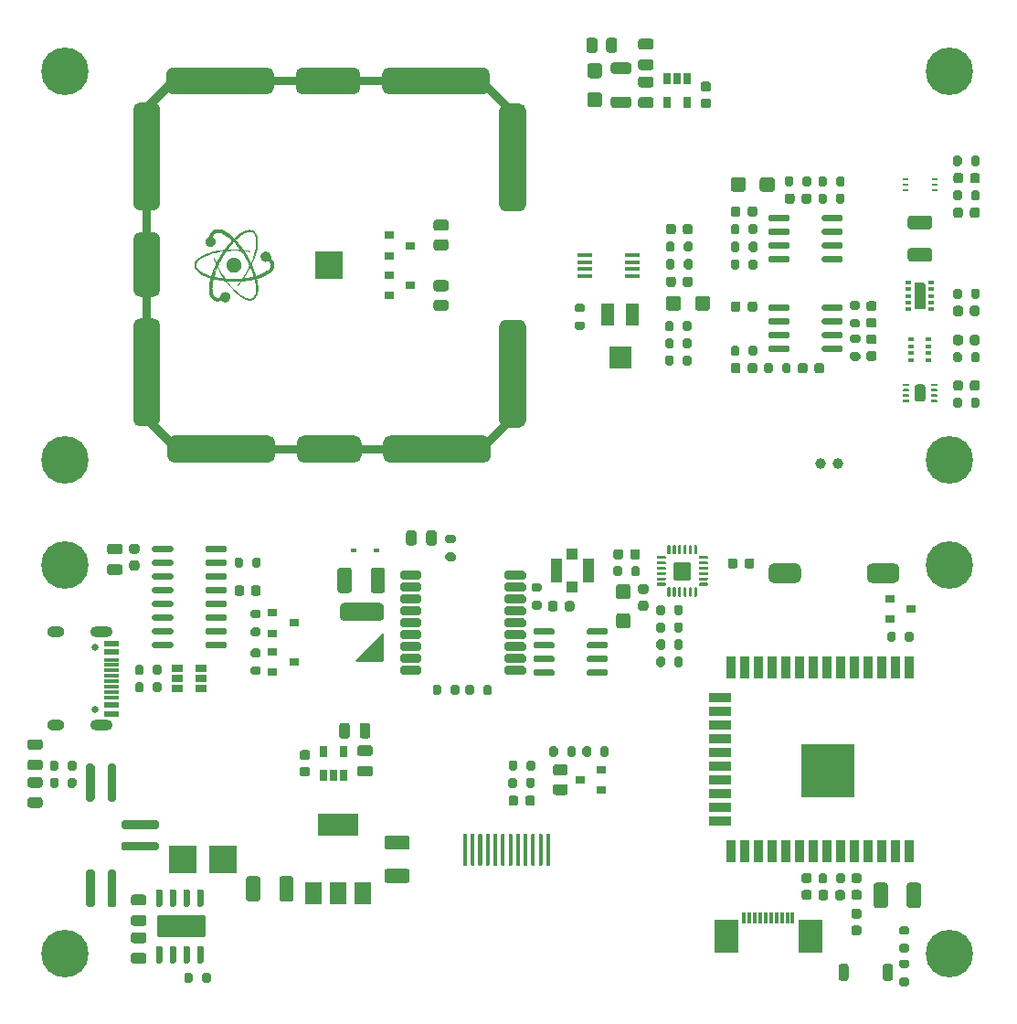
<source format=gbr>
%TF.GenerationSoftware,KiCad,Pcbnew,(5.1.8)-1*%
%TF.CreationDate,2021-08-31T22:24:42+08:00*%
%TF.ProjectId,End_World_Kit_V3.0,456e645f-576f-4726-9c64-5f4b69745f56,rev?*%
%TF.SameCoordinates,Original*%
%TF.FileFunction,Soldermask,Bot*%
%TF.FilePolarity,Negative*%
%FSLAX46Y46*%
G04 Gerber Fmt 4.6, Leading zero omitted, Abs format (unit mm)*
G04 Created by KiCad (PCBNEW (5.1.8)-1) date 2021-08-31 22:24:42*
%MOMM*%
%LPD*%
G01*
G04 APERTURE LIST*
%ADD10C,0.010000*%
%ADD11R,1.300000X2.000000*%
%ADD12R,2.000000X2.000000*%
%ADD13R,1.450000X0.450000*%
%ADD14R,0.600000X0.400000*%
%ADD15R,1.100000X2.200000*%
%ADD16R,0.900000X0.300000*%
%ADD17C,0.100000*%
%ADD18R,2.500000X2.500000*%
%ADD19C,1.000000*%
%ADD20C,0.700000*%
%ADD21C,4.400000*%
%ADD22R,0.550000X0.250000*%
%ADD23R,0.500000X0.350000*%
%ADD24R,0.650000X1.060000*%
%ADD25R,1.500000X2.000000*%
%ADD26R,3.800000X2.000000*%
%ADD27R,1.060000X0.650000*%
%ADD28R,0.900000X2.000000*%
%ADD29R,2.000000X0.900000*%
%ADD30R,5.000000X5.000000*%
%ADD31R,0.900000X0.800000*%
%ADD32R,1.450000X0.600000*%
%ADD33R,1.450000X0.300000*%
%ADD34O,2.100000X1.000000*%
%ADD35C,0.650000*%
%ADD36O,1.600000X1.000000*%
%ADD37R,1.000000X1.000000*%
%ADD38R,1.050000X2.200000*%
%ADD39R,2.300000X3.100000*%
%ADD40R,0.300000X1.100000*%
%ADD41R,0.600000X0.450000*%
%ADD42C,0.254000*%
G04 APERTURE END LIST*
D10*
%TO.C,G\u002A\u002A\u002A*%
G36*
X73672253Y-82311222D02*
G01*
X73752382Y-82287423D01*
X73825709Y-82248738D01*
X73890759Y-82195970D01*
X73946057Y-82129920D01*
X73952243Y-82120718D01*
X73990400Y-82048050D01*
X74013265Y-81971768D01*
X74021485Y-81893884D01*
X74015702Y-81816413D01*
X73996563Y-81741369D01*
X73964712Y-81670766D01*
X73920793Y-81606617D01*
X73865452Y-81550937D01*
X73799333Y-81505739D01*
X73747667Y-81481679D01*
X73665239Y-81458359D01*
X73582228Y-81451020D01*
X73500666Y-81459255D01*
X73422583Y-81482658D01*
X73350011Y-81520822D01*
X73284980Y-81573342D01*
X73283792Y-81574514D01*
X73228209Y-81640666D01*
X73188014Y-81713445D01*
X73163535Y-81792077D01*
X73155102Y-81875790D01*
X73155100Y-81876624D01*
X73155000Y-81937681D01*
X73120086Y-81947082D01*
X73010852Y-81970224D01*
X72909037Y-81978910D01*
X72815036Y-81973159D01*
X72729241Y-81952991D01*
X72661524Y-81923702D01*
X72596756Y-81879258D01*
X72538450Y-81819571D01*
X72486928Y-81745182D01*
X72442509Y-81656628D01*
X72405515Y-81554448D01*
X72378239Y-81448514D01*
X72371656Y-81417173D01*
X72366467Y-81389788D01*
X72362506Y-81363762D01*
X72359608Y-81336496D01*
X72357608Y-81305391D01*
X72356341Y-81267850D01*
X72355641Y-81221273D01*
X72355343Y-81163063D01*
X72355282Y-81090620D01*
X72355282Y-81087434D01*
X72355885Y-80987596D01*
X72357961Y-80900475D01*
X72361934Y-80821888D01*
X72368227Y-80747650D01*
X72377264Y-80673578D01*
X72389468Y-80595488D01*
X72405263Y-80509197D01*
X72422540Y-80422800D01*
X72436713Y-80354252D01*
X72448083Y-80300517D01*
X72457111Y-80259794D01*
X72464260Y-80230281D01*
X72469991Y-80210176D01*
X72474767Y-80197676D01*
X72479050Y-80190981D01*
X72482616Y-80188521D01*
X72494903Y-80188678D01*
X72519277Y-80192364D01*
X72551432Y-80198865D01*
X72567736Y-80202626D01*
X72719652Y-80236600D01*
X72883680Y-80268857D01*
X73055026Y-80298586D01*
X73228894Y-80324976D01*
X73400487Y-80347218D01*
X73470490Y-80355102D01*
X73527371Y-80361352D01*
X73569796Y-80366501D01*
X73600168Y-80371041D01*
X73620891Y-80375462D01*
X73634367Y-80380254D01*
X73639583Y-80383671D01*
X73707773Y-80383671D01*
X73716595Y-80383450D01*
X73739938Y-80384247D01*
X73775428Y-80385943D01*
X73820690Y-80388418D01*
X73873352Y-80391552D01*
X73908949Y-80393792D01*
X73972350Y-80397143D01*
X74048882Y-80400003D01*
X74135859Y-80402362D01*
X74230590Y-80404207D01*
X74330389Y-80405526D01*
X74432567Y-80406308D01*
X74534436Y-80406539D01*
X74633307Y-80406209D01*
X74726493Y-80405304D01*
X74811304Y-80403814D01*
X74885053Y-80401725D01*
X74945052Y-80399026D01*
X74954167Y-80398476D01*
X74998600Y-80395850D01*
X75036639Y-80393961D01*
X75065279Y-80392932D01*
X75081515Y-80392882D01*
X75084036Y-80393256D01*
X75080090Y-80400553D01*
X75067429Y-80419209D01*
X75047605Y-80447116D01*
X75022174Y-80482171D01*
X74992691Y-80522267D01*
X74960711Y-80565299D01*
X74927786Y-80609163D01*
X74895474Y-80651752D01*
X74865327Y-80690961D01*
X74844968Y-80717017D01*
X74824419Y-80743643D01*
X74809215Y-80764444D01*
X74801429Y-80776523D01*
X74801046Y-80778400D01*
X74807812Y-80772020D01*
X74823313Y-80754202D01*
X74845963Y-80726930D01*
X74874172Y-80692188D01*
X74906352Y-80651960D01*
X74940915Y-80608230D01*
X74976272Y-80562981D01*
X75010835Y-80518198D01*
X75038887Y-80481340D01*
X75106567Y-80391713D01*
X75301300Y-80372751D01*
X75428682Y-80359725D01*
X75544580Y-80346456D01*
X75654433Y-80332232D01*
X75763685Y-80316347D01*
X75877776Y-80298090D01*
X75889733Y-80296095D01*
X75940265Y-80287367D01*
X75995991Y-80277293D01*
X76054484Y-80266357D01*
X76113316Y-80255045D01*
X76170059Y-80243843D01*
X76222285Y-80233237D01*
X76267566Y-80223713D01*
X76303475Y-80215757D01*
X76327583Y-80209855D01*
X76337463Y-80206493D01*
X76337467Y-80206489D01*
X76340235Y-80204547D01*
X76342954Y-80206480D01*
X76346430Y-80214733D01*
X76351471Y-80231754D01*
X76358884Y-80259989D01*
X76369479Y-80301885D01*
X76371156Y-80308562D01*
X76414515Y-80501550D01*
X76447314Y-80692439D01*
X76469242Y-80878646D01*
X76479989Y-81057586D01*
X76479852Y-81209984D01*
X76475237Y-81306640D01*
X76467884Y-81390242D01*
X76457249Y-81464529D01*
X76442790Y-81533235D01*
X76423962Y-81600100D01*
X76422530Y-81604610D01*
X76382104Y-81711411D01*
X76333692Y-81803442D01*
X76276986Y-81881030D01*
X76211673Y-81944499D01*
X76137444Y-81994175D01*
X76053987Y-82030383D01*
X76001747Y-82045219D01*
X75970281Y-82051217D01*
X75935405Y-82054671D01*
X75892917Y-82055799D01*
X75838620Y-82054821D01*
X75826233Y-82054402D01*
X75773579Y-82052016D01*
X75731931Y-82048556D01*
X75695363Y-82043106D01*
X75657948Y-82034746D01*
X75613760Y-82022561D01*
X75606100Y-82020322D01*
X75469220Y-81972744D01*
X75327988Y-81909261D01*
X75182827Y-81830211D01*
X75034160Y-81735935D01*
X74882409Y-81626773D01*
X74727996Y-81503065D01*
X74571345Y-81365151D01*
X74412877Y-81213372D01*
X74253016Y-81048067D01*
X74092183Y-80869577D01*
X73930802Y-80678242D01*
X73915830Y-80659867D01*
X73883900Y-80620099D01*
X73850517Y-80577709D01*
X73817269Y-80534802D01*
X73785742Y-80493486D01*
X73757524Y-80455867D01*
X73734201Y-80424053D01*
X73717361Y-80400151D01*
X73708591Y-80386266D01*
X73707773Y-80383671D01*
X73639583Y-80383671D01*
X73642999Y-80385908D01*
X73647997Y-80391337D01*
X73658916Y-80405791D01*
X73677018Y-80430221D01*
X73699547Y-80460897D01*
X73718087Y-80486300D01*
X73886658Y-80709911D01*
X74057039Y-80920126D01*
X74228734Y-81116443D01*
X74401248Y-81298358D01*
X74574087Y-81465369D01*
X74746753Y-81616973D01*
X74918754Y-81752666D01*
X75069930Y-81859020D01*
X75208753Y-81945033D01*
X75343586Y-82016550D01*
X75474032Y-82073520D01*
X75599691Y-82115887D01*
X75720166Y-82143598D01*
X75835057Y-82156600D01*
X75943966Y-82154838D01*
X76046495Y-82138261D01*
X76142244Y-82106812D01*
X76230817Y-82060440D01*
X76284101Y-82022469D01*
X76356148Y-81955738D01*
X76418742Y-81877452D01*
X76472211Y-81786939D01*
X76516884Y-81683527D01*
X76553091Y-81566543D01*
X76581161Y-81435315D01*
X76586203Y-81404933D01*
X76595941Y-81324703D01*
X76602208Y-81231699D01*
X76605008Y-81129720D01*
X76604348Y-81022566D01*
X76600233Y-80914035D01*
X76592669Y-80807926D01*
X76585199Y-80736067D01*
X76579177Y-80690909D01*
X76570776Y-80635317D01*
X76560556Y-80572377D01*
X76549074Y-80505173D01*
X76536889Y-80436788D01*
X76524560Y-80370308D01*
X76512646Y-80308818D01*
X76501704Y-80255400D01*
X76492293Y-80213141D01*
X76486175Y-80189203D01*
X76485342Y-80181815D01*
X76489141Y-80175448D01*
X76499956Y-80169000D01*
X76520171Y-80161371D01*
X76552167Y-80151460D01*
X76593949Y-80139410D01*
X76760949Y-80088222D01*
X76924587Y-80030874D01*
X77082382Y-79968436D01*
X77231853Y-79901979D01*
X77370516Y-79832571D01*
X77495890Y-79761284D01*
X77549200Y-79727642D01*
X77672501Y-79639971D01*
X77780217Y-79548736D01*
X77872255Y-79454385D01*
X77948522Y-79357370D01*
X78008925Y-79258140D01*
X78053370Y-79157144D01*
X78081764Y-79054834D01*
X78094014Y-78951659D01*
X78090026Y-78848069D01*
X78069709Y-78744515D01*
X78032967Y-78641445D01*
X77979709Y-78539310D01*
X77909840Y-78438561D01*
X77834301Y-78351150D01*
X77804575Y-78319465D01*
X77784935Y-78297169D01*
X77773653Y-78281516D01*
X77769005Y-78269760D01*
X77769264Y-78259156D01*
X77771393Y-78251100D01*
X77777691Y-78216729D01*
X77779997Y-78171649D01*
X77778541Y-78121552D01*
X77773552Y-78072129D01*
X77765261Y-78029070D01*
X77761977Y-78017656D01*
X77728885Y-77940601D01*
X77682703Y-77872501D01*
X77625299Y-77814733D01*
X77558537Y-77768674D01*
X77484284Y-77735701D01*
X77404406Y-77717192D01*
X77349895Y-77713567D01*
X77264575Y-77721441D01*
X77184891Y-77744635D01*
X77112273Y-77782068D01*
X77048151Y-77832660D01*
X76993954Y-77895328D01*
X76951112Y-77968991D01*
X76926312Y-78033995D01*
X76918608Y-78073285D01*
X76914983Y-78122565D01*
X76915399Y-78175402D01*
X76919816Y-78225363D01*
X76927707Y-78264380D01*
X76959716Y-78344193D01*
X77005996Y-78415790D01*
X77039759Y-78453571D01*
X77102768Y-78507617D01*
X77168354Y-78545900D01*
X77239297Y-78569585D01*
X77318375Y-78579842D01*
X77341767Y-78580462D01*
X77405091Y-78578173D01*
X77459025Y-78569170D01*
X77510351Y-78551757D01*
X77565131Y-78524638D01*
X77610695Y-78499465D01*
X77652673Y-78540382D01*
X77707343Y-78601106D01*
X77755467Y-78669136D01*
X77794847Y-78740560D01*
X77823286Y-78811468D01*
X77837337Y-78869167D01*
X77841910Y-78952168D01*
X77829737Y-79036051D01*
X77800957Y-79120470D01*
X77755713Y-79205079D01*
X77694146Y-79289531D01*
X77641482Y-79348299D01*
X77553440Y-79430096D01*
X77449213Y-79510165D01*
X77329496Y-79588127D01*
X77194981Y-79663607D01*
X77046364Y-79736227D01*
X76884339Y-79805610D01*
X76709599Y-79871380D01*
X76623658Y-79900810D01*
X76575300Y-79916645D01*
X76530584Y-79930864D01*
X76492783Y-79942456D01*
X76465173Y-79950414D01*
X76452760Y-79953460D01*
X76434969Y-79955800D01*
X76425108Y-79951536D01*
X76418532Y-79936863D01*
X76414369Y-79921989D01*
X76391623Y-79842822D01*
X76362684Y-79751221D01*
X76328611Y-79650051D01*
X76290465Y-79542181D01*
X76249306Y-79430475D01*
X76206196Y-79317800D01*
X76162193Y-79207024D01*
X76118359Y-79101011D01*
X76075754Y-79002630D01*
X76067179Y-78983467D01*
X76050033Y-78944705D01*
X76035339Y-78910215D01*
X76024613Y-78883642D01*
X76019370Y-78868631D01*
X76019281Y-78868260D01*
X76020665Y-78850885D01*
X76028617Y-78825724D01*
X76036105Y-78808993D01*
X76068707Y-78740814D01*
X76104901Y-78658953D01*
X76143709Y-78566033D01*
X76184155Y-78464679D01*
X76225261Y-78357514D01*
X76266052Y-78247161D01*
X76305549Y-78136245D01*
X76342776Y-78027388D01*
X76376757Y-77923215D01*
X76406514Y-77826350D01*
X76421961Y-77772734D01*
X76470406Y-77589018D01*
X76509763Y-77416157D01*
X76540575Y-77251075D01*
X76563388Y-77090702D01*
X76578745Y-76931963D01*
X76583240Y-76862567D01*
X76587301Y-76698775D01*
X76580823Y-76546143D01*
X76563938Y-76404984D01*
X76536776Y-76275616D01*
X76499467Y-76158354D01*
X76452142Y-76053513D01*
X76394932Y-75961409D01*
X76327967Y-75882357D01*
X76251378Y-75816674D01*
X76165295Y-75764674D01*
X76120694Y-75744688D01*
X76027746Y-75716120D01*
X75926374Y-75701410D01*
X75817803Y-75700502D01*
X75703256Y-75713337D01*
X75583957Y-75739858D01*
X75474351Y-75775082D01*
X75328351Y-75835950D01*
X75178997Y-75912617D01*
X75026114Y-76005200D01*
X74869522Y-76113815D01*
X74709047Y-76238576D01*
X74544510Y-76379600D01*
X74528407Y-76394077D01*
X74415913Y-76495620D01*
X74299807Y-76386561D01*
X74139241Y-76241425D01*
X73983428Y-76112192D01*
X73831996Y-75998629D01*
X73684572Y-75900501D01*
X73540784Y-75817574D01*
X73400257Y-75749613D01*
X73262621Y-75696384D01*
X73150767Y-75663339D01*
X73103644Y-75652128D01*
X73062280Y-75644317D01*
X73020828Y-75639156D01*
X72973442Y-75635894D01*
X72922166Y-75633999D01*
X72870662Y-75632814D01*
X72831572Y-75632872D01*
X72800396Y-75634554D01*
X72772638Y-75638242D01*
X72743798Y-75644317D01*
X72715513Y-75651527D01*
X72608692Y-75687534D01*
X72512971Y-75736173D01*
X72427624Y-75797986D01*
X72351923Y-75873513D01*
X72285141Y-75963296D01*
X72275051Y-75979320D01*
X72242462Y-76038422D01*
X72210302Y-76107703D01*
X72181321Y-76180569D01*
X72158269Y-76250427D01*
X72151360Y-76275905D01*
X72143176Y-76306202D01*
X72135655Y-76324287D01*
X72125873Y-76334494D01*
X72110906Y-76341160D01*
X72106307Y-76342685D01*
X72027668Y-76376233D01*
X71959369Y-76421538D01*
X71902055Y-76476796D01*
X71856374Y-76540206D01*
X71822969Y-76609964D01*
X71802487Y-76684267D01*
X71795572Y-76761313D01*
X71802869Y-76839299D01*
X71825026Y-76916421D01*
X71862686Y-76990878D01*
X71870152Y-77002361D01*
X71923915Y-77068263D01*
X71988071Y-77121044D01*
X72063121Y-77161053D01*
X72132512Y-77184408D01*
X72208273Y-77195900D01*
X72286000Y-77192034D01*
X72362961Y-77173720D01*
X72436422Y-77141866D01*
X72503650Y-77097384D01*
X72561518Y-77041639D01*
X72608802Y-76974372D01*
X72641399Y-76901503D01*
X72659666Y-76825124D01*
X72663962Y-76747327D01*
X72654645Y-76670204D01*
X72632073Y-76595847D01*
X72596604Y-76526347D01*
X72548597Y-76463796D01*
X72488409Y-76410286D01*
X72449051Y-76384782D01*
X72428901Y-76373313D01*
X72415391Y-76363819D01*
X72408236Y-76353229D01*
X72407150Y-76338469D01*
X72411851Y-76316468D01*
X72422052Y-76284152D01*
X72435925Y-76243048D01*
X72471670Y-76156908D01*
X72517415Y-76079355D01*
X72571493Y-76012599D01*
X72632236Y-75958848D01*
X72668014Y-75935554D01*
X72743905Y-75901807D01*
X72828291Y-75882254D01*
X72920659Y-75876752D01*
X73020493Y-75885158D01*
X73127278Y-75907329D01*
X73240499Y-75943124D01*
X73359641Y-75992399D01*
X73484188Y-76055012D01*
X73613625Y-76130819D01*
X73747437Y-76219679D01*
X73781533Y-76243931D01*
X73820051Y-76271725D01*
X73850651Y-76294039D01*
X73876297Y-76313237D01*
X73899955Y-76331683D01*
X73924591Y-76351742D01*
X73953170Y-76375778D01*
X73988658Y-76406154D01*
X74033762Y-76445012D01*
X74098635Y-76501233D01*
X74151172Y-76547428D01*
X74192137Y-76584305D01*
X74207821Y-76599011D01*
X74518133Y-76599011D01*
X74524372Y-76589350D01*
X74541959Y-76570396D01*
X74569196Y-76543651D01*
X74604387Y-76510622D01*
X74645835Y-76472810D01*
X74691842Y-76431720D01*
X74740712Y-76388855D01*
X74790749Y-76345721D01*
X74840254Y-76303820D01*
X74887532Y-76264656D01*
X74930885Y-76229733D01*
X74962633Y-76205075D01*
X75039295Y-76149644D01*
X75122903Y-76094109D01*
X75210396Y-76040193D01*
X75298714Y-75989618D01*
X75384794Y-75944106D01*
X75465575Y-75905381D01*
X75537997Y-75875163D01*
X75568000Y-75864482D01*
X75674777Y-75834405D01*
X75777899Y-75815926D01*
X75875200Y-75809233D01*
X75964510Y-75814515D01*
X76020040Y-75825163D01*
X76108721Y-75855740D01*
X76188248Y-75899857D01*
X76258730Y-75957677D01*
X76320280Y-76029363D01*
X76373008Y-76115077D01*
X76417025Y-76214982D01*
X76452444Y-76329241D01*
X76479375Y-76458018D01*
X76487148Y-76508929D01*
X76493015Y-76566790D01*
X76496751Y-76637889D01*
X76498424Y-76718673D01*
X76498100Y-76805591D01*
X76495847Y-76895089D01*
X76491732Y-76983617D01*
X76485824Y-77067622D01*
X76478189Y-77143551D01*
X76474565Y-77171600D01*
X76454150Y-77302419D01*
X76428664Y-77440447D01*
X76399299Y-77580129D01*
X76367247Y-77715912D01*
X76333700Y-77842241D01*
X76321943Y-77882800D01*
X76285269Y-78002920D01*
X76246392Y-78124154D01*
X76206536Y-78242933D01*
X76166925Y-78355686D01*
X76128782Y-78458843D01*
X76095632Y-78543200D01*
X76075410Y-78592442D01*
X76054994Y-78641470D01*
X76035446Y-78687809D01*
X76017828Y-78728982D01*
X76003201Y-78762514D01*
X75992626Y-78785929D01*
X75987165Y-78796752D01*
X75986732Y-78797200D01*
X75982467Y-78789962D01*
X75971665Y-78769588D01*
X75955361Y-78738088D01*
X75934590Y-78697473D01*
X75910385Y-78649753D01*
X75887621Y-78604583D01*
X75760452Y-78359633D01*
X75630620Y-78125410D01*
X75499354Y-77904067D01*
X75384533Y-77723026D01*
X75358648Y-77683093D01*
X75336651Y-77648284D01*
X75319981Y-77620953D01*
X75310080Y-77603452D01*
X75308016Y-77598095D01*
X75317925Y-77597272D01*
X75342062Y-77598519D01*
X75377886Y-77601570D01*
X75422852Y-77606159D01*
X75474419Y-77612021D01*
X75530044Y-77618890D01*
X75587184Y-77626500D01*
X75608729Y-77629526D01*
X75652591Y-77635480D01*
X75690746Y-77640095D01*
X75719928Y-77643018D01*
X75736876Y-77643898D01*
X75739434Y-77643622D01*
X75735071Y-77641392D01*
X75716358Y-77637366D01*
X75685737Y-77631918D01*
X75645651Y-77625421D01*
X75598545Y-77618246D01*
X75546860Y-77610767D01*
X75493040Y-77603355D01*
X75439529Y-77596384D01*
X75390679Y-77590447D01*
X75350972Y-77585909D01*
X75322502Y-77581580D01*
X75301717Y-77575153D01*
X75285064Y-77564321D01*
X75268988Y-77546777D01*
X75249936Y-77520214D01*
X75224527Y-77482578D01*
X75167353Y-77400403D01*
X75102387Y-77310872D01*
X75031669Y-77216551D01*
X74957240Y-77120009D01*
X74881141Y-77023814D01*
X74805413Y-76930532D01*
X74732098Y-76842731D01*
X74663235Y-76762980D01*
X74600866Y-76693845D01*
X74579517Y-76671126D01*
X74554169Y-76643827D01*
X74533915Y-76620702D01*
X74521217Y-76604645D01*
X74518133Y-76599011D01*
X74207821Y-76599011D01*
X74222288Y-76612575D01*
X74242388Y-76632946D01*
X74253196Y-76646127D01*
X74255667Y-76651871D01*
X74249894Y-76663667D01*
X74237567Y-76677105D01*
X74227611Y-76687179D01*
X74208345Y-76707677D01*
X74181761Y-76736415D01*
X74149847Y-76771205D01*
X74114595Y-76809861D01*
X74077995Y-76850196D01*
X74042038Y-76890025D01*
X74008713Y-76927161D01*
X73980012Y-76959418D01*
X73964662Y-76976867D01*
X73930157Y-77017485D01*
X73887883Y-77069056D01*
X73839991Y-77128808D01*
X73788631Y-77193972D01*
X73735956Y-77261776D01*
X73684115Y-77329449D01*
X73635259Y-77394220D01*
X73591539Y-77453319D01*
X73555107Y-77503975D01*
X73551314Y-77509373D01*
X73529593Y-77540381D01*
X73732747Y-77540381D01*
X73736573Y-77533035D01*
X73748971Y-77514310D01*
X73768370Y-77486386D01*
X73793202Y-77451444D01*
X73821896Y-77411666D01*
X73852882Y-77369232D01*
X73884590Y-77326323D01*
X73915450Y-77285120D01*
X73935259Y-77259047D01*
X73968359Y-77216541D01*
X74006500Y-77168824D01*
X74048307Y-77117502D01*
X74092408Y-77064178D01*
X74137428Y-77010456D01*
X74181993Y-76957940D01*
X74224730Y-76908234D01*
X74264264Y-76862942D01*
X74299223Y-76823668D01*
X74328231Y-76792016D01*
X74349915Y-76769589D01*
X74362902Y-76757992D01*
X74365513Y-76756734D01*
X74373985Y-76762516D01*
X74390082Y-76777625D01*
X74408922Y-76797296D01*
X74488241Y-76884034D01*
X74557645Y-76960782D01*
X74618998Y-77029716D01*
X74674161Y-77093014D01*
X74724996Y-77152853D01*
X74773365Y-77211411D01*
X74821131Y-77270864D01*
X74870156Y-77333390D01*
X74895639Y-77366377D01*
X74928406Y-77409080D01*
X74958932Y-77449062D01*
X74985197Y-77483663D01*
X75005183Y-77510223D01*
X75016872Y-77526084D01*
X75016985Y-77526243D01*
X75037342Y-77554831D01*
X74966121Y-77549184D01*
X74869163Y-77542662D01*
X74758801Y-77537252D01*
X74638527Y-77532999D01*
X74511837Y-77529949D01*
X74382225Y-77528146D01*
X74253184Y-77527634D01*
X74128210Y-77528460D01*
X74010797Y-77530667D01*
X73904438Y-77534301D01*
X73883133Y-77535283D01*
X73835003Y-77537501D01*
X73793148Y-77539202D01*
X73760326Y-77540293D01*
X73739296Y-77540680D01*
X73732747Y-77540381D01*
X73529593Y-77540381D01*
X73518310Y-77556488D01*
X73292205Y-77583293D01*
X73067738Y-77612491D01*
X72857296Y-77645364D01*
X72658264Y-77682465D01*
X72468022Y-77724346D01*
X72283954Y-77771561D01*
X72103442Y-77824663D01*
X72014535Y-77853318D01*
X71817772Y-77923397D01*
X71637327Y-77997794D01*
X71473132Y-78076551D01*
X71325121Y-78159710D01*
X71193225Y-78247312D01*
X71077379Y-78339401D01*
X70977514Y-78436017D01*
X70893565Y-78537204D01*
X70869825Y-78570890D01*
X70820853Y-78657453D01*
X70785391Y-78750737D01*
X70763955Y-78847914D01*
X70757061Y-78946156D01*
X70758640Y-78964817D01*
X70862692Y-78964817D01*
X70863340Y-78874821D01*
X70880500Y-78785021D01*
X70914355Y-78695836D01*
X70918959Y-78686377D01*
X70967354Y-78604208D01*
X71030596Y-78521274D01*
X71106812Y-78439494D01*
X71194130Y-78360785D01*
X71290677Y-78287066D01*
X71342976Y-78251939D01*
X71497396Y-78160450D01*
X71667005Y-78074301D01*
X71850823Y-77993806D01*
X72047868Y-77919283D01*
X72257159Y-77851048D01*
X72477713Y-77789416D01*
X72708551Y-77734706D01*
X72948690Y-77687232D01*
X73197148Y-77647311D01*
X73235433Y-77641945D01*
X73285765Y-77634997D01*
X73331509Y-77628633D01*
X73369520Y-77623293D01*
X73396653Y-77619420D01*
X73409000Y-77617581D01*
X73445329Y-77613172D01*
X73466407Y-77614038D01*
X73471850Y-77620149D01*
X73470750Y-77622450D01*
X73464334Y-77632216D01*
X73449929Y-77654034D01*
X73428901Y-77685841D01*
X73402614Y-77725574D01*
X73372433Y-77771169D01*
X73348970Y-77806600D01*
X73311624Y-77863550D01*
X73272594Y-77924053D01*
X73234460Y-77984040D01*
X73199804Y-78039439D01*
X73171208Y-78086180D01*
X73163725Y-78098700D01*
X73138341Y-78141330D01*
X73114473Y-78181090D01*
X73094116Y-78214681D01*
X73079264Y-78238806D01*
X73074149Y-78246867D01*
X73063762Y-78264172D01*
X73046765Y-78294058D01*
X73024457Y-78334130D01*
X72998138Y-78381995D01*
X72969106Y-78435259D01*
X72938659Y-78491529D01*
X72908097Y-78548412D01*
X72878718Y-78603514D01*
X72851822Y-78654441D01*
X72828706Y-78698801D01*
X72824800Y-78706383D01*
X72806394Y-78741414D01*
X72790524Y-78770165D01*
X72778862Y-78789702D01*
X72773083Y-78797092D01*
X72773039Y-78797096D01*
X72767302Y-78790009D01*
X72757196Y-78771306D01*
X72744882Y-78744994D01*
X72744569Y-78744283D01*
X72706024Y-78656080D01*
X72672642Y-78578498D01*
X72645379Y-78513763D01*
X72642628Y-78507118D01*
X72630795Y-78479966D01*
X72621258Y-78460815D01*
X72615834Y-78453266D01*
X72615481Y-78453363D01*
X72617469Y-78461828D01*
X72624934Y-78483190D01*
X72636791Y-78514735D01*
X72651959Y-78553750D01*
X72669354Y-78597522D01*
X72687892Y-78643335D01*
X72706490Y-78688476D01*
X72724066Y-78730232D01*
X72739535Y-78765888D01*
X72745736Y-78779692D01*
X72766714Y-78825683D01*
X72711786Y-78940558D01*
X72670785Y-79028634D01*
X72669788Y-79030877D01*
X72884066Y-79030877D01*
X72887911Y-79017720D01*
X72898864Y-78991346D01*
X72916053Y-78953473D01*
X72938605Y-78905821D01*
X72965649Y-78850106D01*
X72996313Y-78788049D01*
X73029724Y-78721366D01*
X73065010Y-78651776D01*
X73101299Y-78580998D01*
X73137719Y-78510750D01*
X73173398Y-78442750D01*
X73207464Y-78378717D01*
X73239044Y-78320368D01*
X73267267Y-78269422D01*
X73291259Y-78227598D01*
X73294885Y-78221467D01*
X73312529Y-78191778D01*
X73334698Y-78154442D01*
X73357287Y-78116378D01*
X73362750Y-78107167D01*
X73390989Y-78060312D01*
X73425968Y-78003450D01*
X73465332Y-77940305D01*
X73506726Y-77874605D01*
X73547797Y-77810075D01*
X73586190Y-77750442D01*
X73619550Y-77699432D01*
X73635597Y-77675367D01*
X73692633Y-77590700D01*
X73815400Y-77580015D01*
X73863370Y-77576408D01*
X73925093Y-77572646D01*
X73997393Y-77568863D01*
X74077091Y-77565195D01*
X74161009Y-77561776D01*
X74245972Y-77558742D01*
X74328800Y-77556228D01*
X74406318Y-77554368D01*
X74429233Y-77553937D01*
X74457141Y-77553900D01*
X74499106Y-77554434D01*
X74552264Y-77555477D01*
X74613752Y-77556962D01*
X74680706Y-77558824D01*
X74750261Y-77560998D01*
X74771932Y-77561726D01*
X74837732Y-77564140D01*
X74898263Y-77566676D01*
X74951402Y-77569219D01*
X74995028Y-77571658D01*
X75027018Y-77573877D01*
X75045250Y-77575763D01*
X75048525Y-77576535D01*
X75058485Y-77586584D01*
X75076699Y-77609646D01*
X75102286Y-77644477D01*
X75134364Y-77689830D01*
X75172054Y-77744462D01*
X75214473Y-77807127D01*
X75259255Y-77874334D01*
X75435978Y-78151402D01*
X75599220Y-78428391D01*
X75751726Y-78710054D01*
X75821789Y-78848039D01*
X75898704Y-79002702D01*
X75789472Y-79219568D01*
X75758509Y-79280638D01*
X75727330Y-79341411D01*
X75697502Y-79398879D01*
X75670598Y-79450035D01*
X75648186Y-79491872D01*
X75632586Y-79520069D01*
X75613691Y-79553390D01*
X75598341Y-79580765D01*
X75588208Y-79599187D01*
X75584933Y-79605637D01*
X75580655Y-79615068D01*
X75568580Y-79636983D01*
X75549850Y-79669485D01*
X75525607Y-79710675D01*
X75496992Y-79758655D01*
X75465146Y-79811528D01*
X75431211Y-79867396D01*
X75396329Y-79924360D01*
X75361641Y-79980522D01*
X75328287Y-80033986D01*
X75307351Y-80067200D01*
X75282789Y-80105984D01*
X75261660Y-80139356D01*
X75245513Y-80164873D01*
X75239210Y-80174845D01*
X75265953Y-80174845D01*
X75266242Y-80173084D01*
X75271819Y-80163361D01*
X75285267Y-80141752D01*
X75305147Y-80110513D01*
X75330019Y-80071903D01*
X75358444Y-80028178D01*
X75366517Y-80015825D01*
X75471984Y-79851837D01*
X75567988Y-79696468D01*
X75656685Y-79546023D01*
X75740235Y-79396804D01*
X75820795Y-79245115D01*
X75851838Y-79184550D01*
X75873205Y-79142975D01*
X75892055Y-79107262D01*
X75907029Y-79079911D01*
X75916768Y-79063417D01*
X75919774Y-79059667D01*
X75925170Y-79066799D01*
X75935256Y-79085636D01*
X75948001Y-79112343D01*
X75950028Y-79116817D01*
X75976098Y-79175475D01*
X76004391Y-79240380D01*
X76033109Y-79307304D01*
X76060454Y-79372022D01*
X76084629Y-79430308D01*
X76103834Y-79477935D01*
X76105824Y-79483000D01*
X76131211Y-79548909D01*
X76156588Y-79616689D01*
X76181309Y-79684440D01*
X76204730Y-79750262D01*
X76226204Y-79812255D01*
X76245087Y-79868519D01*
X76260734Y-79917153D01*
X76272499Y-79956257D01*
X76279738Y-79983932D01*
X76281804Y-79998277D01*
X76281283Y-79999729D01*
X76270771Y-80003531D01*
X76246208Y-80010147D01*
X76210138Y-80019012D01*
X76165103Y-80029557D01*
X76113643Y-80041214D01*
X76058302Y-80053416D01*
X76001621Y-80065596D01*
X75946142Y-80077186D01*
X75894408Y-80087617D01*
X75848960Y-80096323D01*
X75847400Y-80096611D01*
X75797503Y-80105356D01*
X75734906Y-80115657D01*
X75663701Y-80126897D01*
X75587981Y-80138461D01*
X75511838Y-80149733D01*
X75439366Y-80160097D01*
X75374658Y-80168936D01*
X75324250Y-80175343D01*
X75290897Y-80178620D01*
X75272135Y-80178480D01*
X75265953Y-80174845D01*
X75239210Y-80174845D01*
X75235895Y-80180088D01*
X75233882Y-80183288D01*
X75225343Y-80184713D01*
X75202377Y-80187164D01*
X75167447Y-80190439D01*
X75123013Y-80194336D01*
X75071538Y-80198653D01*
X75015484Y-80203188D01*
X74957313Y-80207737D01*
X74899486Y-80212100D01*
X74844466Y-80216074D01*
X74794714Y-80219456D01*
X74789067Y-80219822D01*
X74704477Y-80224124D01*
X74606114Y-80227175D01*
X74497089Y-80229014D01*
X74380514Y-80229676D01*
X74259499Y-80229200D01*
X74137156Y-80227621D01*
X74016597Y-80224977D01*
X73900932Y-80221306D01*
X73793273Y-80216644D01*
X73696730Y-80211028D01*
X73631453Y-80206036D01*
X73570273Y-80200715D01*
X73465479Y-80042941D01*
X73391541Y-79930416D01*
X73324979Y-79826360D01*
X73262763Y-79725884D01*
X73201863Y-79624099D01*
X73142730Y-79522200D01*
X73114583Y-79472464D01*
X73084195Y-79417718D01*
X73052623Y-79359968D01*
X73020923Y-79301219D01*
X72990150Y-79243478D01*
X72961360Y-79188749D01*
X72935610Y-79139040D01*
X72913955Y-79096354D01*
X72897451Y-79062699D01*
X72887154Y-79040080D01*
X72884066Y-79030877D01*
X72669788Y-79030877D01*
X72627997Y-79124812D01*
X72584345Y-79226717D01*
X72540755Y-79331973D01*
X72498150Y-79438205D01*
X72457456Y-79543037D01*
X72419596Y-79644095D01*
X72385496Y-79739002D01*
X72356081Y-79825383D01*
X72332273Y-79900862D01*
X72317275Y-79954147D01*
X72308149Y-79989261D01*
X72229924Y-79967962D01*
X72185739Y-79955050D01*
X72129723Y-79937346D01*
X72065820Y-79916218D01*
X71997975Y-79893030D01*
X71930130Y-79869149D01*
X71866229Y-79845939D01*
X71810217Y-79824766D01*
X71770700Y-79808953D01*
X71651606Y-79757135D01*
X71544913Y-79705773D01*
X71446307Y-79652607D01*
X71351476Y-79595380D01*
X71305033Y-79565141D01*
X71195249Y-79485487D01*
X71100689Y-79403100D01*
X71021538Y-79318399D01*
X70957979Y-79231801D01*
X70910195Y-79143726D01*
X70878372Y-79054591D01*
X70862692Y-78964817D01*
X70758640Y-78964817D01*
X70765227Y-79042636D01*
X70775110Y-79089300D01*
X70808443Y-79185926D01*
X70858199Y-79281784D01*
X70923867Y-79376283D01*
X71004936Y-79468836D01*
X71100898Y-79558853D01*
X71211242Y-79645744D01*
X71321154Y-79719986D01*
X71445688Y-79793129D01*
X71583676Y-79864557D01*
X71731642Y-79932731D01*
X71886107Y-79996113D01*
X71974433Y-80028111D01*
X72520144Y-80028111D01*
X72522544Y-80012823D01*
X72528682Y-79988630D01*
X72538941Y-79953125D01*
X72553706Y-79903897D01*
X72554248Y-79902100D01*
X72612941Y-79717869D01*
X72679135Y-79530256D01*
X72754086Y-79335827D01*
X72818412Y-79179654D01*
X72869659Y-79058342D01*
X72976639Y-79268554D01*
X73008903Y-79331465D01*
X73042755Y-79396612D01*
X73076254Y-79460321D01*
X73107457Y-79518915D01*
X73134424Y-79568718D01*
X73150257Y-79597300D01*
X73253643Y-79776762D01*
X73359065Y-79951234D01*
X73463349Y-80115488D01*
X73478859Y-80139167D01*
X73495791Y-80165458D01*
X73504094Y-80180917D01*
X73504681Y-80188699D01*
X73498465Y-80191959D01*
X73494350Y-80192693D01*
X73473462Y-80193182D01*
X73437939Y-80190936D01*
X73389803Y-80186266D01*
X73331076Y-80179481D01*
X73263779Y-80170894D01*
X73189935Y-80160815D01*
X73111565Y-80149554D01*
X73030692Y-80137423D01*
X72949337Y-80124733D01*
X72869523Y-80111795D01*
X72793271Y-80098919D01*
X72722603Y-80086416D01*
X72659542Y-80074597D01*
X72606108Y-80063774D01*
X72564324Y-80054256D01*
X72536213Y-80046355D01*
X72531527Y-80044656D01*
X72525019Y-80041619D01*
X72521097Y-80036907D01*
X72520144Y-80028111D01*
X71974433Y-80028111D01*
X72043594Y-80053166D01*
X72155933Y-80089168D01*
X72195510Y-80101200D01*
X72228750Y-80111426D01*
X72252555Y-80118883D01*
X72263822Y-80122608D01*
X72264286Y-80122812D01*
X72263412Y-80131150D01*
X72259052Y-80152353D01*
X72251973Y-80182893D01*
X72245792Y-80208009D01*
X72202478Y-80395288D01*
X72165809Y-80585035D01*
X72137114Y-80770168D01*
X72130111Y-80824967D01*
X72126320Y-80866144D01*
X72123132Y-80919893D01*
X72120596Y-80982656D01*
X72118761Y-81050873D01*
X72117677Y-81120986D01*
X72117394Y-81189435D01*
X72117960Y-81252661D01*
X72119426Y-81307106D01*
X72121840Y-81349211D01*
X72122700Y-81358367D01*
X72143834Y-81501874D01*
X72175467Y-81633741D01*
X72217335Y-81753605D01*
X72269171Y-81861104D01*
X72330711Y-81955875D01*
X72401689Y-82037557D01*
X72481839Y-82105786D01*
X72570896Y-82160200D01*
X72668595Y-82200437D01*
X72755695Y-82222737D01*
X72832288Y-82232433D01*
X72918592Y-82234896D01*
X73009174Y-82230473D01*
X73098601Y-82219512D01*
X73181442Y-82202359D01*
X73212371Y-82193576D01*
X73264073Y-82177485D01*
X73283369Y-82198025D01*
X73331248Y-82238516D01*
X73390985Y-82272654D01*
X73458138Y-82298662D01*
X73528262Y-82314763D01*
X73586800Y-82319334D01*
X73672253Y-82311222D01*
G37*
X73672253Y-82311222D02*
X73752382Y-82287423D01*
X73825709Y-82248738D01*
X73890759Y-82195970D01*
X73946057Y-82129920D01*
X73952243Y-82120718D01*
X73990400Y-82048050D01*
X74013265Y-81971768D01*
X74021485Y-81893884D01*
X74015702Y-81816413D01*
X73996563Y-81741369D01*
X73964712Y-81670766D01*
X73920793Y-81606617D01*
X73865452Y-81550937D01*
X73799333Y-81505739D01*
X73747667Y-81481679D01*
X73665239Y-81458359D01*
X73582228Y-81451020D01*
X73500666Y-81459255D01*
X73422583Y-81482658D01*
X73350011Y-81520822D01*
X73284980Y-81573342D01*
X73283792Y-81574514D01*
X73228209Y-81640666D01*
X73188014Y-81713445D01*
X73163535Y-81792077D01*
X73155102Y-81875790D01*
X73155100Y-81876624D01*
X73155000Y-81937681D01*
X73120086Y-81947082D01*
X73010852Y-81970224D01*
X72909037Y-81978910D01*
X72815036Y-81973159D01*
X72729241Y-81952991D01*
X72661524Y-81923702D01*
X72596756Y-81879258D01*
X72538450Y-81819571D01*
X72486928Y-81745182D01*
X72442509Y-81656628D01*
X72405515Y-81554448D01*
X72378239Y-81448514D01*
X72371656Y-81417173D01*
X72366467Y-81389788D01*
X72362506Y-81363762D01*
X72359608Y-81336496D01*
X72357608Y-81305391D01*
X72356341Y-81267850D01*
X72355641Y-81221273D01*
X72355343Y-81163063D01*
X72355282Y-81090620D01*
X72355282Y-81087434D01*
X72355885Y-80987596D01*
X72357961Y-80900475D01*
X72361934Y-80821888D01*
X72368227Y-80747650D01*
X72377264Y-80673578D01*
X72389468Y-80595488D01*
X72405263Y-80509197D01*
X72422540Y-80422800D01*
X72436713Y-80354252D01*
X72448083Y-80300517D01*
X72457111Y-80259794D01*
X72464260Y-80230281D01*
X72469991Y-80210176D01*
X72474767Y-80197676D01*
X72479050Y-80190981D01*
X72482616Y-80188521D01*
X72494903Y-80188678D01*
X72519277Y-80192364D01*
X72551432Y-80198865D01*
X72567736Y-80202626D01*
X72719652Y-80236600D01*
X72883680Y-80268857D01*
X73055026Y-80298586D01*
X73228894Y-80324976D01*
X73400487Y-80347218D01*
X73470490Y-80355102D01*
X73527371Y-80361352D01*
X73569796Y-80366501D01*
X73600168Y-80371041D01*
X73620891Y-80375462D01*
X73634367Y-80380254D01*
X73639583Y-80383671D01*
X73707773Y-80383671D01*
X73716595Y-80383450D01*
X73739938Y-80384247D01*
X73775428Y-80385943D01*
X73820690Y-80388418D01*
X73873352Y-80391552D01*
X73908949Y-80393792D01*
X73972350Y-80397143D01*
X74048882Y-80400003D01*
X74135859Y-80402362D01*
X74230590Y-80404207D01*
X74330389Y-80405526D01*
X74432567Y-80406308D01*
X74534436Y-80406539D01*
X74633307Y-80406209D01*
X74726493Y-80405304D01*
X74811304Y-80403814D01*
X74885053Y-80401725D01*
X74945052Y-80399026D01*
X74954167Y-80398476D01*
X74998600Y-80395850D01*
X75036639Y-80393961D01*
X75065279Y-80392932D01*
X75081515Y-80392882D01*
X75084036Y-80393256D01*
X75080090Y-80400553D01*
X75067429Y-80419209D01*
X75047605Y-80447116D01*
X75022174Y-80482171D01*
X74992691Y-80522267D01*
X74960711Y-80565299D01*
X74927786Y-80609163D01*
X74895474Y-80651752D01*
X74865327Y-80690961D01*
X74844968Y-80717017D01*
X74824419Y-80743643D01*
X74809215Y-80764444D01*
X74801429Y-80776523D01*
X74801046Y-80778400D01*
X74807812Y-80772020D01*
X74823313Y-80754202D01*
X74845963Y-80726930D01*
X74874172Y-80692188D01*
X74906352Y-80651960D01*
X74940915Y-80608230D01*
X74976272Y-80562981D01*
X75010835Y-80518198D01*
X75038887Y-80481340D01*
X75106567Y-80391713D01*
X75301300Y-80372751D01*
X75428682Y-80359725D01*
X75544580Y-80346456D01*
X75654433Y-80332232D01*
X75763685Y-80316347D01*
X75877776Y-80298090D01*
X75889733Y-80296095D01*
X75940265Y-80287367D01*
X75995991Y-80277293D01*
X76054484Y-80266357D01*
X76113316Y-80255045D01*
X76170059Y-80243843D01*
X76222285Y-80233237D01*
X76267566Y-80223713D01*
X76303475Y-80215757D01*
X76327583Y-80209855D01*
X76337463Y-80206493D01*
X76337467Y-80206489D01*
X76340235Y-80204547D01*
X76342954Y-80206480D01*
X76346430Y-80214733D01*
X76351471Y-80231754D01*
X76358884Y-80259989D01*
X76369479Y-80301885D01*
X76371156Y-80308562D01*
X76414515Y-80501550D01*
X76447314Y-80692439D01*
X76469242Y-80878646D01*
X76479989Y-81057586D01*
X76479852Y-81209984D01*
X76475237Y-81306640D01*
X76467884Y-81390242D01*
X76457249Y-81464529D01*
X76442790Y-81533235D01*
X76423962Y-81600100D01*
X76422530Y-81604610D01*
X76382104Y-81711411D01*
X76333692Y-81803442D01*
X76276986Y-81881030D01*
X76211673Y-81944499D01*
X76137444Y-81994175D01*
X76053987Y-82030383D01*
X76001747Y-82045219D01*
X75970281Y-82051217D01*
X75935405Y-82054671D01*
X75892917Y-82055799D01*
X75838620Y-82054821D01*
X75826233Y-82054402D01*
X75773579Y-82052016D01*
X75731931Y-82048556D01*
X75695363Y-82043106D01*
X75657948Y-82034746D01*
X75613760Y-82022561D01*
X75606100Y-82020322D01*
X75469220Y-81972744D01*
X75327988Y-81909261D01*
X75182827Y-81830211D01*
X75034160Y-81735935D01*
X74882409Y-81626773D01*
X74727996Y-81503065D01*
X74571345Y-81365151D01*
X74412877Y-81213372D01*
X74253016Y-81048067D01*
X74092183Y-80869577D01*
X73930802Y-80678242D01*
X73915830Y-80659867D01*
X73883900Y-80620099D01*
X73850517Y-80577709D01*
X73817269Y-80534802D01*
X73785742Y-80493486D01*
X73757524Y-80455867D01*
X73734201Y-80424053D01*
X73717361Y-80400151D01*
X73708591Y-80386266D01*
X73707773Y-80383671D01*
X73639583Y-80383671D01*
X73642999Y-80385908D01*
X73647997Y-80391337D01*
X73658916Y-80405791D01*
X73677018Y-80430221D01*
X73699547Y-80460897D01*
X73718087Y-80486300D01*
X73886658Y-80709911D01*
X74057039Y-80920126D01*
X74228734Y-81116443D01*
X74401248Y-81298358D01*
X74574087Y-81465369D01*
X74746753Y-81616973D01*
X74918754Y-81752666D01*
X75069930Y-81859020D01*
X75208753Y-81945033D01*
X75343586Y-82016550D01*
X75474032Y-82073520D01*
X75599691Y-82115887D01*
X75720166Y-82143598D01*
X75835057Y-82156600D01*
X75943966Y-82154838D01*
X76046495Y-82138261D01*
X76142244Y-82106812D01*
X76230817Y-82060440D01*
X76284101Y-82022469D01*
X76356148Y-81955738D01*
X76418742Y-81877452D01*
X76472211Y-81786939D01*
X76516884Y-81683527D01*
X76553091Y-81566543D01*
X76581161Y-81435315D01*
X76586203Y-81404933D01*
X76595941Y-81324703D01*
X76602208Y-81231699D01*
X76605008Y-81129720D01*
X76604348Y-81022566D01*
X76600233Y-80914035D01*
X76592669Y-80807926D01*
X76585199Y-80736067D01*
X76579177Y-80690909D01*
X76570776Y-80635317D01*
X76560556Y-80572377D01*
X76549074Y-80505173D01*
X76536889Y-80436788D01*
X76524560Y-80370308D01*
X76512646Y-80308818D01*
X76501704Y-80255400D01*
X76492293Y-80213141D01*
X76486175Y-80189203D01*
X76485342Y-80181815D01*
X76489141Y-80175448D01*
X76499956Y-80169000D01*
X76520171Y-80161371D01*
X76552167Y-80151460D01*
X76593949Y-80139410D01*
X76760949Y-80088222D01*
X76924587Y-80030874D01*
X77082382Y-79968436D01*
X77231853Y-79901979D01*
X77370516Y-79832571D01*
X77495890Y-79761284D01*
X77549200Y-79727642D01*
X77672501Y-79639971D01*
X77780217Y-79548736D01*
X77872255Y-79454385D01*
X77948522Y-79357370D01*
X78008925Y-79258140D01*
X78053370Y-79157144D01*
X78081764Y-79054834D01*
X78094014Y-78951659D01*
X78090026Y-78848069D01*
X78069709Y-78744515D01*
X78032967Y-78641445D01*
X77979709Y-78539310D01*
X77909840Y-78438561D01*
X77834301Y-78351150D01*
X77804575Y-78319465D01*
X77784935Y-78297169D01*
X77773653Y-78281516D01*
X77769005Y-78269760D01*
X77769264Y-78259156D01*
X77771393Y-78251100D01*
X77777691Y-78216729D01*
X77779997Y-78171649D01*
X77778541Y-78121552D01*
X77773552Y-78072129D01*
X77765261Y-78029070D01*
X77761977Y-78017656D01*
X77728885Y-77940601D01*
X77682703Y-77872501D01*
X77625299Y-77814733D01*
X77558537Y-77768674D01*
X77484284Y-77735701D01*
X77404406Y-77717192D01*
X77349895Y-77713567D01*
X77264575Y-77721441D01*
X77184891Y-77744635D01*
X77112273Y-77782068D01*
X77048151Y-77832660D01*
X76993954Y-77895328D01*
X76951112Y-77968991D01*
X76926312Y-78033995D01*
X76918608Y-78073285D01*
X76914983Y-78122565D01*
X76915399Y-78175402D01*
X76919816Y-78225363D01*
X76927707Y-78264380D01*
X76959716Y-78344193D01*
X77005996Y-78415790D01*
X77039759Y-78453571D01*
X77102768Y-78507617D01*
X77168354Y-78545900D01*
X77239297Y-78569585D01*
X77318375Y-78579842D01*
X77341767Y-78580462D01*
X77405091Y-78578173D01*
X77459025Y-78569170D01*
X77510351Y-78551757D01*
X77565131Y-78524638D01*
X77610695Y-78499465D01*
X77652673Y-78540382D01*
X77707343Y-78601106D01*
X77755467Y-78669136D01*
X77794847Y-78740560D01*
X77823286Y-78811468D01*
X77837337Y-78869167D01*
X77841910Y-78952168D01*
X77829737Y-79036051D01*
X77800957Y-79120470D01*
X77755713Y-79205079D01*
X77694146Y-79289531D01*
X77641482Y-79348299D01*
X77553440Y-79430096D01*
X77449213Y-79510165D01*
X77329496Y-79588127D01*
X77194981Y-79663607D01*
X77046364Y-79736227D01*
X76884339Y-79805610D01*
X76709599Y-79871380D01*
X76623658Y-79900810D01*
X76575300Y-79916645D01*
X76530584Y-79930864D01*
X76492783Y-79942456D01*
X76465173Y-79950414D01*
X76452760Y-79953460D01*
X76434969Y-79955800D01*
X76425108Y-79951536D01*
X76418532Y-79936863D01*
X76414369Y-79921989D01*
X76391623Y-79842822D01*
X76362684Y-79751221D01*
X76328611Y-79650051D01*
X76290465Y-79542181D01*
X76249306Y-79430475D01*
X76206196Y-79317800D01*
X76162193Y-79207024D01*
X76118359Y-79101011D01*
X76075754Y-79002630D01*
X76067179Y-78983467D01*
X76050033Y-78944705D01*
X76035339Y-78910215D01*
X76024613Y-78883642D01*
X76019370Y-78868631D01*
X76019281Y-78868260D01*
X76020665Y-78850885D01*
X76028617Y-78825724D01*
X76036105Y-78808993D01*
X76068707Y-78740814D01*
X76104901Y-78658953D01*
X76143709Y-78566033D01*
X76184155Y-78464679D01*
X76225261Y-78357514D01*
X76266052Y-78247161D01*
X76305549Y-78136245D01*
X76342776Y-78027388D01*
X76376757Y-77923215D01*
X76406514Y-77826350D01*
X76421961Y-77772734D01*
X76470406Y-77589018D01*
X76509763Y-77416157D01*
X76540575Y-77251075D01*
X76563388Y-77090702D01*
X76578745Y-76931963D01*
X76583240Y-76862567D01*
X76587301Y-76698775D01*
X76580823Y-76546143D01*
X76563938Y-76404984D01*
X76536776Y-76275616D01*
X76499467Y-76158354D01*
X76452142Y-76053513D01*
X76394932Y-75961409D01*
X76327967Y-75882357D01*
X76251378Y-75816674D01*
X76165295Y-75764674D01*
X76120694Y-75744688D01*
X76027746Y-75716120D01*
X75926374Y-75701410D01*
X75817803Y-75700502D01*
X75703256Y-75713337D01*
X75583957Y-75739858D01*
X75474351Y-75775082D01*
X75328351Y-75835950D01*
X75178997Y-75912617D01*
X75026114Y-76005200D01*
X74869522Y-76113815D01*
X74709047Y-76238576D01*
X74544510Y-76379600D01*
X74528407Y-76394077D01*
X74415913Y-76495620D01*
X74299807Y-76386561D01*
X74139241Y-76241425D01*
X73983428Y-76112192D01*
X73831996Y-75998629D01*
X73684572Y-75900501D01*
X73540784Y-75817574D01*
X73400257Y-75749613D01*
X73262621Y-75696384D01*
X73150767Y-75663339D01*
X73103644Y-75652128D01*
X73062280Y-75644317D01*
X73020828Y-75639156D01*
X72973442Y-75635894D01*
X72922166Y-75633999D01*
X72870662Y-75632814D01*
X72831572Y-75632872D01*
X72800396Y-75634554D01*
X72772638Y-75638242D01*
X72743798Y-75644317D01*
X72715513Y-75651527D01*
X72608692Y-75687534D01*
X72512971Y-75736173D01*
X72427624Y-75797986D01*
X72351923Y-75873513D01*
X72285141Y-75963296D01*
X72275051Y-75979320D01*
X72242462Y-76038422D01*
X72210302Y-76107703D01*
X72181321Y-76180569D01*
X72158269Y-76250427D01*
X72151360Y-76275905D01*
X72143176Y-76306202D01*
X72135655Y-76324287D01*
X72125873Y-76334494D01*
X72110906Y-76341160D01*
X72106307Y-76342685D01*
X72027668Y-76376233D01*
X71959369Y-76421538D01*
X71902055Y-76476796D01*
X71856374Y-76540206D01*
X71822969Y-76609964D01*
X71802487Y-76684267D01*
X71795572Y-76761313D01*
X71802869Y-76839299D01*
X71825026Y-76916421D01*
X71862686Y-76990878D01*
X71870152Y-77002361D01*
X71923915Y-77068263D01*
X71988071Y-77121044D01*
X72063121Y-77161053D01*
X72132512Y-77184408D01*
X72208273Y-77195900D01*
X72286000Y-77192034D01*
X72362961Y-77173720D01*
X72436422Y-77141866D01*
X72503650Y-77097384D01*
X72561518Y-77041639D01*
X72608802Y-76974372D01*
X72641399Y-76901503D01*
X72659666Y-76825124D01*
X72663962Y-76747327D01*
X72654645Y-76670204D01*
X72632073Y-76595847D01*
X72596604Y-76526347D01*
X72548597Y-76463796D01*
X72488409Y-76410286D01*
X72449051Y-76384782D01*
X72428901Y-76373313D01*
X72415391Y-76363819D01*
X72408236Y-76353229D01*
X72407150Y-76338469D01*
X72411851Y-76316468D01*
X72422052Y-76284152D01*
X72435925Y-76243048D01*
X72471670Y-76156908D01*
X72517415Y-76079355D01*
X72571493Y-76012599D01*
X72632236Y-75958848D01*
X72668014Y-75935554D01*
X72743905Y-75901807D01*
X72828291Y-75882254D01*
X72920659Y-75876752D01*
X73020493Y-75885158D01*
X73127278Y-75907329D01*
X73240499Y-75943124D01*
X73359641Y-75992399D01*
X73484188Y-76055012D01*
X73613625Y-76130819D01*
X73747437Y-76219679D01*
X73781533Y-76243931D01*
X73820051Y-76271725D01*
X73850651Y-76294039D01*
X73876297Y-76313237D01*
X73899955Y-76331683D01*
X73924591Y-76351742D01*
X73953170Y-76375778D01*
X73988658Y-76406154D01*
X74033762Y-76445012D01*
X74098635Y-76501233D01*
X74151172Y-76547428D01*
X74192137Y-76584305D01*
X74207821Y-76599011D01*
X74518133Y-76599011D01*
X74524372Y-76589350D01*
X74541959Y-76570396D01*
X74569196Y-76543651D01*
X74604387Y-76510622D01*
X74645835Y-76472810D01*
X74691842Y-76431720D01*
X74740712Y-76388855D01*
X74790749Y-76345721D01*
X74840254Y-76303820D01*
X74887532Y-76264656D01*
X74930885Y-76229733D01*
X74962633Y-76205075D01*
X75039295Y-76149644D01*
X75122903Y-76094109D01*
X75210396Y-76040193D01*
X75298714Y-75989618D01*
X75384794Y-75944106D01*
X75465575Y-75905381D01*
X75537997Y-75875163D01*
X75568000Y-75864482D01*
X75674777Y-75834405D01*
X75777899Y-75815926D01*
X75875200Y-75809233D01*
X75964510Y-75814515D01*
X76020040Y-75825163D01*
X76108721Y-75855740D01*
X76188248Y-75899857D01*
X76258730Y-75957677D01*
X76320280Y-76029363D01*
X76373008Y-76115077D01*
X76417025Y-76214982D01*
X76452444Y-76329241D01*
X76479375Y-76458018D01*
X76487148Y-76508929D01*
X76493015Y-76566790D01*
X76496751Y-76637889D01*
X76498424Y-76718673D01*
X76498100Y-76805591D01*
X76495847Y-76895089D01*
X76491732Y-76983617D01*
X76485824Y-77067622D01*
X76478189Y-77143551D01*
X76474565Y-77171600D01*
X76454150Y-77302419D01*
X76428664Y-77440447D01*
X76399299Y-77580129D01*
X76367247Y-77715912D01*
X76333700Y-77842241D01*
X76321943Y-77882800D01*
X76285269Y-78002920D01*
X76246392Y-78124154D01*
X76206536Y-78242933D01*
X76166925Y-78355686D01*
X76128782Y-78458843D01*
X76095632Y-78543200D01*
X76075410Y-78592442D01*
X76054994Y-78641470D01*
X76035446Y-78687809D01*
X76017828Y-78728982D01*
X76003201Y-78762514D01*
X75992626Y-78785929D01*
X75987165Y-78796752D01*
X75986732Y-78797200D01*
X75982467Y-78789962D01*
X75971665Y-78769588D01*
X75955361Y-78738088D01*
X75934590Y-78697473D01*
X75910385Y-78649753D01*
X75887621Y-78604583D01*
X75760452Y-78359633D01*
X75630620Y-78125410D01*
X75499354Y-77904067D01*
X75384533Y-77723026D01*
X75358648Y-77683093D01*
X75336651Y-77648284D01*
X75319981Y-77620953D01*
X75310080Y-77603452D01*
X75308016Y-77598095D01*
X75317925Y-77597272D01*
X75342062Y-77598519D01*
X75377886Y-77601570D01*
X75422852Y-77606159D01*
X75474419Y-77612021D01*
X75530044Y-77618890D01*
X75587184Y-77626500D01*
X75608729Y-77629526D01*
X75652591Y-77635480D01*
X75690746Y-77640095D01*
X75719928Y-77643018D01*
X75736876Y-77643898D01*
X75739434Y-77643622D01*
X75735071Y-77641392D01*
X75716358Y-77637366D01*
X75685737Y-77631918D01*
X75645651Y-77625421D01*
X75598545Y-77618246D01*
X75546860Y-77610767D01*
X75493040Y-77603355D01*
X75439529Y-77596384D01*
X75390679Y-77590447D01*
X75350972Y-77585909D01*
X75322502Y-77581580D01*
X75301717Y-77575153D01*
X75285064Y-77564321D01*
X75268988Y-77546777D01*
X75249936Y-77520214D01*
X75224527Y-77482578D01*
X75167353Y-77400403D01*
X75102387Y-77310872D01*
X75031669Y-77216551D01*
X74957240Y-77120009D01*
X74881141Y-77023814D01*
X74805413Y-76930532D01*
X74732098Y-76842731D01*
X74663235Y-76762980D01*
X74600866Y-76693845D01*
X74579517Y-76671126D01*
X74554169Y-76643827D01*
X74533915Y-76620702D01*
X74521217Y-76604645D01*
X74518133Y-76599011D01*
X74207821Y-76599011D01*
X74222288Y-76612575D01*
X74242388Y-76632946D01*
X74253196Y-76646127D01*
X74255667Y-76651871D01*
X74249894Y-76663667D01*
X74237567Y-76677105D01*
X74227611Y-76687179D01*
X74208345Y-76707677D01*
X74181761Y-76736415D01*
X74149847Y-76771205D01*
X74114595Y-76809861D01*
X74077995Y-76850196D01*
X74042038Y-76890025D01*
X74008713Y-76927161D01*
X73980012Y-76959418D01*
X73964662Y-76976867D01*
X73930157Y-77017485D01*
X73887883Y-77069056D01*
X73839991Y-77128808D01*
X73788631Y-77193972D01*
X73735956Y-77261776D01*
X73684115Y-77329449D01*
X73635259Y-77394220D01*
X73591539Y-77453319D01*
X73555107Y-77503975D01*
X73551314Y-77509373D01*
X73529593Y-77540381D01*
X73732747Y-77540381D01*
X73736573Y-77533035D01*
X73748971Y-77514310D01*
X73768370Y-77486386D01*
X73793202Y-77451444D01*
X73821896Y-77411666D01*
X73852882Y-77369232D01*
X73884590Y-77326323D01*
X73915450Y-77285120D01*
X73935259Y-77259047D01*
X73968359Y-77216541D01*
X74006500Y-77168824D01*
X74048307Y-77117502D01*
X74092408Y-77064178D01*
X74137428Y-77010456D01*
X74181993Y-76957940D01*
X74224730Y-76908234D01*
X74264264Y-76862942D01*
X74299223Y-76823668D01*
X74328231Y-76792016D01*
X74349915Y-76769589D01*
X74362902Y-76757992D01*
X74365513Y-76756734D01*
X74373985Y-76762516D01*
X74390082Y-76777625D01*
X74408922Y-76797296D01*
X74488241Y-76884034D01*
X74557645Y-76960782D01*
X74618998Y-77029716D01*
X74674161Y-77093014D01*
X74724996Y-77152853D01*
X74773365Y-77211411D01*
X74821131Y-77270864D01*
X74870156Y-77333390D01*
X74895639Y-77366377D01*
X74928406Y-77409080D01*
X74958932Y-77449062D01*
X74985197Y-77483663D01*
X75005183Y-77510223D01*
X75016872Y-77526084D01*
X75016985Y-77526243D01*
X75037342Y-77554831D01*
X74966121Y-77549184D01*
X74869163Y-77542662D01*
X74758801Y-77537252D01*
X74638527Y-77532999D01*
X74511837Y-77529949D01*
X74382225Y-77528146D01*
X74253184Y-77527634D01*
X74128210Y-77528460D01*
X74010797Y-77530667D01*
X73904438Y-77534301D01*
X73883133Y-77535283D01*
X73835003Y-77537501D01*
X73793148Y-77539202D01*
X73760326Y-77540293D01*
X73739296Y-77540680D01*
X73732747Y-77540381D01*
X73529593Y-77540381D01*
X73518310Y-77556488D01*
X73292205Y-77583293D01*
X73067738Y-77612491D01*
X72857296Y-77645364D01*
X72658264Y-77682465D01*
X72468022Y-77724346D01*
X72283954Y-77771561D01*
X72103442Y-77824663D01*
X72014535Y-77853318D01*
X71817772Y-77923397D01*
X71637327Y-77997794D01*
X71473132Y-78076551D01*
X71325121Y-78159710D01*
X71193225Y-78247312D01*
X71077379Y-78339401D01*
X70977514Y-78436017D01*
X70893565Y-78537204D01*
X70869825Y-78570890D01*
X70820853Y-78657453D01*
X70785391Y-78750737D01*
X70763955Y-78847914D01*
X70757061Y-78946156D01*
X70758640Y-78964817D01*
X70862692Y-78964817D01*
X70863340Y-78874821D01*
X70880500Y-78785021D01*
X70914355Y-78695836D01*
X70918959Y-78686377D01*
X70967354Y-78604208D01*
X71030596Y-78521274D01*
X71106812Y-78439494D01*
X71194130Y-78360785D01*
X71290677Y-78287066D01*
X71342976Y-78251939D01*
X71497396Y-78160450D01*
X71667005Y-78074301D01*
X71850823Y-77993806D01*
X72047868Y-77919283D01*
X72257159Y-77851048D01*
X72477713Y-77789416D01*
X72708551Y-77734706D01*
X72948690Y-77687232D01*
X73197148Y-77647311D01*
X73235433Y-77641945D01*
X73285765Y-77634997D01*
X73331509Y-77628633D01*
X73369520Y-77623293D01*
X73396653Y-77619420D01*
X73409000Y-77617581D01*
X73445329Y-77613172D01*
X73466407Y-77614038D01*
X73471850Y-77620149D01*
X73470750Y-77622450D01*
X73464334Y-77632216D01*
X73449929Y-77654034D01*
X73428901Y-77685841D01*
X73402614Y-77725574D01*
X73372433Y-77771169D01*
X73348970Y-77806600D01*
X73311624Y-77863550D01*
X73272594Y-77924053D01*
X73234460Y-77984040D01*
X73199804Y-78039439D01*
X73171208Y-78086180D01*
X73163725Y-78098700D01*
X73138341Y-78141330D01*
X73114473Y-78181090D01*
X73094116Y-78214681D01*
X73079264Y-78238806D01*
X73074149Y-78246867D01*
X73063762Y-78264172D01*
X73046765Y-78294058D01*
X73024457Y-78334130D01*
X72998138Y-78381995D01*
X72969106Y-78435259D01*
X72938659Y-78491529D01*
X72908097Y-78548412D01*
X72878718Y-78603514D01*
X72851822Y-78654441D01*
X72828706Y-78698801D01*
X72824800Y-78706383D01*
X72806394Y-78741414D01*
X72790524Y-78770165D01*
X72778862Y-78789702D01*
X72773083Y-78797092D01*
X72773039Y-78797096D01*
X72767302Y-78790009D01*
X72757196Y-78771306D01*
X72744882Y-78744994D01*
X72744569Y-78744283D01*
X72706024Y-78656080D01*
X72672642Y-78578498D01*
X72645379Y-78513763D01*
X72642628Y-78507118D01*
X72630795Y-78479966D01*
X72621258Y-78460815D01*
X72615834Y-78453266D01*
X72615481Y-78453363D01*
X72617469Y-78461828D01*
X72624934Y-78483190D01*
X72636791Y-78514735D01*
X72651959Y-78553750D01*
X72669354Y-78597522D01*
X72687892Y-78643335D01*
X72706490Y-78688476D01*
X72724066Y-78730232D01*
X72739535Y-78765888D01*
X72745736Y-78779692D01*
X72766714Y-78825683D01*
X72711786Y-78940558D01*
X72670785Y-79028634D01*
X72669788Y-79030877D01*
X72884066Y-79030877D01*
X72887911Y-79017720D01*
X72898864Y-78991346D01*
X72916053Y-78953473D01*
X72938605Y-78905821D01*
X72965649Y-78850106D01*
X72996313Y-78788049D01*
X73029724Y-78721366D01*
X73065010Y-78651776D01*
X73101299Y-78580998D01*
X73137719Y-78510750D01*
X73173398Y-78442750D01*
X73207464Y-78378717D01*
X73239044Y-78320368D01*
X73267267Y-78269422D01*
X73291259Y-78227598D01*
X73294885Y-78221467D01*
X73312529Y-78191778D01*
X73334698Y-78154442D01*
X73357287Y-78116378D01*
X73362750Y-78107167D01*
X73390989Y-78060312D01*
X73425968Y-78003450D01*
X73465332Y-77940305D01*
X73506726Y-77874605D01*
X73547797Y-77810075D01*
X73586190Y-77750442D01*
X73619550Y-77699432D01*
X73635597Y-77675367D01*
X73692633Y-77590700D01*
X73815400Y-77580015D01*
X73863370Y-77576408D01*
X73925093Y-77572646D01*
X73997393Y-77568863D01*
X74077091Y-77565195D01*
X74161009Y-77561776D01*
X74245972Y-77558742D01*
X74328800Y-77556228D01*
X74406318Y-77554368D01*
X74429233Y-77553937D01*
X74457141Y-77553900D01*
X74499106Y-77554434D01*
X74552264Y-77555477D01*
X74613752Y-77556962D01*
X74680706Y-77558824D01*
X74750261Y-77560998D01*
X74771932Y-77561726D01*
X74837732Y-77564140D01*
X74898263Y-77566676D01*
X74951402Y-77569219D01*
X74995028Y-77571658D01*
X75027018Y-77573877D01*
X75045250Y-77575763D01*
X75048525Y-77576535D01*
X75058485Y-77586584D01*
X75076699Y-77609646D01*
X75102286Y-77644477D01*
X75134364Y-77689830D01*
X75172054Y-77744462D01*
X75214473Y-77807127D01*
X75259255Y-77874334D01*
X75435978Y-78151402D01*
X75599220Y-78428391D01*
X75751726Y-78710054D01*
X75821789Y-78848039D01*
X75898704Y-79002702D01*
X75789472Y-79219568D01*
X75758509Y-79280638D01*
X75727330Y-79341411D01*
X75697502Y-79398879D01*
X75670598Y-79450035D01*
X75648186Y-79491872D01*
X75632586Y-79520069D01*
X75613691Y-79553390D01*
X75598341Y-79580765D01*
X75588208Y-79599187D01*
X75584933Y-79605637D01*
X75580655Y-79615068D01*
X75568580Y-79636983D01*
X75549850Y-79669485D01*
X75525607Y-79710675D01*
X75496992Y-79758655D01*
X75465146Y-79811528D01*
X75431211Y-79867396D01*
X75396329Y-79924360D01*
X75361641Y-79980522D01*
X75328287Y-80033986D01*
X75307351Y-80067200D01*
X75282789Y-80105984D01*
X75261660Y-80139356D01*
X75245513Y-80164873D01*
X75239210Y-80174845D01*
X75265953Y-80174845D01*
X75266242Y-80173084D01*
X75271819Y-80163361D01*
X75285267Y-80141752D01*
X75305147Y-80110513D01*
X75330019Y-80071903D01*
X75358444Y-80028178D01*
X75366517Y-80015825D01*
X75471984Y-79851837D01*
X75567988Y-79696468D01*
X75656685Y-79546023D01*
X75740235Y-79396804D01*
X75820795Y-79245115D01*
X75851838Y-79184550D01*
X75873205Y-79142975D01*
X75892055Y-79107262D01*
X75907029Y-79079911D01*
X75916768Y-79063417D01*
X75919774Y-79059667D01*
X75925170Y-79066799D01*
X75935256Y-79085636D01*
X75948001Y-79112343D01*
X75950028Y-79116817D01*
X75976098Y-79175475D01*
X76004391Y-79240380D01*
X76033109Y-79307304D01*
X76060454Y-79372022D01*
X76084629Y-79430308D01*
X76103834Y-79477935D01*
X76105824Y-79483000D01*
X76131211Y-79548909D01*
X76156588Y-79616689D01*
X76181309Y-79684440D01*
X76204730Y-79750262D01*
X76226204Y-79812255D01*
X76245087Y-79868519D01*
X76260734Y-79917153D01*
X76272499Y-79956257D01*
X76279738Y-79983932D01*
X76281804Y-79998277D01*
X76281283Y-79999729D01*
X76270771Y-80003531D01*
X76246208Y-80010147D01*
X76210138Y-80019012D01*
X76165103Y-80029557D01*
X76113643Y-80041214D01*
X76058302Y-80053416D01*
X76001621Y-80065596D01*
X75946142Y-80077186D01*
X75894408Y-80087617D01*
X75848960Y-80096323D01*
X75847400Y-80096611D01*
X75797503Y-80105356D01*
X75734906Y-80115657D01*
X75663701Y-80126897D01*
X75587981Y-80138461D01*
X75511838Y-80149733D01*
X75439366Y-80160097D01*
X75374658Y-80168936D01*
X75324250Y-80175343D01*
X75290897Y-80178620D01*
X75272135Y-80178480D01*
X75265953Y-80174845D01*
X75239210Y-80174845D01*
X75235895Y-80180088D01*
X75233882Y-80183288D01*
X75225343Y-80184713D01*
X75202377Y-80187164D01*
X75167447Y-80190439D01*
X75123013Y-80194336D01*
X75071538Y-80198653D01*
X75015484Y-80203188D01*
X74957313Y-80207737D01*
X74899486Y-80212100D01*
X74844466Y-80216074D01*
X74794714Y-80219456D01*
X74789067Y-80219822D01*
X74704477Y-80224124D01*
X74606114Y-80227175D01*
X74497089Y-80229014D01*
X74380514Y-80229676D01*
X74259499Y-80229200D01*
X74137156Y-80227621D01*
X74016597Y-80224977D01*
X73900932Y-80221306D01*
X73793273Y-80216644D01*
X73696730Y-80211028D01*
X73631453Y-80206036D01*
X73570273Y-80200715D01*
X73465479Y-80042941D01*
X73391541Y-79930416D01*
X73324979Y-79826360D01*
X73262763Y-79725884D01*
X73201863Y-79624099D01*
X73142730Y-79522200D01*
X73114583Y-79472464D01*
X73084195Y-79417718D01*
X73052623Y-79359968D01*
X73020923Y-79301219D01*
X72990150Y-79243478D01*
X72961360Y-79188749D01*
X72935610Y-79139040D01*
X72913955Y-79096354D01*
X72897451Y-79062699D01*
X72887154Y-79040080D01*
X72884066Y-79030877D01*
X72669788Y-79030877D01*
X72627997Y-79124812D01*
X72584345Y-79226717D01*
X72540755Y-79331973D01*
X72498150Y-79438205D01*
X72457456Y-79543037D01*
X72419596Y-79644095D01*
X72385496Y-79739002D01*
X72356081Y-79825383D01*
X72332273Y-79900862D01*
X72317275Y-79954147D01*
X72308149Y-79989261D01*
X72229924Y-79967962D01*
X72185739Y-79955050D01*
X72129723Y-79937346D01*
X72065820Y-79916218D01*
X71997975Y-79893030D01*
X71930130Y-79869149D01*
X71866229Y-79845939D01*
X71810217Y-79824766D01*
X71770700Y-79808953D01*
X71651606Y-79757135D01*
X71544913Y-79705773D01*
X71446307Y-79652607D01*
X71351476Y-79595380D01*
X71305033Y-79565141D01*
X71195249Y-79485487D01*
X71100689Y-79403100D01*
X71021538Y-79318399D01*
X70957979Y-79231801D01*
X70910195Y-79143726D01*
X70878372Y-79054591D01*
X70862692Y-78964817D01*
X70758640Y-78964817D01*
X70765227Y-79042636D01*
X70775110Y-79089300D01*
X70808443Y-79185926D01*
X70858199Y-79281784D01*
X70923867Y-79376283D01*
X71004936Y-79468836D01*
X71100898Y-79558853D01*
X71211242Y-79645744D01*
X71321154Y-79719986D01*
X71445688Y-79793129D01*
X71583676Y-79864557D01*
X71731642Y-79932731D01*
X71886107Y-79996113D01*
X71974433Y-80028111D01*
X72520144Y-80028111D01*
X72522544Y-80012823D01*
X72528682Y-79988630D01*
X72538941Y-79953125D01*
X72553706Y-79903897D01*
X72554248Y-79902100D01*
X72612941Y-79717869D01*
X72679135Y-79530256D01*
X72754086Y-79335827D01*
X72818412Y-79179654D01*
X72869659Y-79058342D01*
X72976639Y-79268554D01*
X73008903Y-79331465D01*
X73042755Y-79396612D01*
X73076254Y-79460321D01*
X73107457Y-79518915D01*
X73134424Y-79568718D01*
X73150257Y-79597300D01*
X73253643Y-79776762D01*
X73359065Y-79951234D01*
X73463349Y-80115488D01*
X73478859Y-80139167D01*
X73495791Y-80165458D01*
X73504094Y-80180917D01*
X73504681Y-80188699D01*
X73498465Y-80191959D01*
X73494350Y-80192693D01*
X73473462Y-80193182D01*
X73437939Y-80190936D01*
X73389803Y-80186266D01*
X73331076Y-80179481D01*
X73263779Y-80170894D01*
X73189935Y-80160815D01*
X73111565Y-80149554D01*
X73030692Y-80137423D01*
X72949337Y-80124733D01*
X72869523Y-80111795D01*
X72793271Y-80098919D01*
X72722603Y-80086416D01*
X72659542Y-80074597D01*
X72606108Y-80063774D01*
X72564324Y-80054256D01*
X72536213Y-80046355D01*
X72531527Y-80044656D01*
X72525019Y-80041619D01*
X72521097Y-80036907D01*
X72520144Y-80028111D01*
X71974433Y-80028111D01*
X72043594Y-80053166D01*
X72155933Y-80089168D01*
X72195510Y-80101200D01*
X72228750Y-80111426D01*
X72252555Y-80118883D01*
X72263822Y-80122608D01*
X72264286Y-80122812D01*
X72263412Y-80131150D01*
X72259052Y-80152353D01*
X72251973Y-80182893D01*
X72245792Y-80208009D01*
X72202478Y-80395288D01*
X72165809Y-80585035D01*
X72137114Y-80770168D01*
X72130111Y-80824967D01*
X72126320Y-80866144D01*
X72123132Y-80919893D01*
X72120596Y-80982656D01*
X72118761Y-81050873D01*
X72117677Y-81120986D01*
X72117394Y-81189435D01*
X72117960Y-81252661D01*
X72119426Y-81307106D01*
X72121840Y-81349211D01*
X72122700Y-81358367D01*
X72143834Y-81501874D01*
X72175467Y-81633741D01*
X72217335Y-81753605D01*
X72269171Y-81861104D01*
X72330711Y-81955875D01*
X72401689Y-82037557D01*
X72481839Y-82105786D01*
X72570896Y-82160200D01*
X72668595Y-82200437D01*
X72755695Y-82222737D01*
X72832288Y-82232433D01*
X72918592Y-82234896D01*
X73009174Y-82230473D01*
X73098601Y-82219512D01*
X73181442Y-82202359D01*
X73212371Y-82193576D01*
X73264073Y-82177485D01*
X73283369Y-82198025D01*
X73331248Y-82238516D01*
X73390985Y-82272654D01*
X73458138Y-82298662D01*
X73528262Y-82314763D01*
X73586800Y-82319334D01*
X73672253Y-82311222D01*
G36*
X75790411Y-77651287D02*
G01*
X75790692Y-77648508D01*
X75777438Y-77647372D01*
X75775433Y-77647384D01*
X75762302Y-77648605D01*
X75763555Y-77651182D01*
X75765011Y-77651601D01*
X75783454Y-77652840D01*
X75790411Y-77651287D01*
G37*
X75790411Y-77651287D02*
X75790692Y-77648508D01*
X75777438Y-77647372D01*
X75775433Y-77647384D01*
X75762302Y-77648605D01*
X75763555Y-77651182D01*
X75765011Y-77651601D01*
X75783454Y-77652840D01*
X75790411Y-77651287D01*
G36*
X75836640Y-77659315D02*
G01*
X75834115Y-77655467D01*
X75825528Y-77654869D01*
X75816493Y-77656936D01*
X75820412Y-77659984D01*
X75833645Y-77660993D01*
X75836640Y-77659315D01*
G37*
X75836640Y-77659315D02*
X75834115Y-77655467D01*
X75825528Y-77654869D01*
X75816493Y-77656936D01*
X75820412Y-77659984D01*
X75833645Y-77660993D01*
X75836640Y-77659315D01*
G36*
X74479669Y-79577899D02*
G01*
X74571584Y-79558021D01*
X74659893Y-79525316D01*
X74743019Y-79480125D01*
X74819388Y-79422788D01*
X74887424Y-79353645D01*
X74945551Y-79273036D01*
X74992000Y-79181765D01*
X75024194Y-79083713D01*
X75040341Y-78984952D01*
X75041186Y-78886962D01*
X75027473Y-78791227D01*
X74999946Y-78699229D01*
X74959349Y-78612450D01*
X74906427Y-78532372D01*
X74841924Y-78460479D01*
X74766583Y-78398252D01*
X74681149Y-78347175D01*
X74586367Y-78308728D01*
X74548223Y-78297782D01*
X74465489Y-78282005D01*
X74382776Y-78276221D01*
X74305768Y-78280720D01*
X74283896Y-78284257D01*
X74177632Y-78312256D01*
X74081244Y-78353844D01*
X73994973Y-78408894D01*
X73926878Y-78469129D01*
X73857769Y-78549408D01*
X73804871Y-78632684D01*
X73767517Y-78720582D01*
X73745041Y-78814728D01*
X73736774Y-78916747D01*
X73736717Y-78932667D01*
X73740374Y-78979233D01*
X74433467Y-78979233D01*
X74437700Y-78975000D01*
X74441933Y-78979233D01*
X74437700Y-78983467D01*
X74433467Y-78979233D01*
X73740374Y-78979233D01*
X73745157Y-79040121D01*
X73769032Y-79141113D01*
X73808082Y-79235034D01*
X73862047Y-79321276D01*
X73930666Y-79399231D01*
X73940682Y-79408756D01*
X74021147Y-79472982D01*
X74107458Y-79522340D01*
X74198042Y-79557171D01*
X74291322Y-79577814D01*
X74385723Y-79584610D01*
X74479669Y-79577899D01*
G37*
X74479669Y-79577899D02*
X74571584Y-79558021D01*
X74659893Y-79525316D01*
X74743019Y-79480125D01*
X74819388Y-79422788D01*
X74887424Y-79353645D01*
X74945551Y-79273036D01*
X74992000Y-79181765D01*
X75024194Y-79083713D01*
X75040341Y-78984952D01*
X75041186Y-78886962D01*
X75027473Y-78791227D01*
X74999946Y-78699229D01*
X74959349Y-78612450D01*
X74906427Y-78532372D01*
X74841924Y-78460479D01*
X74766583Y-78398252D01*
X74681149Y-78347175D01*
X74586367Y-78308728D01*
X74548223Y-78297782D01*
X74465489Y-78282005D01*
X74382776Y-78276221D01*
X74305768Y-78280720D01*
X74283896Y-78284257D01*
X74177632Y-78312256D01*
X74081244Y-78353844D01*
X73994973Y-78408894D01*
X73926878Y-78469129D01*
X73857769Y-78549408D01*
X73804871Y-78632684D01*
X73767517Y-78720582D01*
X73745041Y-78814728D01*
X73736774Y-78916747D01*
X73736717Y-78932667D01*
X73740374Y-78979233D01*
X74433467Y-78979233D01*
X74437700Y-78975000D01*
X74441933Y-78979233D01*
X74437700Y-78983467D01*
X74433467Y-78979233D01*
X73740374Y-78979233D01*
X73745157Y-79040121D01*
X73769032Y-79141113D01*
X73808082Y-79235034D01*
X73862047Y-79321276D01*
X73930666Y-79399231D01*
X73940682Y-79408756D01*
X74021147Y-79472982D01*
X74107458Y-79522340D01*
X74198042Y-79557171D01*
X74291322Y-79577814D01*
X74385723Y-79584610D01*
X74479669Y-79577899D01*
G36*
X72570800Y-78318833D02*
G01*
X72566566Y-78314600D01*
X72562333Y-78318833D01*
X72566566Y-78323067D01*
X72570800Y-78318833D01*
G37*
X72570800Y-78318833D02*
X72566566Y-78314600D01*
X72562333Y-78318833D01*
X72566566Y-78323067D01*
X72570800Y-78318833D01*
G36*
X72587474Y-78369633D02*
G01*
X72583258Y-78355720D01*
X72579266Y-78348467D01*
X72572558Y-78341690D01*
X72571059Y-78344233D01*
X72575275Y-78358147D01*
X72579266Y-78365400D01*
X72585975Y-78372177D01*
X72587474Y-78369633D01*
G37*
X72587474Y-78369633D02*
X72583258Y-78355720D01*
X72579266Y-78348467D01*
X72572558Y-78341690D01*
X72571059Y-78344233D01*
X72575275Y-78358147D01*
X72579266Y-78365400D01*
X72585975Y-78372177D01*
X72587474Y-78369633D01*
G36*
X72609010Y-78427465D02*
G01*
X72608280Y-78424667D01*
X72600818Y-78403155D01*
X72594771Y-78390800D01*
X72590246Y-78385969D01*
X72591856Y-78396468D01*
X72592586Y-78399267D01*
X72600048Y-78420779D01*
X72606095Y-78433133D01*
X72610620Y-78437965D01*
X72609010Y-78427465D01*
G37*
X72609010Y-78427465D02*
X72608280Y-78424667D01*
X72600818Y-78403155D01*
X72594771Y-78390800D01*
X72590246Y-78385969D01*
X72591856Y-78396468D01*
X72592586Y-78399267D01*
X72600048Y-78420779D01*
X72606095Y-78433133D01*
X72610620Y-78437965D01*
X72609010Y-78427465D01*
G36*
X74778483Y-80808838D02*
G01*
X74792050Y-80796476D01*
X74797533Y-80789788D01*
X74793658Y-80787655D01*
X74781549Y-80799034D01*
X74775562Y-80805917D01*
X74759433Y-80824967D01*
X74778483Y-80808838D01*
G37*
X74778483Y-80808838D02*
X74792050Y-80796476D01*
X74797533Y-80789788D01*
X74793658Y-80787655D01*
X74781549Y-80799034D01*
X74775562Y-80805917D01*
X74759433Y-80824967D01*
X74778483Y-80808838D01*
%TD*%
D11*
%TO.C,RV1*%
X109075000Y-83545000D03*
D12*
X110225000Y-87545000D03*
D11*
X111375000Y-83545000D03*
%TD*%
%TO.C,R5*%
G36*
G01*
X115275000Y-76975000D02*
X115275000Y-77525000D01*
G75*
G02*
X115075000Y-77725000I-200000J0D01*
G01*
X114675000Y-77725000D01*
G75*
G02*
X114475000Y-77525000I0J200000D01*
G01*
X114475000Y-76975000D01*
G75*
G02*
X114675000Y-76775000I200000J0D01*
G01*
X115075000Y-76775000D01*
G75*
G02*
X115275000Y-76975000I0J-200000D01*
G01*
G37*
G36*
G01*
X116925000Y-76975000D02*
X116925000Y-77525000D01*
G75*
G02*
X116725000Y-77725000I-200000J0D01*
G01*
X116325000Y-77725000D01*
G75*
G02*
X116125000Y-77525000I0J200000D01*
G01*
X116125000Y-76975000D01*
G75*
G02*
X116325000Y-76775000I200000J0D01*
G01*
X116725000Y-76775000D01*
G75*
G02*
X116925000Y-76975000I0J-200000D01*
G01*
G37*
%TD*%
%TO.C,R2*%
G36*
G01*
X115275000Y-78600000D02*
X115275000Y-79150000D01*
G75*
G02*
X115075000Y-79350000I-200000J0D01*
G01*
X114675000Y-79350000D01*
G75*
G02*
X114475000Y-79150000I0J200000D01*
G01*
X114475000Y-78600000D01*
G75*
G02*
X114675000Y-78400000I200000J0D01*
G01*
X115075000Y-78400000D01*
G75*
G02*
X115275000Y-78600000I0J-200000D01*
G01*
G37*
G36*
G01*
X116925000Y-78600000D02*
X116925000Y-79150000D01*
G75*
G02*
X116725000Y-79350000I-200000J0D01*
G01*
X116325000Y-79350000D01*
G75*
G02*
X116125000Y-79150000I0J200000D01*
G01*
X116125000Y-78600000D01*
G75*
G02*
X116325000Y-78400000I200000J0D01*
G01*
X116725000Y-78400000D01*
G75*
G02*
X116925000Y-78600000I0J-200000D01*
G01*
G37*
%TD*%
%TO.C,C42*%
G36*
G01*
X115375000Y-75375000D02*
X115375000Y-75875000D01*
G75*
G02*
X115150000Y-76100000I-225000J0D01*
G01*
X114700000Y-76100000D01*
G75*
G02*
X114475000Y-75875000I0J225000D01*
G01*
X114475000Y-75375000D01*
G75*
G02*
X114700000Y-75150000I225000J0D01*
G01*
X115150000Y-75150000D01*
G75*
G02*
X115375000Y-75375000I0J-225000D01*
G01*
G37*
G36*
G01*
X116925000Y-75375000D02*
X116925000Y-75875000D01*
G75*
G02*
X116700000Y-76100000I-225000J0D01*
G01*
X116250000Y-76100000D01*
G75*
G02*
X116025000Y-75875000I0J225000D01*
G01*
X116025000Y-75375000D01*
G75*
G02*
X116250000Y-75150000I225000J0D01*
G01*
X116700000Y-75150000D01*
G75*
G02*
X116925000Y-75375000I0J-225000D01*
G01*
G37*
%TD*%
D13*
%TO.C,U16*%
X111375000Y-79970000D03*
X111375000Y-79320000D03*
X111375000Y-78670000D03*
X111375000Y-78020000D03*
X106975000Y-78020000D03*
X106975000Y-78670000D03*
X106975000Y-79320000D03*
X106975000Y-79970000D03*
%TD*%
%TO.C,C19*%
G36*
G01*
X76875000Y-135799999D02*
X76875000Y-137650001D01*
G75*
G02*
X76625001Y-137900000I-249999J0D01*
G01*
X75799999Y-137900000D01*
G75*
G02*
X75550000Y-137650001I0J249999D01*
G01*
X75550000Y-135799999D01*
G75*
G02*
X75799999Y-135550000I249999J0D01*
G01*
X76625001Y-135550000D01*
G75*
G02*
X76875000Y-135799999I0J-249999D01*
G01*
G37*
G36*
G01*
X79950000Y-135799999D02*
X79950000Y-137650001D01*
G75*
G02*
X79700001Y-137900000I-249999J0D01*
G01*
X78874999Y-137900000D01*
G75*
G02*
X78625000Y-137650001I0J249999D01*
G01*
X78625000Y-135799999D01*
G75*
G02*
X78874999Y-135550000I249999J0D01*
G01*
X79700001Y-135550000D01*
G75*
G02*
X79950000Y-135799999I0J-249999D01*
G01*
G37*
%TD*%
D14*
%TO.C,U19*%
X136950000Y-81800000D03*
X139050000Y-82400000D03*
X139050000Y-81800000D03*
X139050000Y-81200000D03*
X139050000Y-80600000D03*
X139050000Y-83000000D03*
X136950000Y-81200000D03*
X136950000Y-80600000D03*
X136950000Y-82400000D03*
X136950000Y-83000000D03*
D15*
X138000000Y-81950000D03*
D16*
X137900000Y-80700000D03*
D17*
G36*
X138350000Y-80550000D02*
G01*
X138550000Y-80850000D01*
X137550000Y-80850000D01*
X137750000Y-80550000D01*
X138350000Y-80550000D01*
G37*
%TD*%
%TO.C,R32*%
G36*
G01*
X94075001Y-75775000D02*
X93174999Y-75775000D01*
G75*
G02*
X92925000Y-75525001I0J249999D01*
G01*
X92925000Y-74999999D01*
G75*
G02*
X93174999Y-74750000I249999J0D01*
G01*
X94075001Y-74750000D01*
G75*
G02*
X94325000Y-74999999I0J-249999D01*
G01*
X94325000Y-75525001D01*
G75*
G02*
X94075001Y-75775000I-249999J0D01*
G01*
G37*
G36*
G01*
X94075001Y-77600000D02*
X93174999Y-77600000D01*
G75*
G02*
X92925000Y-77350001I0J249999D01*
G01*
X92925000Y-76824999D01*
G75*
G02*
X93174999Y-76575000I249999J0D01*
G01*
X94075001Y-76575000D01*
G75*
G02*
X94325000Y-76824999I0J-249999D01*
G01*
X94325000Y-77350001D01*
G75*
G02*
X94075001Y-77600000I-249999J0D01*
G01*
G37*
%TD*%
%TO.C,R26*%
G36*
G01*
X93174999Y-82175000D02*
X94075001Y-82175000D01*
G75*
G02*
X94325000Y-82424999I0J-249999D01*
G01*
X94325000Y-82950001D01*
G75*
G02*
X94075001Y-83200000I-249999J0D01*
G01*
X93174999Y-83200000D01*
G75*
G02*
X92925000Y-82950001I0J249999D01*
G01*
X92925000Y-82424999D01*
G75*
G02*
X93174999Y-82175000I249999J0D01*
G01*
G37*
G36*
G01*
X93174999Y-80350000D02*
X94075001Y-80350000D01*
G75*
G02*
X94325000Y-80599999I0J-249999D01*
G01*
X94325000Y-81125001D01*
G75*
G02*
X94075001Y-81375000I-249999J0D01*
G01*
X93174999Y-81375000D01*
G75*
G02*
X92925000Y-81125001I0J249999D01*
G01*
X92925000Y-80599999D01*
G75*
G02*
X93174999Y-80350000I249999J0D01*
G01*
G37*
%TD*%
%TO.C,R21*%
G36*
G01*
X104224999Y-127012500D02*
X105125001Y-127012500D01*
G75*
G02*
X105375000Y-127262499I0J-249999D01*
G01*
X105375000Y-127787501D01*
G75*
G02*
X105125001Y-128037500I-249999J0D01*
G01*
X104224999Y-128037500D01*
G75*
G02*
X103975000Y-127787501I0J249999D01*
G01*
X103975000Y-127262499D01*
G75*
G02*
X104224999Y-127012500I249999J0D01*
G01*
G37*
G36*
G01*
X104224999Y-125187500D02*
X105125001Y-125187500D01*
G75*
G02*
X105375000Y-125437499I0J-249999D01*
G01*
X105375000Y-125962501D01*
G75*
G02*
X105125001Y-126212500I-249999J0D01*
G01*
X104224999Y-126212500D01*
G75*
G02*
X103975000Y-125962501I0J249999D01*
G01*
X103975000Y-125437499D01*
G75*
G02*
X104224999Y-125187500I249999J0D01*
G01*
G37*
%TD*%
%TO.C,U20*%
G36*
G01*
X63525000Y-135125000D02*
X63525000Y-138225000D01*
G75*
G02*
X63325000Y-138425000I-200000J0D01*
G01*
X62925000Y-138425000D01*
G75*
G02*
X62725000Y-138225000I0J200000D01*
G01*
X62725000Y-135125000D01*
G75*
G02*
X62925000Y-134925000I200000J0D01*
G01*
X63325000Y-134925000D01*
G75*
G02*
X63525000Y-135125000I0J-200000D01*
G01*
G37*
G36*
G01*
X61525000Y-135125000D02*
X61525000Y-138225000D01*
G75*
G02*
X61325000Y-138425000I-200000J0D01*
G01*
X60925000Y-138425000D01*
G75*
G02*
X60725000Y-138225000I0J200000D01*
G01*
X60725000Y-135125000D01*
G75*
G02*
X60925000Y-134925000I200000J0D01*
G01*
X61325000Y-134925000D01*
G75*
G02*
X61525000Y-135125000I0J-200000D01*
G01*
G37*
G36*
G01*
X61525000Y-125325000D02*
X61525000Y-128425000D01*
G75*
G02*
X61325000Y-128625000I-200000J0D01*
G01*
X60925000Y-128625000D01*
G75*
G02*
X60725000Y-128425000I0J200000D01*
G01*
X60725000Y-125325000D01*
G75*
G02*
X60925000Y-125125000I200000J0D01*
G01*
X61325000Y-125125000D01*
G75*
G02*
X61525000Y-125325000I0J-200000D01*
G01*
G37*
G36*
G01*
X63525000Y-125325000D02*
X63525000Y-128425000D01*
G75*
G02*
X63325000Y-128625000I-200000J0D01*
G01*
X62925000Y-128625000D01*
G75*
G02*
X62725000Y-128425000I0J200000D01*
G01*
X62725000Y-125325000D01*
G75*
G02*
X62925000Y-125125000I200000J0D01*
G01*
X63325000Y-125125000D01*
G75*
G02*
X63525000Y-125325000I0J-200000D01*
G01*
G37*
G36*
G01*
X64175000Y-132375000D02*
X67275000Y-132375000D01*
G75*
G02*
X67475000Y-132575000I0J-200000D01*
G01*
X67475000Y-132975000D01*
G75*
G02*
X67275000Y-133175000I-200000J0D01*
G01*
X64175000Y-133175000D01*
G75*
G02*
X63975000Y-132975000I0J200000D01*
G01*
X63975000Y-132575000D01*
G75*
G02*
X64175000Y-132375000I200000J0D01*
G01*
G37*
G36*
G01*
X64175000Y-130375000D02*
X67275000Y-130375000D01*
G75*
G02*
X67475000Y-130575000I0J-200000D01*
G01*
X67475000Y-130975000D01*
G75*
G02*
X67275000Y-131175000I-200000J0D01*
G01*
X64175000Y-131175000D01*
G75*
G02*
X63975000Y-130975000I0J200000D01*
G01*
X63975000Y-130575000D01*
G75*
G02*
X64175000Y-130375000I200000J0D01*
G01*
G37*
%TD*%
D18*
%TO.C,TP3*%
X73375000Y-134000000D03*
%TD*%
%TO.C,TP2*%
X69700000Y-134000000D03*
%TD*%
%TO.C,R50*%
G36*
G01*
X108112500Y-58149999D02*
X108112500Y-59050001D01*
G75*
G02*
X107862501Y-59300000I-249999J0D01*
G01*
X107337499Y-59300000D01*
G75*
G02*
X107087500Y-59050001I0J249999D01*
G01*
X107087500Y-58149999D01*
G75*
G02*
X107337499Y-57900000I249999J0D01*
G01*
X107862501Y-57900000D01*
G75*
G02*
X108112500Y-58149999I0J-249999D01*
G01*
G37*
G36*
G01*
X109937500Y-58149999D02*
X109937500Y-59050001D01*
G75*
G02*
X109687501Y-59300000I-249999J0D01*
G01*
X109162499Y-59300000D01*
G75*
G02*
X108912500Y-59050001I0J249999D01*
G01*
X108912500Y-58149999D01*
G75*
G02*
X109162499Y-57900000I249999J0D01*
G01*
X109687501Y-57900000D01*
G75*
G02*
X109937500Y-58149999I0J-249999D01*
G01*
G37*
%TD*%
D19*
%TO.C,MK1*%
X130400000Y-97300000D03*
X128800000Y-97300000D03*
%TD*%
%TO.C,C30*%
G36*
G01*
X112125000Y-63400000D02*
X113075000Y-63400000D01*
G75*
G02*
X113325000Y-63650000I0J-250000D01*
G01*
X113325000Y-64150000D01*
G75*
G02*
X113075000Y-64400000I-250000J0D01*
G01*
X112125000Y-64400000D01*
G75*
G02*
X111875000Y-64150000I0J250000D01*
G01*
X111875000Y-63650000D01*
G75*
G02*
X112125000Y-63400000I250000J0D01*
G01*
G37*
G36*
G01*
X112125000Y-61500000D02*
X113075000Y-61500000D01*
G75*
G02*
X113325000Y-61750000I0J-250000D01*
G01*
X113325000Y-62250000D01*
G75*
G02*
X113075000Y-62500000I-250000J0D01*
G01*
X112125000Y-62500000D01*
G75*
G02*
X111875000Y-62250000I0J250000D01*
G01*
X111875000Y-61750000D01*
G75*
G02*
X112125000Y-61500000I250000J0D01*
G01*
G37*
%TD*%
%TO.C,C28*%
G36*
G01*
X112125000Y-59900000D02*
X113075000Y-59900000D01*
G75*
G02*
X113325000Y-60150000I0J-250000D01*
G01*
X113325000Y-60650000D01*
G75*
G02*
X113075000Y-60900000I-250000J0D01*
G01*
X112125000Y-60900000D01*
G75*
G02*
X111875000Y-60650000I0J250000D01*
G01*
X111875000Y-60150000D01*
G75*
G02*
X112125000Y-59900000I250000J0D01*
G01*
G37*
G36*
G01*
X112125000Y-58000000D02*
X113075000Y-58000000D01*
G75*
G02*
X113325000Y-58250000I0J-250000D01*
G01*
X113325000Y-58750000D01*
G75*
G02*
X113075000Y-59000000I-250000J0D01*
G01*
X112125000Y-59000000D01*
G75*
G02*
X111875000Y-58750000I0J250000D01*
G01*
X111875000Y-58250000D01*
G75*
G02*
X112125000Y-58000000I250000J0D01*
G01*
G37*
%TD*%
%TO.C,C14*%
G36*
G01*
X86075000Y-122550000D02*
X86075000Y-121600000D01*
G75*
G02*
X86325000Y-121350000I250000J0D01*
G01*
X86825000Y-121350000D01*
G75*
G02*
X87075000Y-121600000I0J-250000D01*
G01*
X87075000Y-122550000D01*
G75*
G02*
X86825000Y-122800000I-250000J0D01*
G01*
X86325000Y-122800000D01*
G75*
G02*
X86075000Y-122550000I0J250000D01*
G01*
G37*
G36*
G01*
X84175000Y-122550000D02*
X84175000Y-121600000D01*
G75*
G02*
X84425000Y-121350000I250000J0D01*
G01*
X84925000Y-121350000D01*
G75*
G02*
X85175000Y-121600000I0J-250000D01*
G01*
X85175000Y-122550000D01*
G75*
G02*
X84925000Y-122800000I-250000J0D01*
G01*
X84425000Y-122800000D01*
G75*
G02*
X84175000Y-122550000I0J250000D01*
G01*
G37*
%TD*%
%TO.C,C9*%
G36*
G01*
X87050000Y-124425000D02*
X86100000Y-124425000D01*
G75*
G02*
X85850000Y-124175000I0J250000D01*
G01*
X85850000Y-123675000D01*
G75*
G02*
X86100000Y-123425000I250000J0D01*
G01*
X87050000Y-123425000D01*
G75*
G02*
X87300000Y-123675000I0J-250000D01*
G01*
X87300000Y-124175000D01*
G75*
G02*
X87050000Y-124425000I-250000J0D01*
G01*
G37*
G36*
G01*
X87050000Y-126325000D02*
X86100000Y-126325000D01*
G75*
G02*
X85850000Y-126075000I0J250000D01*
G01*
X85850000Y-125575000D01*
G75*
G02*
X86100000Y-125325000I250000J0D01*
G01*
X87050000Y-125325000D01*
G75*
G02*
X87300000Y-125575000I0J-250000D01*
G01*
X87300000Y-126075000D01*
G75*
G02*
X87050000Y-126325000I-250000J0D01*
G01*
G37*
%TD*%
D20*
%TO.C,H8*%
X141916726Y-95833274D03*
X140750000Y-95350000D03*
X139583274Y-95833274D03*
X139100000Y-97000000D03*
X139583274Y-98166726D03*
X140750000Y-98650000D03*
X141916726Y-98166726D03*
X142400000Y-97000000D03*
D21*
X140750000Y-97000000D03*
%TD*%
D20*
%TO.C,H7*%
X141916726Y-59833274D03*
X140750000Y-59350000D03*
X139583274Y-59833274D03*
X139100000Y-61000000D03*
X139583274Y-62166726D03*
X140750000Y-62650000D03*
X141916726Y-62166726D03*
X142400000Y-61000000D03*
D21*
X140750000Y-61000000D03*
%TD*%
D20*
%TO.C,H6*%
X59916726Y-95833274D03*
X58750000Y-95350000D03*
X57583274Y-95833274D03*
X57100000Y-97000000D03*
X57583274Y-98166726D03*
X58750000Y-98650000D03*
X59916726Y-98166726D03*
X60400000Y-97000000D03*
D21*
X58750000Y-97000000D03*
%TD*%
D20*
%TO.C,H5*%
X59916726Y-59833274D03*
X58750000Y-59350000D03*
X57583274Y-59833274D03*
X57100000Y-61000000D03*
X57583274Y-62166726D03*
X58750000Y-62650000D03*
X59916726Y-62166726D03*
X60400000Y-61000000D03*
D21*
X58750000Y-61000000D03*
%TD*%
D20*
%TO.C,H4*%
X141916726Y-141583274D03*
X140750000Y-141100000D03*
X139583274Y-141583274D03*
X139100000Y-142750000D03*
X139583274Y-143916726D03*
X140750000Y-144400000D03*
X141916726Y-143916726D03*
X142400000Y-142750000D03*
D21*
X140750000Y-142750000D03*
%TD*%
D20*
%TO.C,H3*%
X141916726Y-105583274D03*
X140750000Y-105100000D03*
X139583274Y-105583274D03*
X139100000Y-106750000D03*
X139583274Y-107916726D03*
X140750000Y-108400000D03*
X141916726Y-107916726D03*
X142400000Y-106750000D03*
D21*
X140750000Y-106750000D03*
%TD*%
D20*
%TO.C,H2*%
X59916726Y-141583274D03*
X58750000Y-141100000D03*
X57583274Y-141583274D03*
X57100000Y-142750000D03*
X57583274Y-143916726D03*
X58750000Y-144400000D03*
X59916726Y-143916726D03*
X60400000Y-142750000D03*
D21*
X58750000Y-142750000D03*
%TD*%
D20*
%TO.C,H1*%
X59916726Y-105583274D03*
X58750000Y-105100000D03*
X57583274Y-105583274D03*
X57100000Y-106750000D03*
X57583274Y-107916726D03*
X58750000Y-108400000D03*
X59916726Y-107916726D03*
X60400000Y-106750000D03*
D21*
X58750000Y-106750000D03*
%TD*%
D22*
%TO.C,U18*%
X139375000Y-71000000D03*
X139375000Y-71500000D03*
X139375000Y-72000000D03*
X136625000Y-72000000D03*
X136625000Y-71500000D03*
X136625000Y-71000000D03*
%TD*%
%TO.C,U17*%
G36*
G01*
X137500000Y-91350000D02*
X137500000Y-90250000D01*
G75*
G02*
X137750000Y-90000000I250000J0D01*
G01*
X138250000Y-90000000D01*
G75*
G02*
X138500000Y-90250000I0J-250000D01*
G01*
X138500000Y-91350000D01*
G75*
G02*
X138250000Y-91600000I-250000J0D01*
G01*
X137750000Y-91600000D01*
G75*
G02*
X137500000Y-91350000I0J250000D01*
G01*
G37*
G36*
G01*
X139000000Y-91612500D02*
X139000000Y-91487500D01*
G75*
G02*
X139062500Y-91425000I62500J0D01*
G01*
X139537500Y-91425000D01*
G75*
G02*
X139600000Y-91487500I0J-62500D01*
G01*
X139600000Y-91612500D01*
G75*
G02*
X139537500Y-91675000I-62500J0D01*
G01*
X139062500Y-91675000D01*
G75*
G02*
X139000000Y-91612500I0J62500D01*
G01*
G37*
G36*
G01*
X139000000Y-91112500D02*
X139000000Y-90987500D01*
G75*
G02*
X139062500Y-90925000I62500J0D01*
G01*
X139537500Y-90925000D01*
G75*
G02*
X139600000Y-90987500I0J-62500D01*
G01*
X139600000Y-91112500D01*
G75*
G02*
X139537500Y-91175000I-62500J0D01*
G01*
X139062500Y-91175000D01*
G75*
G02*
X139000000Y-91112500I0J62500D01*
G01*
G37*
G36*
G01*
X139000000Y-90612500D02*
X139000000Y-90487500D01*
G75*
G02*
X139062500Y-90425000I62500J0D01*
G01*
X139537500Y-90425000D01*
G75*
G02*
X139600000Y-90487500I0J-62500D01*
G01*
X139600000Y-90612500D01*
G75*
G02*
X139537500Y-90675000I-62500J0D01*
G01*
X139062500Y-90675000D01*
G75*
G02*
X139000000Y-90612500I0J62500D01*
G01*
G37*
G36*
G01*
X139000000Y-90112500D02*
X139000000Y-89987500D01*
G75*
G02*
X139062500Y-89925000I62500J0D01*
G01*
X139537500Y-89925000D01*
G75*
G02*
X139600000Y-89987500I0J-62500D01*
G01*
X139600000Y-90112500D01*
G75*
G02*
X139537500Y-90175000I-62500J0D01*
G01*
X139062500Y-90175000D01*
G75*
G02*
X139000000Y-90112500I0J62500D01*
G01*
G37*
G36*
G01*
X136400000Y-90112500D02*
X136400000Y-89987500D01*
G75*
G02*
X136462500Y-89925000I62500J0D01*
G01*
X136937500Y-89925000D01*
G75*
G02*
X137000000Y-89987500I0J-62500D01*
G01*
X137000000Y-90112500D01*
G75*
G02*
X136937500Y-90175000I-62500J0D01*
G01*
X136462500Y-90175000D01*
G75*
G02*
X136400000Y-90112500I0J62500D01*
G01*
G37*
G36*
G01*
X136400000Y-90612500D02*
X136400000Y-90487500D01*
G75*
G02*
X136462500Y-90425000I62500J0D01*
G01*
X136937500Y-90425000D01*
G75*
G02*
X137000000Y-90487500I0J-62500D01*
G01*
X137000000Y-90612500D01*
G75*
G02*
X136937500Y-90675000I-62500J0D01*
G01*
X136462500Y-90675000D01*
G75*
G02*
X136400000Y-90612500I0J62500D01*
G01*
G37*
G36*
G01*
X136400000Y-91112500D02*
X136400000Y-90987500D01*
G75*
G02*
X136462500Y-90925000I62500J0D01*
G01*
X136937500Y-90925000D01*
G75*
G02*
X137000000Y-90987500I0J-62500D01*
G01*
X137000000Y-91112500D01*
G75*
G02*
X136937500Y-91175000I-62500J0D01*
G01*
X136462500Y-91175000D01*
G75*
G02*
X136400000Y-91112500I0J62500D01*
G01*
G37*
G36*
G01*
X136400000Y-91612500D02*
X136400000Y-91487500D01*
G75*
G02*
X136462500Y-91425000I62500J0D01*
G01*
X136937500Y-91425000D01*
G75*
G02*
X137000000Y-91487500I0J-62500D01*
G01*
X137000000Y-91612500D01*
G75*
G02*
X136937500Y-91675000I-62500J0D01*
G01*
X136462500Y-91675000D01*
G75*
G02*
X136400000Y-91612500I0J62500D01*
G01*
G37*
%TD*%
D23*
%TO.C,U15*%
X138800000Y-85825000D03*
X137200000Y-86475000D03*
X137200000Y-87125000D03*
X137200000Y-87775000D03*
X138800000Y-86475000D03*
X138800000Y-87125000D03*
X138800000Y-87775000D03*
X137200000Y-85825000D03*
%TD*%
D24*
%TO.C,U14*%
X114550000Y-63900000D03*
X116450000Y-63900000D03*
X116450000Y-61700000D03*
X115500000Y-61700000D03*
X114550000Y-61700000D03*
%TD*%
%TO.C,U13*%
G36*
G01*
X125900000Y-74445000D02*
X125900000Y-74745000D01*
G75*
G02*
X125750000Y-74895000I-150000J0D01*
G01*
X124100000Y-74895000D01*
G75*
G02*
X123950000Y-74745000I0J150000D01*
G01*
X123950000Y-74445000D01*
G75*
G02*
X124100000Y-74295000I150000J0D01*
G01*
X125750000Y-74295000D01*
G75*
G02*
X125900000Y-74445000I0J-150000D01*
G01*
G37*
G36*
G01*
X125900000Y-75715000D02*
X125900000Y-76015000D01*
G75*
G02*
X125750000Y-76165000I-150000J0D01*
G01*
X124100000Y-76165000D01*
G75*
G02*
X123950000Y-76015000I0J150000D01*
G01*
X123950000Y-75715000D01*
G75*
G02*
X124100000Y-75565000I150000J0D01*
G01*
X125750000Y-75565000D01*
G75*
G02*
X125900000Y-75715000I0J-150000D01*
G01*
G37*
G36*
G01*
X125900000Y-76985000D02*
X125900000Y-77285000D01*
G75*
G02*
X125750000Y-77435000I-150000J0D01*
G01*
X124100000Y-77435000D01*
G75*
G02*
X123950000Y-77285000I0J150000D01*
G01*
X123950000Y-76985000D01*
G75*
G02*
X124100000Y-76835000I150000J0D01*
G01*
X125750000Y-76835000D01*
G75*
G02*
X125900000Y-76985000I0J-150000D01*
G01*
G37*
G36*
G01*
X125900000Y-78255000D02*
X125900000Y-78555000D01*
G75*
G02*
X125750000Y-78705000I-150000J0D01*
G01*
X124100000Y-78705000D01*
G75*
G02*
X123950000Y-78555000I0J150000D01*
G01*
X123950000Y-78255000D01*
G75*
G02*
X124100000Y-78105000I150000J0D01*
G01*
X125750000Y-78105000D01*
G75*
G02*
X125900000Y-78255000I0J-150000D01*
G01*
G37*
G36*
G01*
X130850000Y-78255000D02*
X130850000Y-78555000D01*
G75*
G02*
X130700000Y-78705000I-150000J0D01*
G01*
X129050000Y-78705000D01*
G75*
G02*
X128900000Y-78555000I0J150000D01*
G01*
X128900000Y-78255000D01*
G75*
G02*
X129050000Y-78105000I150000J0D01*
G01*
X130700000Y-78105000D01*
G75*
G02*
X130850000Y-78255000I0J-150000D01*
G01*
G37*
G36*
G01*
X130850000Y-76985000D02*
X130850000Y-77285000D01*
G75*
G02*
X130700000Y-77435000I-150000J0D01*
G01*
X129050000Y-77435000D01*
G75*
G02*
X128900000Y-77285000I0J150000D01*
G01*
X128900000Y-76985000D01*
G75*
G02*
X129050000Y-76835000I150000J0D01*
G01*
X130700000Y-76835000D01*
G75*
G02*
X130850000Y-76985000I0J-150000D01*
G01*
G37*
G36*
G01*
X130850000Y-75715000D02*
X130850000Y-76015000D01*
G75*
G02*
X130700000Y-76165000I-150000J0D01*
G01*
X129050000Y-76165000D01*
G75*
G02*
X128900000Y-76015000I0J150000D01*
G01*
X128900000Y-75715000D01*
G75*
G02*
X129050000Y-75565000I150000J0D01*
G01*
X130700000Y-75565000D01*
G75*
G02*
X130850000Y-75715000I0J-150000D01*
G01*
G37*
G36*
G01*
X130850000Y-74445000D02*
X130850000Y-74745000D01*
G75*
G02*
X130700000Y-74895000I-150000J0D01*
G01*
X129050000Y-74895000D01*
G75*
G02*
X128900000Y-74745000I0J150000D01*
G01*
X128900000Y-74445000D01*
G75*
G02*
X129050000Y-74295000I150000J0D01*
G01*
X130700000Y-74295000D01*
G75*
G02*
X130850000Y-74445000I0J-150000D01*
G01*
G37*
%TD*%
%TO.C,U12*%
G36*
G01*
X125900000Y-82745000D02*
X125900000Y-83045000D01*
G75*
G02*
X125750000Y-83195000I-150000J0D01*
G01*
X124100000Y-83195000D01*
G75*
G02*
X123950000Y-83045000I0J150000D01*
G01*
X123950000Y-82745000D01*
G75*
G02*
X124100000Y-82595000I150000J0D01*
G01*
X125750000Y-82595000D01*
G75*
G02*
X125900000Y-82745000I0J-150000D01*
G01*
G37*
G36*
G01*
X125900000Y-84015000D02*
X125900000Y-84315000D01*
G75*
G02*
X125750000Y-84465000I-150000J0D01*
G01*
X124100000Y-84465000D01*
G75*
G02*
X123950000Y-84315000I0J150000D01*
G01*
X123950000Y-84015000D01*
G75*
G02*
X124100000Y-83865000I150000J0D01*
G01*
X125750000Y-83865000D01*
G75*
G02*
X125900000Y-84015000I0J-150000D01*
G01*
G37*
G36*
G01*
X125900000Y-85285000D02*
X125900000Y-85585000D01*
G75*
G02*
X125750000Y-85735000I-150000J0D01*
G01*
X124100000Y-85735000D01*
G75*
G02*
X123950000Y-85585000I0J150000D01*
G01*
X123950000Y-85285000D01*
G75*
G02*
X124100000Y-85135000I150000J0D01*
G01*
X125750000Y-85135000D01*
G75*
G02*
X125900000Y-85285000I0J-150000D01*
G01*
G37*
G36*
G01*
X125900000Y-86555000D02*
X125900000Y-86855000D01*
G75*
G02*
X125750000Y-87005000I-150000J0D01*
G01*
X124100000Y-87005000D01*
G75*
G02*
X123950000Y-86855000I0J150000D01*
G01*
X123950000Y-86555000D01*
G75*
G02*
X124100000Y-86405000I150000J0D01*
G01*
X125750000Y-86405000D01*
G75*
G02*
X125900000Y-86555000I0J-150000D01*
G01*
G37*
G36*
G01*
X130850000Y-86555000D02*
X130850000Y-86855000D01*
G75*
G02*
X130700000Y-87005000I-150000J0D01*
G01*
X129050000Y-87005000D01*
G75*
G02*
X128900000Y-86855000I0J150000D01*
G01*
X128900000Y-86555000D01*
G75*
G02*
X129050000Y-86405000I150000J0D01*
G01*
X130700000Y-86405000D01*
G75*
G02*
X130850000Y-86555000I0J-150000D01*
G01*
G37*
G36*
G01*
X130850000Y-85285000D02*
X130850000Y-85585000D01*
G75*
G02*
X130700000Y-85735000I-150000J0D01*
G01*
X129050000Y-85735000D01*
G75*
G02*
X128900000Y-85585000I0J150000D01*
G01*
X128900000Y-85285000D01*
G75*
G02*
X129050000Y-85135000I150000J0D01*
G01*
X130700000Y-85135000D01*
G75*
G02*
X130850000Y-85285000I0J-150000D01*
G01*
G37*
G36*
G01*
X130850000Y-84015000D02*
X130850000Y-84315000D01*
G75*
G02*
X130700000Y-84465000I-150000J0D01*
G01*
X129050000Y-84465000D01*
G75*
G02*
X128900000Y-84315000I0J150000D01*
G01*
X128900000Y-84015000D01*
G75*
G02*
X129050000Y-83865000I150000J0D01*
G01*
X130700000Y-83865000D01*
G75*
G02*
X130850000Y-84015000I0J-150000D01*
G01*
G37*
G36*
G01*
X130850000Y-82745000D02*
X130850000Y-83045000D01*
G75*
G02*
X130700000Y-83195000I-150000J0D01*
G01*
X129050000Y-83195000D01*
G75*
G02*
X128900000Y-83045000I0J150000D01*
G01*
X128900000Y-82745000D01*
G75*
G02*
X129050000Y-82595000I150000J0D01*
G01*
X130700000Y-82595000D01*
G75*
G02*
X130850000Y-82745000I0J-150000D01*
G01*
G37*
%TD*%
%TO.C,U11*%
G36*
G01*
X96870101Y-96762741D02*
X96587259Y-96479899D01*
G75*
G02*
X96587259Y-96197057I141421J141421D01*
G01*
X100547057Y-92237259D01*
G75*
G02*
X100829899Y-92237259I141421J-141421D01*
G01*
X101112741Y-92520101D01*
G75*
G02*
X101112741Y-92802943I-141421J-141421D01*
G01*
X97152943Y-96762741D01*
G75*
G02*
X96870101Y-96762741I-141421J141421D01*
G01*
G37*
G36*
G01*
X65487259Y-92620101D02*
X65770101Y-92337259D01*
G75*
G02*
X66052943Y-92337259I141421J-141421D01*
G01*
X70012741Y-96297057D01*
G75*
G02*
X70012741Y-96579899I-141421J-141421D01*
G01*
X69729899Y-96862741D01*
G75*
G02*
X69447057Y-96862741I-141421J141421D01*
G01*
X65487259Y-92902943D01*
G75*
G02*
X65487259Y-92620101I141421J141421D01*
G01*
G37*
G36*
G01*
X96587259Y-61420101D02*
X96870101Y-61137259D01*
G75*
G02*
X97152943Y-61137259I141421J-141421D01*
G01*
X101112741Y-65097057D01*
G75*
G02*
X101112741Y-65379899I-141421J-141421D01*
G01*
X100829899Y-65662741D01*
G75*
G02*
X100547057Y-65662741I-141421J141421D01*
G01*
X96587259Y-61702943D01*
G75*
G02*
X96587259Y-61420101I141421J141421D01*
G01*
G37*
G36*
G01*
X65670101Y-65362741D02*
X65387259Y-65079899D01*
G75*
G02*
X65387259Y-64797057I141421J141421D01*
G01*
X69347057Y-60837259D01*
G75*
G02*
X69629899Y-60837259I141421J-141421D01*
G01*
X69912741Y-61120101D01*
G75*
G02*
X69912741Y-61402943I-141421J-141421D01*
G01*
X65952943Y-65362741D01*
G75*
G02*
X65670101Y-65362741I-141421J141421D01*
G01*
G37*
G36*
G01*
X88150000Y-62525000D02*
X88150000Y-61275000D01*
G75*
G02*
X88775000Y-60650000I625000J0D01*
G01*
X97525000Y-60650000D01*
G75*
G02*
X98150000Y-61275000I0J-625000D01*
G01*
X98150000Y-62525000D01*
G75*
G02*
X97525000Y-63150000I-625000J0D01*
G01*
X88775000Y-63150000D01*
G75*
G02*
X88150000Y-62525000I0J625000D01*
G01*
G37*
G36*
G01*
X68150000Y-62525000D02*
X68150000Y-61275000D01*
G75*
G02*
X68775000Y-60650000I625000J0D01*
G01*
X77525000Y-60650000D01*
G75*
G02*
X78150000Y-61275000I0J-625000D01*
G01*
X78150000Y-62525000D01*
G75*
G02*
X77525000Y-63150000I-625000J0D01*
G01*
X68775000Y-63150000D01*
G75*
G02*
X68150000Y-62525000I0J625000D01*
G01*
G37*
G36*
G01*
X80150000Y-62525000D02*
X80150000Y-61275000D01*
G75*
G02*
X80775000Y-60650000I625000J0D01*
G01*
X85525000Y-60650000D01*
G75*
G02*
X86150000Y-61275000I0J-625000D01*
G01*
X86150000Y-62525000D01*
G75*
G02*
X85525000Y-63150000I-625000J0D01*
G01*
X80775000Y-63150000D01*
G75*
G02*
X80150000Y-62525000I0J625000D01*
G01*
G37*
G36*
G01*
X76250000Y-62100000D02*
X76250000Y-61700000D01*
G75*
G02*
X76450000Y-61500000I200000J0D01*
G01*
X82050000Y-61500000D01*
G75*
G02*
X82250000Y-61700000I0J-200000D01*
G01*
X82250000Y-62100000D01*
G75*
G02*
X82050000Y-62300000I-200000J0D01*
G01*
X76450000Y-62300000D01*
G75*
G02*
X76250000Y-62100000I0J200000D01*
G01*
G37*
G36*
G01*
X84050000Y-62100000D02*
X84050000Y-61700000D01*
G75*
G02*
X84250000Y-61500000I200000J0D01*
G01*
X89850000Y-61500000D01*
G75*
G02*
X90050000Y-61700000I0J-200000D01*
G01*
X90050000Y-62100000D01*
G75*
G02*
X89850000Y-62300000I-200000J0D01*
G01*
X84250000Y-62300000D01*
G75*
G02*
X84050000Y-62100000I0J200000D01*
G01*
G37*
G36*
G01*
X65725000Y-83900000D02*
X66975000Y-83900000D01*
G75*
G02*
X67600000Y-84525000I0J-625000D01*
G01*
X67600000Y-93275000D01*
G75*
G02*
X66975000Y-93900000I-625000J0D01*
G01*
X65725000Y-93900000D01*
G75*
G02*
X65100000Y-93275000I0J625000D01*
G01*
X65100000Y-84525000D01*
G75*
G02*
X65725000Y-83900000I625000J0D01*
G01*
G37*
G36*
G01*
X65725000Y-63900000D02*
X66975000Y-63900000D01*
G75*
G02*
X67600000Y-64525000I0J-625000D01*
G01*
X67600000Y-73275000D01*
G75*
G02*
X66975000Y-73900000I-625000J0D01*
G01*
X65725000Y-73900000D01*
G75*
G02*
X65100000Y-73275000I0J625000D01*
G01*
X65100000Y-64525000D01*
G75*
G02*
X65725000Y-63900000I625000J0D01*
G01*
G37*
G36*
G01*
X65725000Y-75900000D02*
X66975000Y-75900000D01*
G75*
G02*
X67600000Y-76525000I0J-625000D01*
G01*
X67600000Y-81275000D01*
G75*
G02*
X66975000Y-81900000I-625000J0D01*
G01*
X65725000Y-81900000D01*
G75*
G02*
X65100000Y-81275000I0J625000D01*
G01*
X65100000Y-76525000D01*
G75*
G02*
X65725000Y-75900000I625000J0D01*
G01*
G37*
G36*
G01*
X66150000Y-72000000D02*
X66550000Y-72000000D01*
G75*
G02*
X66750000Y-72200000I0J-200000D01*
G01*
X66750000Y-77800000D01*
G75*
G02*
X66550000Y-78000000I-200000J0D01*
G01*
X66150000Y-78000000D01*
G75*
G02*
X65950000Y-77800000I0J200000D01*
G01*
X65950000Y-72200000D01*
G75*
G02*
X66150000Y-72000000I200000J0D01*
G01*
G37*
G36*
G01*
X66150000Y-79800000D02*
X66550000Y-79800000D01*
G75*
G02*
X66750000Y-80000000I0J-200000D01*
G01*
X66750000Y-85600000D01*
G75*
G02*
X66550000Y-85800000I-200000J0D01*
G01*
X66150000Y-85800000D01*
G75*
G02*
X65950000Y-85600000I0J200000D01*
G01*
X65950000Y-80000000D01*
G75*
G02*
X66150000Y-79800000I200000J0D01*
G01*
G37*
G36*
G01*
X84150000Y-96200000D02*
X84150000Y-95800000D01*
G75*
G02*
X84350000Y-95600000I200000J0D01*
G01*
X89950000Y-95600000D01*
G75*
G02*
X90150000Y-95800000I0J-200000D01*
G01*
X90150000Y-96200000D01*
G75*
G02*
X89950000Y-96400000I-200000J0D01*
G01*
X84350000Y-96400000D01*
G75*
G02*
X84150000Y-96200000I0J200000D01*
G01*
G37*
G36*
G01*
X76350000Y-96200000D02*
X76350000Y-95800000D01*
G75*
G02*
X76550000Y-95600000I200000J0D01*
G01*
X82150000Y-95600000D01*
G75*
G02*
X82350000Y-95800000I0J-200000D01*
G01*
X82350000Y-96200000D01*
G75*
G02*
X82150000Y-96400000I-200000J0D01*
G01*
X76550000Y-96400000D01*
G75*
G02*
X76350000Y-96200000I0J200000D01*
G01*
G37*
G36*
G01*
X99625000Y-84000000D02*
X100875000Y-84000000D01*
G75*
G02*
X101500000Y-84625000I0J-625000D01*
G01*
X101500000Y-93375000D01*
G75*
G02*
X100875000Y-94000000I-625000J0D01*
G01*
X99625000Y-94000000D01*
G75*
G02*
X99000000Y-93375000I0J625000D01*
G01*
X99000000Y-84625000D01*
G75*
G02*
X99625000Y-84000000I625000J0D01*
G01*
G37*
G36*
G01*
X99625000Y-64000000D02*
X100875000Y-64000000D01*
G75*
G02*
X101500000Y-64625000I0J-625000D01*
G01*
X101500000Y-73375000D01*
G75*
G02*
X100875000Y-74000000I-625000J0D01*
G01*
X99625000Y-74000000D01*
G75*
G02*
X99000000Y-73375000I0J625000D01*
G01*
X99000000Y-64625000D01*
G75*
G02*
X99625000Y-64000000I625000J0D01*
G01*
G37*
G36*
G01*
X80250000Y-96625000D02*
X80250000Y-95375000D01*
G75*
G02*
X80875000Y-94750000I625000J0D01*
G01*
X85625000Y-94750000D01*
G75*
G02*
X86250000Y-95375000I0J-625000D01*
G01*
X86250000Y-96625000D01*
G75*
G02*
X85625000Y-97250000I-625000J0D01*
G01*
X80875000Y-97250000D01*
G75*
G02*
X80250000Y-96625000I0J625000D01*
G01*
G37*
G36*
G01*
X88250000Y-96625000D02*
X88250000Y-95375000D01*
G75*
G02*
X88875000Y-94750000I625000J0D01*
G01*
X97625000Y-94750000D01*
G75*
G02*
X98250000Y-95375000I0J-625000D01*
G01*
X98250000Y-96625000D01*
G75*
G02*
X97625000Y-97250000I-625000J0D01*
G01*
X88875000Y-97250000D01*
G75*
G02*
X88250000Y-96625000I0J625000D01*
G01*
G37*
G36*
G01*
X68250000Y-96625000D02*
X68250000Y-95375000D01*
G75*
G02*
X68875000Y-94750000I625000J0D01*
G01*
X77625000Y-94750000D01*
G75*
G02*
X78250000Y-95375000I0J-625000D01*
G01*
X78250000Y-96625000D01*
G75*
G02*
X77625000Y-97250000I-625000J0D01*
G01*
X68875000Y-97250000D01*
G75*
G02*
X68250000Y-96625000I0J625000D01*
G01*
G37*
%TD*%
%TO.C,U10*%
G36*
G01*
X117495000Y-108605000D02*
X117495000Y-108455000D01*
G75*
G02*
X117570000Y-108380000I75000J0D01*
G01*
X118270000Y-108380000D01*
G75*
G02*
X118345000Y-108455000I0J-75000D01*
G01*
X118345000Y-108605000D01*
G75*
G02*
X118270000Y-108680000I-75000J0D01*
G01*
X117570000Y-108680000D01*
G75*
G02*
X117495000Y-108605000I0J75000D01*
G01*
G37*
G36*
G01*
X117495000Y-108105000D02*
X117495000Y-107955000D01*
G75*
G02*
X117570000Y-107880000I75000J0D01*
G01*
X118270000Y-107880000D01*
G75*
G02*
X118345000Y-107955000I0J-75000D01*
G01*
X118345000Y-108105000D01*
G75*
G02*
X118270000Y-108180000I-75000J0D01*
G01*
X117570000Y-108180000D01*
G75*
G02*
X117495000Y-108105000I0J75000D01*
G01*
G37*
G36*
G01*
X117495000Y-107605000D02*
X117495000Y-107455000D01*
G75*
G02*
X117570000Y-107380000I75000J0D01*
G01*
X118270000Y-107380000D01*
G75*
G02*
X118345000Y-107455000I0J-75000D01*
G01*
X118345000Y-107605000D01*
G75*
G02*
X118270000Y-107680000I-75000J0D01*
G01*
X117570000Y-107680000D01*
G75*
G02*
X117495000Y-107605000I0J75000D01*
G01*
G37*
G36*
G01*
X117495000Y-107105000D02*
X117495000Y-106955000D01*
G75*
G02*
X117570000Y-106880000I75000J0D01*
G01*
X118270000Y-106880000D01*
G75*
G02*
X118345000Y-106955000I0J-75000D01*
G01*
X118345000Y-107105000D01*
G75*
G02*
X118270000Y-107180000I-75000J0D01*
G01*
X117570000Y-107180000D01*
G75*
G02*
X117495000Y-107105000I0J75000D01*
G01*
G37*
G36*
G01*
X117495000Y-106605000D02*
X117495000Y-106455000D01*
G75*
G02*
X117570000Y-106380000I75000J0D01*
G01*
X118270000Y-106380000D01*
G75*
G02*
X118345000Y-106455000I0J-75000D01*
G01*
X118345000Y-106605000D01*
G75*
G02*
X118270000Y-106680000I-75000J0D01*
G01*
X117570000Y-106680000D01*
G75*
G02*
X117495000Y-106605000I0J75000D01*
G01*
G37*
G36*
G01*
X117495000Y-106105000D02*
X117495000Y-105955000D01*
G75*
G02*
X117570000Y-105880000I75000J0D01*
G01*
X118270000Y-105880000D01*
G75*
G02*
X118345000Y-105955000I0J-75000D01*
G01*
X118345000Y-106105000D01*
G75*
G02*
X118270000Y-106180000I-75000J0D01*
G01*
X117570000Y-106180000D01*
G75*
G02*
X117495000Y-106105000I0J75000D01*
G01*
G37*
G36*
G01*
X117295000Y-105755000D02*
X117145000Y-105755000D01*
G75*
G02*
X117070000Y-105680000I0J75000D01*
G01*
X117070000Y-104980000D01*
G75*
G02*
X117145000Y-104905000I75000J0D01*
G01*
X117295000Y-104905000D01*
G75*
G02*
X117370000Y-104980000I0J-75000D01*
G01*
X117370000Y-105680000D01*
G75*
G02*
X117295000Y-105755000I-75000J0D01*
G01*
G37*
G36*
G01*
X116795000Y-105755000D02*
X116645000Y-105755000D01*
G75*
G02*
X116570000Y-105680000I0J75000D01*
G01*
X116570000Y-104980000D01*
G75*
G02*
X116645000Y-104905000I75000J0D01*
G01*
X116795000Y-104905000D01*
G75*
G02*
X116870000Y-104980000I0J-75000D01*
G01*
X116870000Y-105680000D01*
G75*
G02*
X116795000Y-105755000I-75000J0D01*
G01*
G37*
G36*
G01*
X116295000Y-105755000D02*
X116145000Y-105755000D01*
G75*
G02*
X116070000Y-105680000I0J75000D01*
G01*
X116070000Y-104980000D01*
G75*
G02*
X116145000Y-104905000I75000J0D01*
G01*
X116295000Y-104905000D01*
G75*
G02*
X116370000Y-104980000I0J-75000D01*
G01*
X116370000Y-105680000D01*
G75*
G02*
X116295000Y-105755000I-75000J0D01*
G01*
G37*
G36*
G01*
X115795000Y-105755000D02*
X115645000Y-105755000D01*
G75*
G02*
X115570000Y-105680000I0J75000D01*
G01*
X115570000Y-104980000D01*
G75*
G02*
X115645000Y-104905000I75000J0D01*
G01*
X115795000Y-104905000D01*
G75*
G02*
X115870000Y-104980000I0J-75000D01*
G01*
X115870000Y-105680000D01*
G75*
G02*
X115795000Y-105755000I-75000J0D01*
G01*
G37*
G36*
G01*
X115295000Y-105755000D02*
X115145000Y-105755000D01*
G75*
G02*
X115070000Y-105680000I0J75000D01*
G01*
X115070000Y-104980000D01*
G75*
G02*
X115145000Y-104905000I75000J0D01*
G01*
X115295000Y-104905000D01*
G75*
G02*
X115370000Y-104980000I0J-75000D01*
G01*
X115370000Y-105680000D01*
G75*
G02*
X115295000Y-105755000I-75000J0D01*
G01*
G37*
G36*
G01*
X114795000Y-105755000D02*
X114645000Y-105755000D01*
G75*
G02*
X114570000Y-105680000I0J75000D01*
G01*
X114570000Y-104980000D01*
G75*
G02*
X114645000Y-104905000I75000J0D01*
G01*
X114795000Y-104905000D01*
G75*
G02*
X114870000Y-104980000I0J-75000D01*
G01*
X114870000Y-105680000D01*
G75*
G02*
X114795000Y-105755000I-75000J0D01*
G01*
G37*
G36*
G01*
X113595000Y-106105000D02*
X113595000Y-105955000D01*
G75*
G02*
X113670000Y-105880000I75000J0D01*
G01*
X114370000Y-105880000D01*
G75*
G02*
X114445000Y-105955000I0J-75000D01*
G01*
X114445000Y-106105000D01*
G75*
G02*
X114370000Y-106180000I-75000J0D01*
G01*
X113670000Y-106180000D01*
G75*
G02*
X113595000Y-106105000I0J75000D01*
G01*
G37*
G36*
G01*
X113595000Y-106605000D02*
X113595000Y-106455000D01*
G75*
G02*
X113670000Y-106380000I75000J0D01*
G01*
X114370000Y-106380000D01*
G75*
G02*
X114445000Y-106455000I0J-75000D01*
G01*
X114445000Y-106605000D01*
G75*
G02*
X114370000Y-106680000I-75000J0D01*
G01*
X113670000Y-106680000D01*
G75*
G02*
X113595000Y-106605000I0J75000D01*
G01*
G37*
G36*
G01*
X113595000Y-107105000D02*
X113595000Y-106955000D01*
G75*
G02*
X113670000Y-106880000I75000J0D01*
G01*
X114370000Y-106880000D01*
G75*
G02*
X114445000Y-106955000I0J-75000D01*
G01*
X114445000Y-107105000D01*
G75*
G02*
X114370000Y-107180000I-75000J0D01*
G01*
X113670000Y-107180000D01*
G75*
G02*
X113595000Y-107105000I0J75000D01*
G01*
G37*
G36*
G01*
X113595000Y-107605000D02*
X113595000Y-107455000D01*
G75*
G02*
X113670000Y-107380000I75000J0D01*
G01*
X114370000Y-107380000D01*
G75*
G02*
X114445000Y-107455000I0J-75000D01*
G01*
X114445000Y-107605000D01*
G75*
G02*
X114370000Y-107680000I-75000J0D01*
G01*
X113670000Y-107680000D01*
G75*
G02*
X113595000Y-107605000I0J75000D01*
G01*
G37*
G36*
G01*
X113595000Y-108105000D02*
X113595000Y-107955000D01*
G75*
G02*
X113670000Y-107880000I75000J0D01*
G01*
X114370000Y-107880000D01*
G75*
G02*
X114445000Y-107955000I0J-75000D01*
G01*
X114445000Y-108105000D01*
G75*
G02*
X114370000Y-108180000I-75000J0D01*
G01*
X113670000Y-108180000D01*
G75*
G02*
X113595000Y-108105000I0J75000D01*
G01*
G37*
G36*
G01*
X113595000Y-108605000D02*
X113595000Y-108455000D01*
G75*
G02*
X113670000Y-108380000I75000J0D01*
G01*
X114370000Y-108380000D01*
G75*
G02*
X114445000Y-108455000I0J-75000D01*
G01*
X114445000Y-108605000D01*
G75*
G02*
X114370000Y-108680000I-75000J0D01*
G01*
X113670000Y-108680000D01*
G75*
G02*
X113595000Y-108605000I0J75000D01*
G01*
G37*
G36*
G01*
X114795000Y-109655000D02*
X114645000Y-109655000D01*
G75*
G02*
X114570000Y-109580000I0J75000D01*
G01*
X114570000Y-108880000D01*
G75*
G02*
X114645000Y-108805000I75000J0D01*
G01*
X114795000Y-108805000D01*
G75*
G02*
X114870000Y-108880000I0J-75000D01*
G01*
X114870000Y-109580000D01*
G75*
G02*
X114795000Y-109655000I-75000J0D01*
G01*
G37*
G36*
G01*
X115295000Y-109655000D02*
X115145000Y-109655000D01*
G75*
G02*
X115070000Y-109580000I0J75000D01*
G01*
X115070000Y-108880000D01*
G75*
G02*
X115145000Y-108805000I75000J0D01*
G01*
X115295000Y-108805000D01*
G75*
G02*
X115370000Y-108880000I0J-75000D01*
G01*
X115370000Y-109580000D01*
G75*
G02*
X115295000Y-109655000I-75000J0D01*
G01*
G37*
G36*
G01*
X115795000Y-109655000D02*
X115645000Y-109655000D01*
G75*
G02*
X115570000Y-109580000I0J75000D01*
G01*
X115570000Y-108880000D01*
G75*
G02*
X115645000Y-108805000I75000J0D01*
G01*
X115795000Y-108805000D01*
G75*
G02*
X115870000Y-108880000I0J-75000D01*
G01*
X115870000Y-109580000D01*
G75*
G02*
X115795000Y-109655000I-75000J0D01*
G01*
G37*
G36*
G01*
X116295000Y-109655000D02*
X116145000Y-109655000D01*
G75*
G02*
X116070000Y-109580000I0J75000D01*
G01*
X116070000Y-108880000D01*
G75*
G02*
X116145000Y-108805000I75000J0D01*
G01*
X116295000Y-108805000D01*
G75*
G02*
X116370000Y-108880000I0J-75000D01*
G01*
X116370000Y-109580000D01*
G75*
G02*
X116295000Y-109655000I-75000J0D01*
G01*
G37*
G36*
G01*
X116795000Y-109655000D02*
X116645000Y-109655000D01*
G75*
G02*
X116570000Y-109580000I0J75000D01*
G01*
X116570000Y-108880000D01*
G75*
G02*
X116645000Y-108805000I75000J0D01*
G01*
X116795000Y-108805000D01*
G75*
G02*
X116870000Y-108880000I0J-75000D01*
G01*
X116870000Y-109580000D01*
G75*
G02*
X116795000Y-109655000I-75000J0D01*
G01*
G37*
G36*
G01*
X117295000Y-109655000D02*
X117145000Y-109655000D01*
G75*
G02*
X117070000Y-109580000I0J75000D01*
G01*
X117070000Y-108880000D01*
G75*
G02*
X117145000Y-108805000I75000J0D01*
G01*
X117295000Y-108805000D01*
G75*
G02*
X117370000Y-108880000I0J-75000D01*
G01*
X117370000Y-109580000D01*
G75*
G02*
X117295000Y-109655000I-75000J0D01*
G01*
G37*
%TD*%
%TO.C,U9*%
G36*
G01*
X99500000Y-116675000D02*
X99500000Y-116275000D01*
G75*
G02*
X99700000Y-116075000I200000J0D01*
G01*
X101300000Y-116075000D01*
G75*
G02*
X101500000Y-116275000I0J-200000D01*
G01*
X101500000Y-116675000D01*
G75*
G02*
X101300000Y-116875000I-200000J0D01*
G01*
X99700000Y-116875000D01*
G75*
G02*
X99500000Y-116675000I0J200000D01*
G01*
G37*
G36*
G01*
X99500000Y-115575000D02*
X99500000Y-115175000D01*
G75*
G02*
X99700000Y-114975000I200000J0D01*
G01*
X101300000Y-114975000D01*
G75*
G02*
X101500000Y-115175000I0J-200000D01*
G01*
X101500000Y-115575000D01*
G75*
G02*
X101300000Y-115775000I-200000J0D01*
G01*
X99700000Y-115775000D01*
G75*
G02*
X99500000Y-115575000I0J200000D01*
G01*
G37*
G36*
G01*
X99500000Y-114475000D02*
X99500000Y-114075000D01*
G75*
G02*
X99700000Y-113875000I200000J0D01*
G01*
X101300000Y-113875000D01*
G75*
G02*
X101500000Y-114075000I0J-200000D01*
G01*
X101500000Y-114475000D01*
G75*
G02*
X101300000Y-114675000I-200000J0D01*
G01*
X99700000Y-114675000D01*
G75*
G02*
X99500000Y-114475000I0J200000D01*
G01*
G37*
G36*
G01*
X99500000Y-113375000D02*
X99500000Y-112975000D01*
G75*
G02*
X99700000Y-112775000I200000J0D01*
G01*
X101300000Y-112775000D01*
G75*
G02*
X101500000Y-112975000I0J-200000D01*
G01*
X101500000Y-113375000D01*
G75*
G02*
X101300000Y-113575000I-200000J0D01*
G01*
X99700000Y-113575000D01*
G75*
G02*
X99500000Y-113375000I0J200000D01*
G01*
G37*
G36*
G01*
X99500000Y-112275000D02*
X99500000Y-111875000D01*
G75*
G02*
X99700000Y-111675000I200000J0D01*
G01*
X101300000Y-111675000D01*
G75*
G02*
X101500000Y-111875000I0J-200000D01*
G01*
X101500000Y-112275000D01*
G75*
G02*
X101300000Y-112475000I-200000J0D01*
G01*
X99700000Y-112475000D01*
G75*
G02*
X99500000Y-112275000I0J200000D01*
G01*
G37*
G36*
G01*
X99500000Y-111175000D02*
X99500000Y-110775000D01*
G75*
G02*
X99700000Y-110575000I200000J0D01*
G01*
X101300000Y-110575000D01*
G75*
G02*
X101500000Y-110775000I0J-200000D01*
G01*
X101500000Y-111175000D01*
G75*
G02*
X101300000Y-111375000I-200000J0D01*
G01*
X99700000Y-111375000D01*
G75*
G02*
X99500000Y-111175000I0J200000D01*
G01*
G37*
G36*
G01*
X99500000Y-110075000D02*
X99500000Y-109675000D01*
G75*
G02*
X99700000Y-109475000I200000J0D01*
G01*
X101300000Y-109475000D01*
G75*
G02*
X101500000Y-109675000I0J-200000D01*
G01*
X101500000Y-110075000D01*
G75*
G02*
X101300000Y-110275000I-200000J0D01*
G01*
X99700000Y-110275000D01*
G75*
G02*
X99500000Y-110075000I0J200000D01*
G01*
G37*
G36*
G01*
X99500000Y-108975000D02*
X99500000Y-108575000D01*
G75*
G02*
X99700000Y-108375000I200000J0D01*
G01*
X101300000Y-108375000D01*
G75*
G02*
X101500000Y-108575000I0J-200000D01*
G01*
X101500000Y-108975000D01*
G75*
G02*
X101300000Y-109175000I-200000J0D01*
G01*
X99700000Y-109175000D01*
G75*
G02*
X99500000Y-108975000I0J200000D01*
G01*
G37*
G36*
G01*
X99500000Y-107875000D02*
X99500000Y-107475000D01*
G75*
G02*
X99700000Y-107275000I200000J0D01*
G01*
X101300000Y-107275000D01*
G75*
G02*
X101500000Y-107475000I0J-200000D01*
G01*
X101500000Y-107875000D01*
G75*
G02*
X101300000Y-108075000I-200000J0D01*
G01*
X99700000Y-108075000D01*
G75*
G02*
X99500000Y-107875000I0J200000D01*
G01*
G37*
G36*
G01*
X89800000Y-107875000D02*
X89800000Y-107475000D01*
G75*
G02*
X90000000Y-107275000I200000J0D01*
G01*
X91600000Y-107275000D01*
G75*
G02*
X91800000Y-107475000I0J-200000D01*
G01*
X91800000Y-107875000D01*
G75*
G02*
X91600000Y-108075000I-200000J0D01*
G01*
X90000000Y-108075000D01*
G75*
G02*
X89800000Y-107875000I0J200000D01*
G01*
G37*
G36*
G01*
X89800000Y-108975000D02*
X89800000Y-108575000D01*
G75*
G02*
X90000000Y-108375000I200000J0D01*
G01*
X91600000Y-108375000D01*
G75*
G02*
X91800000Y-108575000I0J-200000D01*
G01*
X91800000Y-108975000D01*
G75*
G02*
X91600000Y-109175000I-200000J0D01*
G01*
X90000000Y-109175000D01*
G75*
G02*
X89800000Y-108975000I0J200000D01*
G01*
G37*
G36*
G01*
X89800000Y-110075000D02*
X89800000Y-109675000D01*
G75*
G02*
X90000000Y-109475000I200000J0D01*
G01*
X91600000Y-109475000D01*
G75*
G02*
X91800000Y-109675000I0J-200000D01*
G01*
X91800000Y-110075000D01*
G75*
G02*
X91600000Y-110275000I-200000J0D01*
G01*
X90000000Y-110275000D01*
G75*
G02*
X89800000Y-110075000I0J200000D01*
G01*
G37*
G36*
G01*
X89800000Y-111175000D02*
X89800000Y-110775000D01*
G75*
G02*
X90000000Y-110575000I200000J0D01*
G01*
X91600000Y-110575000D01*
G75*
G02*
X91800000Y-110775000I0J-200000D01*
G01*
X91800000Y-111175000D01*
G75*
G02*
X91600000Y-111375000I-200000J0D01*
G01*
X90000000Y-111375000D01*
G75*
G02*
X89800000Y-111175000I0J200000D01*
G01*
G37*
G36*
G01*
X89800000Y-112275000D02*
X89800000Y-111875000D01*
G75*
G02*
X90000000Y-111675000I200000J0D01*
G01*
X91600000Y-111675000D01*
G75*
G02*
X91800000Y-111875000I0J-200000D01*
G01*
X91800000Y-112275000D01*
G75*
G02*
X91600000Y-112475000I-200000J0D01*
G01*
X90000000Y-112475000D01*
G75*
G02*
X89800000Y-112275000I0J200000D01*
G01*
G37*
G36*
G01*
X89800000Y-113375000D02*
X89800000Y-112975000D01*
G75*
G02*
X90000000Y-112775000I200000J0D01*
G01*
X91600000Y-112775000D01*
G75*
G02*
X91800000Y-112975000I0J-200000D01*
G01*
X91800000Y-113375000D01*
G75*
G02*
X91600000Y-113575000I-200000J0D01*
G01*
X90000000Y-113575000D01*
G75*
G02*
X89800000Y-113375000I0J200000D01*
G01*
G37*
G36*
G01*
X89800000Y-114475000D02*
X89800000Y-114075000D01*
G75*
G02*
X90000000Y-113875000I200000J0D01*
G01*
X91600000Y-113875000D01*
G75*
G02*
X91800000Y-114075000I0J-200000D01*
G01*
X91800000Y-114475000D01*
G75*
G02*
X91600000Y-114675000I-200000J0D01*
G01*
X90000000Y-114675000D01*
G75*
G02*
X89800000Y-114475000I0J200000D01*
G01*
G37*
G36*
G01*
X89800000Y-115575000D02*
X89800000Y-115175000D01*
G75*
G02*
X90000000Y-114975000I200000J0D01*
G01*
X91600000Y-114975000D01*
G75*
G02*
X91800000Y-115175000I0J-200000D01*
G01*
X91800000Y-115575000D01*
G75*
G02*
X91600000Y-115775000I-200000J0D01*
G01*
X90000000Y-115775000D01*
G75*
G02*
X89800000Y-115575000I0J200000D01*
G01*
G37*
G36*
G01*
X89800000Y-116675000D02*
X89800000Y-116275000D01*
G75*
G02*
X90000000Y-116075000I200000J0D01*
G01*
X91600000Y-116075000D01*
G75*
G02*
X91800000Y-116275000I0J-200000D01*
G01*
X91800000Y-116675000D01*
G75*
G02*
X91600000Y-116875000I-200000J0D01*
G01*
X90000000Y-116875000D01*
G75*
G02*
X89800000Y-116675000I0J200000D01*
G01*
G37*
%TD*%
%TO.C,U8*%
G36*
G01*
X104125000Y-112745000D02*
X104125000Y-113045000D01*
G75*
G02*
X103975000Y-113195000I-150000J0D01*
G01*
X102325000Y-113195000D01*
G75*
G02*
X102175000Y-113045000I0J150000D01*
G01*
X102175000Y-112745000D01*
G75*
G02*
X102325000Y-112595000I150000J0D01*
G01*
X103975000Y-112595000D01*
G75*
G02*
X104125000Y-112745000I0J-150000D01*
G01*
G37*
G36*
G01*
X104125000Y-114015000D02*
X104125000Y-114315000D01*
G75*
G02*
X103975000Y-114465000I-150000J0D01*
G01*
X102325000Y-114465000D01*
G75*
G02*
X102175000Y-114315000I0J150000D01*
G01*
X102175000Y-114015000D01*
G75*
G02*
X102325000Y-113865000I150000J0D01*
G01*
X103975000Y-113865000D01*
G75*
G02*
X104125000Y-114015000I0J-150000D01*
G01*
G37*
G36*
G01*
X104125000Y-115285000D02*
X104125000Y-115585000D01*
G75*
G02*
X103975000Y-115735000I-150000J0D01*
G01*
X102325000Y-115735000D01*
G75*
G02*
X102175000Y-115585000I0J150000D01*
G01*
X102175000Y-115285000D01*
G75*
G02*
X102325000Y-115135000I150000J0D01*
G01*
X103975000Y-115135000D01*
G75*
G02*
X104125000Y-115285000I0J-150000D01*
G01*
G37*
G36*
G01*
X104125000Y-116555000D02*
X104125000Y-116855000D01*
G75*
G02*
X103975000Y-117005000I-150000J0D01*
G01*
X102325000Y-117005000D01*
G75*
G02*
X102175000Y-116855000I0J150000D01*
G01*
X102175000Y-116555000D01*
G75*
G02*
X102325000Y-116405000I150000J0D01*
G01*
X103975000Y-116405000D01*
G75*
G02*
X104125000Y-116555000I0J-150000D01*
G01*
G37*
G36*
G01*
X109075000Y-116555000D02*
X109075000Y-116855000D01*
G75*
G02*
X108925000Y-117005000I-150000J0D01*
G01*
X107275000Y-117005000D01*
G75*
G02*
X107125000Y-116855000I0J150000D01*
G01*
X107125000Y-116555000D01*
G75*
G02*
X107275000Y-116405000I150000J0D01*
G01*
X108925000Y-116405000D01*
G75*
G02*
X109075000Y-116555000I0J-150000D01*
G01*
G37*
G36*
G01*
X109075000Y-115285000D02*
X109075000Y-115585000D01*
G75*
G02*
X108925000Y-115735000I-150000J0D01*
G01*
X107275000Y-115735000D01*
G75*
G02*
X107125000Y-115585000I0J150000D01*
G01*
X107125000Y-115285000D01*
G75*
G02*
X107275000Y-115135000I150000J0D01*
G01*
X108925000Y-115135000D01*
G75*
G02*
X109075000Y-115285000I0J-150000D01*
G01*
G37*
G36*
G01*
X109075000Y-114015000D02*
X109075000Y-114315000D01*
G75*
G02*
X108925000Y-114465000I-150000J0D01*
G01*
X107275000Y-114465000D01*
G75*
G02*
X107125000Y-114315000I0J150000D01*
G01*
X107125000Y-114015000D01*
G75*
G02*
X107275000Y-113865000I150000J0D01*
G01*
X108925000Y-113865000D01*
G75*
G02*
X109075000Y-114015000I0J-150000D01*
G01*
G37*
G36*
G01*
X109075000Y-112745000D02*
X109075000Y-113045000D01*
G75*
G02*
X108925000Y-113195000I-150000J0D01*
G01*
X107275000Y-113195000D01*
G75*
G02*
X107125000Y-113045000I0J150000D01*
G01*
X107125000Y-112745000D01*
G75*
G02*
X107275000Y-112595000I150000J0D01*
G01*
X108925000Y-112595000D01*
G75*
G02*
X109075000Y-112745000I0J-150000D01*
G01*
G37*
%TD*%
%TO.C,U7*%
G36*
G01*
X103375000Y-134512500D02*
X103375000Y-131687500D01*
G75*
G02*
X103462500Y-131600000I87500J0D01*
G01*
X103637500Y-131600000D01*
G75*
G02*
X103725000Y-131687500I0J-87500D01*
G01*
X103725000Y-134512500D01*
G75*
G02*
X103637500Y-134600000I-87500J0D01*
G01*
X103462500Y-134600000D01*
G75*
G02*
X103375000Y-134512500I0J87500D01*
G01*
G37*
G36*
G01*
X102675000Y-134512500D02*
X102675000Y-131687500D01*
G75*
G02*
X102762500Y-131600000I87500J0D01*
G01*
X102937500Y-131600000D01*
G75*
G02*
X103025000Y-131687500I0J-87500D01*
G01*
X103025000Y-134512500D01*
G75*
G02*
X102937500Y-134600000I-87500J0D01*
G01*
X102762500Y-134600000D01*
G75*
G02*
X102675000Y-134512500I0J87500D01*
G01*
G37*
G36*
G01*
X101975000Y-134512500D02*
X101975000Y-131687500D01*
G75*
G02*
X102062500Y-131600000I87500J0D01*
G01*
X102237500Y-131600000D01*
G75*
G02*
X102325000Y-131687500I0J-87500D01*
G01*
X102325000Y-134512500D01*
G75*
G02*
X102237500Y-134600000I-87500J0D01*
G01*
X102062500Y-134600000D01*
G75*
G02*
X101975000Y-134512500I0J87500D01*
G01*
G37*
G36*
G01*
X101275000Y-134512500D02*
X101275000Y-131687500D01*
G75*
G02*
X101362500Y-131600000I87500J0D01*
G01*
X101537500Y-131600000D01*
G75*
G02*
X101625000Y-131687500I0J-87500D01*
G01*
X101625000Y-134512500D01*
G75*
G02*
X101537500Y-134600000I-87500J0D01*
G01*
X101362500Y-134600000D01*
G75*
G02*
X101275000Y-134512500I0J87500D01*
G01*
G37*
G36*
G01*
X100575000Y-134512500D02*
X100575000Y-131687500D01*
G75*
G02*
X100662500Y-131600000I87500J0D01*
G01*
X100837500Y-131600000D01*
G75*
G02*
X100925000Y-131687500I0J-87500D01*
G01*
X100925000Y-134512500D01*
G75*
G02*
X100837500Y-134600000I-87500J0D01*
G01*
X100662500Y-134600000D01*
G75*
G02*
X100575000Y-134512500I0J87500D01*
G01*
G37*
G36*
G01*
X99875000Y-134512500D02*
X99875000Y-131687500D01*
G75*
G02*
X99962500Y-131600000I87500J0D01*
G01*
X100137500Y-131600000D01*
G75*
G02*
X100225000Y-131687500I0J-87500D01*
G01*
X100225000Y-134512500D01*
G75*
G02*
X100137500Y-134600000I-87500J0D01*
G01*
X99962500Y-134600000D01*
G75*
G02*
X99875000Y-134512500I0J87500D01*
G01*
G37*
G36*
G01*
X99175000Y-134512500D02*
X99175000Y-131687500D01*
G75*
G02*
X99262500Y-131600000I87500J0D01*
G01*
X99437500Y-131600000D01*
G75*
G02*
X99525000Y-131687500I0J-87500D01*
G01*
X99525000Y-134512500D01*
G75*
G02*
X99437500Y-134600000I-87500J0D01*
G01*
X99262500Y-134600000D01*
G75*
G02*
X99175000Y-134512500I0J87500D01*
G01*
G37*
G36*
G01*
X98475000Y-134512500D02*
X98475000Y-131687500D01*
G75*
G02*
X98562500Y-131600000I87500J0D01*
G01*
X98737500Y-131600000D01*
G75*
G02*
X98825000Y-131687500I0J-87500D01*
G01*
X98825000Y-134512500D01*
G75*
G02*
X98737500Y-134600000I-87500J0D01*
G01*
X98562500Y-134600000D01*
G75*
G02*
X98475000Y-134512500I0J87500D01*
G01*
G37*
G36*
G01*
X97775000Y-134512500D02*
X97775000Y-131687500D01*
G75*
G02*
X97862500Y-131600000I87500J0D01*
G01*
X98037500Y-131600000D01*
G75*
G02*
X98125000Y-131687500I0J-87500D01*
G01*
X98125000Y-134512500D01*
G75*
G02*
X98037500Y-134600000I-87500J0D01*
G01*
X97862500Y-134600000D01*
G75*
G02*
X97775000Y-134512500I0J87500D01*
G01*
G37*
G36*
G01*
X97075000Y-134512500D02*
X97075000Y-131687500D01*
G75*
G02*
X97162500Y-131600000I87500J0D01*
G01*
X97337500Y-131600000D01*
G75*
G02*
X97425000Y-131687500I0J-87500D01*
G01*
X97425000Y-134512500D01*
G75*
G02*
X97337500Y-134600000I-87500J0D01*
G01*
X97162500Y-134600000D01*
G75*
G02*
X97075000Y-134512500I0J87500D01*
G01*
G37*
G36*
G01*
X96375000Y-134512500D02*
X96375000Y-131687500D01*
G75*
G02*
X96462500Y-131600000I87500J0D01*
G01*
X96637500Y-131600000D01*
G75*
G02*
X96725000Y-131687500I0J-87500D01*
G01*
X96725000Y-134512500D01*
G75*
G02*
X96637500Y-134600000I-87500J0D01*
G01*
X96462500Y-134600000D01*
G75*
G02*
X96375000Y-134512500I0J87500D01*
G01*
G37*
G36*
G01*
X95675000Y-134512500D02*
X95675000Y-131687500D01*
G75*
G02*
X95762500Y-131600000I87500J0D01*
G01*
X95937500Y-131600000D01*
G75*
G02*
X96025000Y-131687500I0J-87500D01*
G01*
X96025000Y-134512500D01*
G75*
G02*
X95937500Y-134600000I-87500J0D01*
G01*
X95762500Y-134600000D01*
G75*
G02*
X95675000Y-134512500I0J87500D01*
G01*
G37*
%TD*%
D25*
%TO.C,U6*%
X86375000Y-137100000D03*
X81775000Y-137100000D03*
X84075000Y-137100000D03*
D26*
X84075000Y-130800000D03*
%TD*%
D24*
%TO.C,U5*%
X84625000Y-124000000D03*
X82725000Y-124000000D03*
X82725000Y-126200000D03*
X83675000Y-126200000D03*
X84625000Y-126200000D03*
%TD*%
%TO.C,U4*%
G36*
G01*
X68800000Y-105105000D02*
X68800000Y-105405000D01*
G75*
G02*
X68650000Y-105555000I-150000J0D01*
G01*
X67000000Y-105555000D01*
G75*
G02*
X66850000Y-105405000I0J150000D01*
G01*
X66850000Y-105105000D01*
G75*
G02*
X67000000Y-104955000I150000J0D01*
G01*
X68650000Y-104955000D01*
G75*
G02*
X68800000Y-105105000I0J-150000D01*
G01*
G37*
G36*
G01*
X68800000Y-106375000D02*
X68800000Y-106675000D01*
G75*
G02*
X68650000Y-106825000I-150000J0D01*
G01*
X67000000Y-106825000D01*
G75*
G02*
X66850000Y-106675000I0J150000D01*
G01*
X66850000Y-106375000D01*
G75*
G02*
X67000000Y-106225000I150000J0D01*
G01*
X68650000Y-106225000D01*
G75*
G02*
X68800000Y-106375000I0J-150000D01*
G01*
G37*
G36*
G01*
X68800000Y-107645000D02*
X68800000Y-107945000D01*
G75*
G02*
X68650000Y-108095000I-150000J0D01*
G01*
X67000000Y-108095000D01*
G75*
G02*
X66850000Y-107945000I0J150000D01*
G01*
X66850000Y-107645000D01*
G75*
G02*
X67000000Y-107495000I150000J0D01*
G01*
X68650000Y-107495000D01*
G75*
G02*
X68800000Y-107645000I0J-150000D01*
G01*
G37*
G36*
G01*
X68800000Y-108915000D02*
X68800000Y-109215000D01*
G75*
G02*
X68650000Y-109365000I-150000J0D01*
G01*
X67000000Y-109365000D01*
G75*
G02*
X66850000Y-109215000I0J150000D01*
G01*
X66850000Y-108915000D01*
G75*
G02*
X67000000Y-108765000I150000J0D01*
G01*
X68650000Y-108765000D01*
G75*
G02*
X68800000Y-108915000I0J-150000D01*
G01*
G37*
G36*
G01*
X68800000Y-110185000D02*
X68800000Y-110485000D01*
G75*
G02*
X68650000Y-110635000I-150000J0D01*
G01*
X67000000Y-110635000D01*
G75*
G02*
X66850000Y-110485000I0J150000D01*
G01*
X66850000Y-110185000D01*
G75*
G02*
X67000000Y-110035000I150000J0D01*
G01*
X68650000Y-110035000D01*
G75*
G02*
X68800000Y-110185000I0J-150000D01*
G01*
G37*
G36*
G01*
X68800000Y-111455000D02*
X68800000Y-111755000D01*
G75*
G02*
X68650000Y-111905000I-150000J0D01*
G01*
X67000000Y-111905000D01*
G75*
G02*
X66850000Y-111755000I0J150000D01*
G01*
X66850000Y-111455000D01*
G75*
G02*
X67000000Y-111305000I150000J0D01*
G01*
X68650000Y-111305000D01*
G75*
G02*
X68800000Y-111455000I0J-150000D01*
G01*
G37*
G36*
G01*
X68800000Y-112725000D02*
X68800000Y-113025000D01*
G75*
G02*
X68650000Y-113175000I-150000J0D01*
G01*
X67000000Y-113175000D01*
G75*
G02*
X66850000Y-113025000I0J150000D01*
G01*
X66850000Y-112725000D01*
G75*
G02*
X67000000Y-112575000I150000J0D01*
G01*
X68650000Y-112575000D01*
G75*
G02*
X68800000Y-112725000I0J-150000D01*
G01*
G37*
G36*
G01*
X68800000Y-113995000D02*
X68800000Y-114295000D01*
G75*
G02*
X68650000Y-114445000I-150000J0D01*
G01*
X67000000Y-114445000D01*
G75*
G02*
X66850000Y-114295000I0J150000D01*
G01*
X66850000Y-113995000D01*
G75*
G02*
X67000000Y-113845000I150000J0D01*
G01*
X68650000Y-113845000D01*
G75*
G02*
X68800000Y-113995000I0J-150000D01*
G01*
G37*
G36*
G01*
X73750000Y-113995000D02*
X73750000Y-114295000D01*
G75*
G02*
X73600000Y-114445000I-150000J0D01*
G01*
X71950000Y-114445000D01*
G75*
G02*
X71800000Y-114295000I0J150000D01*
G01*
X71800000Y-113995000D01*
G75*
G02*
X71950000Y-113845000I150000J0D01*
G01*
X73600000Y-113845000D01*
G75*
G02*
X73750000Y-113995000I0J-150000D01*
G01*
G37*
G36*
G01*
X73750000Y-112725000D02*
X73750000Y-113025000D01*
G75*
G02*
X73600000Y-113175000I-150000J0D01*
G01*
X71950000Y-113175000D01*
G75*
G02*
X71800000Y-113025000I0J150000D01*
G01*
X71800000Y-112725000D01*
G75*
G02*
X71950000Y-112575000I150000J0D01*
G01*
X73600000Y-112575000D01*
G75*
G02*
X73750000Y-112725000I0J-150000D01*
G01*
G37*
G36*
G01*
X73750000Y-111455000D02*
X73750000Y-111755000D01*
G75*
G02*
X73600000Y-111905000I-150000J0D01*
G01*
X71950000Y-111905000D01*
G75*
G02*
X71800000Y-111755000I0J150000D01*
G01*
X71800000Y-111455000D01*
G75*
G02*
X71950000Y-111305000I150000J0D01*
G01*
X73600000Y-111305000D01*
G75*
G02*
X73750000Y-111455000I0J-150000D01*
G01*
G37*
G36*
G01*
X73750000Y-110185000D02*
X73750000Y-110485000D01*
G75*
G02*
X73600000Y-110635000I-150000J0D01*
G01*
X71950000Y-110635000D01*
G75*
G02*
X71800000Y-110485000I0J150000D01*
G01*
X71800000Y-110185000D01*
G75*
G02*
X71950000Y-110035000I150000J0D01*
G01*
X73600000Y-110035000D01*
G75*
G02*
X73750000Y-110185000I0J-150000D01*
G01*
G37*
G36*
G01*
X73750000Y-108915000D02*
X73750000Y-109215000D01*
G75*
G02*
X73600000Y-109365000I-150000J0D01*
G01*
X71950000Y-109365000D01*
G75*
G02*
X71800000Y-109215000I0J150000D01*
G01*
X71800000Y-108915000D01*
G75*
G02*
X71950000Y-108765000I150000J0D01*
G01*
X73600000Y-108765000D01*
G75*
G02*
X73750000Y-108915000I0J-150000D01*
G01*
G37*
G36*
G01*
X73750000Y-107645000D02*
X73750000Y-107945000D01*
G75*
G02*
X73600000Y-108095000I-150000J0D01*
G01*
X71950000Y-108095000D01*
G75*
G02*
X71800000Y-107945000I0J150000D01*
G01*
X71800000Y-107645000D01*
G75*
G02*
X71950000Y-107495000I150000J0D01*
G01*
X73600000Y-107495000D01*
G75*
G02*
X73750000Y-107645000I0J-150000D01*
G01*
G37*
G36*
G01*
X73750000Y-106375000D02*
X73750000Y-106675000D01*
G75*
G02*
X73600000Y-106825000I-150000J0D01*
G01*
X71950000Y-106825000D01*
G75*
G02*
X71800000Y-106675000I0J150000D01*
G01*
X71800000Y-106375000D01*
G75*
G02*
X71950000Y-106225000I150000J0D01*
G01*
X73600000Y-106225000D01*
G75*
G02*
X73750000Y-106375000I0J-150000D01*
G01*
G37*
G36*
G01*
X73750000Y-105105000D02*
X73750000Y-105405000D01*
G75*
G02*
X73600000Y-105555000I-150000J0D01*
G01*
X71950000Y-105555000D01*
G75*
G02*
X71800000Y-105405000I0J150000D01*
G01*
X71800000Y-105105000D01*
G75*
G02*
X71950000Y-104955000I150000J0D01*
G01*
X73600000Y-104955000D01*
G75*
G02*
X73750000Y-105105000I0J-150000D01*
G01*
G37*
%TD*%
D27*
%TO.C,U3*%
X71350000Y-117250000D03*
X71350000Y-118200000D03*
X71350000Y-116300000D03*
X69150000Y-116300000D03*
X69150000Y-117250000D03*
X69150000Y-118200000D03*
%TD*%
%TO.C,U2*%
G36*
G01*
X71455000Y-138400000D02*
X71155000Y-138400000D01*
G75*
G02*
X71005000Y-138250000I0J150000D01*
G01*
X71005000Y-136900000D01*
G75*
G02*
X71155000Y-136750000I150000J0D01*
G01*
X71455000Y-136750000D01*
G75*
G02*
X71605000Y-136900000I0J-150000D01*
G01*
X71605000Y-138250000D01*
G75*
G02*
X71455000Y-138400000I-150000J0D01*
G01*
G37*
G36*
G01*
X70185000Y-138400000D02*
X69885000Y-138400000D01*
G75*
G02*
X69735000Y-138250000I0J150000D01*
G01*
X69735000Y-136900000D01*
G75*
G02*
X69885000Y-136750000I150000J0D01*
G01*
X70185000Y-136750000D01*
G75*
G02*
X70335000Y-136900000I0J-150000D01*
G01*
X70335000Y-138250000D01*
G75*
G02*
X70185000Y-138400000I-150000J0D01*
G01*
G37*
G36*
G01*
X68915000Y-138400000D02*
X68615000Y-138400000D01*
G75*
G02*
X68465000Y-138250000I0J150000D01*
G01*
X68465000Y-136900000D01*
G75*
G02*
X68615000Y-136750000I150000J0D01*
G01*
X68915000Y-136750000D01*
G75*
G02*
X69065000Y-136900000I0J-150000D01*
G01*
X69065000Y-138250000D01*
G75*
G02*
X68915000Y-138400000I-150000J0D01*
G01*
G37*
G36*
G01*
X67645000Y-138400000D02*
X67345000Y-138400000D01*
G75*
G02*
X67195000Y-138250000I0J150000D01*
G01*
X67195000Y-136900000D01*
G75*
G02*
X67345000Y-136750000I150000J0D01*
G01*
X67645000Y-136750000D01*
G75*
G02*
X67795000Y-136900000I0J-150000D01*
G01*
X67795000Y-138250000D01*
G75*
G02*
X67645000Y-138400000I-150000J0D01*
G01*
G37*
G36*
G01*
X67645000Y-143650000D02*
X67345000Y-143650000D01*
G75*
G02*
X67195000Y-143500000I0J150000D01*
G01*
X67195000Y-142150000D01*
G75*
G02*
X67345000Y-142000000I150000J0D01*
G01*
X67645000Y-142000000D01*
G75*
G02*
X67795000Y-142150000I0J-150000D01*
G01*
X67795000Y-143500000D01*
G75*
G02*
X67645000Y-143650000I-150000J0D01*
G01*
G37*
G36*
G01*
X68915000Y-143650000D02*
X68615000Y-143650000D01*
G75*
G02*
X68465000Y-143500000I0J150000D01*
G01*
X68465000Y-142150000D01*
G75*
G02*
X68615000Y-142000000I150000J0D01*
G01*
X68915000Y-142000000D01*
G75*
G02*
X69065000Y-142150000I0J-150000D01*
G01*
X69065000Y-143500000D01*
G75*
G02*
X68915000Y-143650000I-150000J0D01*
G01*
G37*
G36*
G01*
X70185000Y-143650000D02*
X69885000Y-143650000D01*
G75*
G02*
X69735000Y-143500000I0J150000D01*
G01*
X69735000Y-142150000D01*
G75*
G02*
X69885000Y-142000000I150000J0D01*
G01*
X70185000Y-142000000D01*
G75*
G02*
X70335000Y-142150000I0J-150000D01*
G01*
X70335000Y-143500000D01*
G75*
G02*
X70185000Y-143650000I-150000J0D01*
G01*
G37*
G36*
G01*
X71455000Y-143650000D02*
X71155000Y-143650000D01*
G75*
G02*
X71005000Y-143500000I0J150000D01*
G01*
X71005000Y-142150000D01*
G75*
G02*
X71155000Y-142000000I150000J0D01*
G01*
X71455000Y-142000000D01*
G75*
G02*
X71605000Y-142150000I0J-150000D01*
G01*
X71605000Y-143500000D01*
G75*
G02*
X71455000Y-143650000I-150000J0D01*
G01*
G37*
%TD*%
D28*
%TO.C,U1*%
X137005000Y-116250000D03*
X135735000Y-116250000D03*
X134465000Y-116250000D03*
X133195000Y-116250000D03*
X131925000Y-116250000D03*
X130655000Y-116250000D03*
X129385000Y-116250000D03*
X128115000Y-116250000D03*
X126845000Y-116250000D03*
X125575000Y-116250000D03*
X124305000Y-116250000D03*
X123035000Y-116250000D03*
X121765000Y-116250000D03*
X120495000Y-116250000D03*
D29*
X119495000Y-119035000D03*
X119495000Y-120305000D03*
X119495000Y-121575000D03*
X119495000Y-122845000D03*
X119495000Y-124115000D03*
X119495000Y-125385000D03*
X119495000Y-126655000D03*
X119495000Y-127925000D03*
X119495000Y-129195000D03*
X119495000Y-130465000D03*
D28*
X120495000Y-133250000D03*
X121765000Y-133250000D03*
X123035000Y-133250000D03*
X124305000Y-133250000D03*
X125575000Y-133250000D03*
X126845000Y-133250000D03*
X128115000Y-133250000D03*
X129385000Y-133250000D03*
X130655000Y-133250000D03*
X131925000Y-133250000D03*
X133195000Y-133250000D03*
X134465000Y-133250000D03*
X135735000Y-133250000D03*
X137005000Y-133250000D03*
D30*
X129505000Y-125750000D03*
%TD*%
D18*
%TO.C,TP1*%
X83250000Y-79000000D03*
%TD*%
%TO.C,SW2*%
G36*
G01*
X134575000Y-145025000D02*
X134575000Y-143875000D01*
G75*
G02*
X134800000Y-143650000I225000J0D01*
G01*
X135250000Y-143650000D01*
G75*
G02*
X135475000Y-143875000I0J-225000D01*
G01*
X135475000Y-145025000D01*
G75*
G02*
X135250000Y-145250000I-225000J0D01*
G01*
X134800000Y-145250000D01*
G75*
G02*
X134575000Y-145025000I0J225000D01*
G01*
G37*
G36*
G01*
X130475000Y-145025000D02*
X130475000Y-143875000D01*
G75*
G02*
X130700000Y-143650000I225000J0D01*
G01*
X131150000Y-143650000D01*
G75*
G02*
X131375000Y-143875000I0J-225000D01*
G01*
X131375000Y-145025000D01*
G75*
G02*
X131150000Y-145250000I-225000J0D01*
G01*
X130700000Y-145250000D01*
G75*
G02*
X130475000Y-145025000I0J225000D01*
G01*
G37*
%TD*%
%TO.C,R49*%
G36*
G01*
X121275000Y-75358333D02*
X121275000Y-75908333D01*
G75*
G02*
X121075000Y-76108333I-200000J0D01*
G01*
X120675000Y-76108333D01*
G75*
G02*
X120475000Y-75908333I0J200000D01*
G01*
X120475000Y-75358333D01*
G75*
G02*
X120675000Y-75158333I200000J0D01*
G01*
X121075000Y-75158333D01*
G75*
G02*
X121275000Y-75358333I0J-200000D01*
G01*
G37*
G36*
G01*
X122925000Y-75358333D02*
X122925000Y-75908333D01*
G75*
G02*
X122725000Y-76108333I-200000J0D01*
G01*
X122325000Y-76108333D01*
G75*
G02*
X122125000Y-75908333I0J200000D01*
G01*
X122125000Y-75358333D01*
G75*
G02*
X122325000Y-75158333I200000J0D01*
G01*
X122725000Y-75158333D01*
G75*
G02*
X122925000Y-75358333I0J-200000D01*
G01*
G37*
%TD*%
%TO.C,R48*%
G36*
G01*
X141875000Y-69025000D02*
X141875000Y-69575000D01*
G75*
G02*
X141675000Y-69775000I-200000J0D01*
G01*
X141275000Y-69775000D01*
G75*
G02*
X141075000Y-69575000I0J200000D01*
G01*
X141075000Y-69025000D01*
G75*
G02*
X141275000Y-68825000I200000J0D01*
G01*
X141675000Y-68825000D01*
G75*
G02*
X141875000Y-69025000I0J-200000D01*
G01*
G37*
G36*
G01*
X143525000Y-69025000D02*
X143525000Y-69575000D01*
G75*
G02*
X143325000Y-69775000I-200000J0D01*
G01*
X142925000Y-69775000D01*
G75*
G02*
X142725000Y-69575000I0J200000D01*
G01*
X142725000Y-69025000D01*
G75*
G02*
X142925000Y-68825000I200000J0D01*
G01*
X143325000Y-68825000D01*
G75*
G02*
X143525000Y-69025000I0J-200000D01*
G01*
G37*
%TD*%
%TO.C,R47*%
G36*
G01*
X130225000Y-73075000D02*
X130225000Y-72525000D01*
G75*
G02*
X130425000Y-72325000I200000J0D01*
G01*
X130825000Y-72325000D01*
G75*
G02*
X131025000Y-72525000I0J-200000D01*
G01*
X131025000Y-73075000D01*
G75*
G02*
X130825000Y-73275000I-200000J0D01*
G01*
X130425000Y-73275000D01*
G75*
G02*
X130225000Y-73075000I0J200000D01*
G01*
G37*
G36*
G01*
X128575000Y-73075000D02*
X128575000Y-72525000D01*
G75*
G02*
X128775000Y-72325000I200000J0D01*
G01*
X129175000Y-72325000D01*
G75*
G02*
X129375000Y-72525000I0J-200000D01*
G01*
X129375000Y-73075000D01*
G75*
G02*
X129175000Y-73275000I-200000J0D01*
G01*
X128775000Y-73275000D01*
G75*
G02*
X128575000Y-73075000I0J200000D01*
G01*
G37*
%TD*%
%TO.C,R46*%
G36*
G01*
X122125000Y-77541666D02*
X122125000Y-76991666D01*
G75*
G02*
X122325000Y-76791666I200000J0D01*
G01*
X122725000Y-76791666D01*
G75*
G02*
X122925000Y-76991666I0J-200000D01*
G01*
X122925000Y-77541666D01*
G75*
G02*
X122725000Y-77741666I-200000J0D01*
G01*
X122325000Y-77741666D01*
G75*
G02*
X122125000Y-77541666I0J200000D01*
G01*
G37*
G36*
G01*
X120475000Y-77541666D02*
X120475000Y-76991666D01*
G75*
G02*
X120675000Y-76791666I200000J0D01*
G01*
X121075000Y-76791666D01*
G75*
G02*
X121275000Y-76991666I0J-200000D01*
G01*
X121275000Y-77541666D01*
G75*
G02*
X121075000Y-77741666I-200000J0D01*
G01*
X120675000Y-77741666D01*
G75*
G02*
X120475000Y-77541666I0J200000D01*
G01*
G37*
%TD*%
%TO.C,R45*%
G36*
G01*
X121275000Y-78625000D02*
X121275000Y-79175000D01*
G75*
G02*
X121075000Y-79375000I-200000J0D01*
G01*
X120675000Y-79375000D01*
G75*
G02*
X120475000Y-79175000I0J200000D01*
G01*
X120475000Y-78625000D01*
G75*
G02*
X120675000Y-78425000I200000J0D01*
G01*
X121075000Y-78425000D01*
G75*
G02*
X121275000Y-78625000I0J-200000D01*
G01*
G37*
G36*
G01*
X122925000Y-78625000D02*
X122925000Y-79175000D01*
G75*
G02*
X122725000Y-79375000I-200000J0D01*
G01*
X122325000Y-79375000D01*
G75*
G02*
X122125000Y-79175000I0J200000D01*
G01*
X122125000Y-78625000D01*
G75*
G02*
X122325000Y-78425000I200000J0D01*
G01*
X122725000Y-78425000D01*
G75*
G02*
X122925000Y-78625000I0J-200000D01*
G01*
G37*
%TD*%
%TO.C,R44*%
G36*
G01*
X142725000Y-81875000D02*
X142725000Y-81325000D01*
G75*
G02*
X142925000Y-81125000I200000J0D01*
G01*
X143325000Y-81125000D01*
G75*
G02*
X143525000Y-81325000I0J-200000D01*
G01*
X143525000Y-81875000D01*
G75*
G02*
X143325000Y-82075000I-200000J0D01*
G01*
X142925000Y-82075000D01*
G75*
G02*
X142725000Y-81875000I0J200000D01*
G01*
G37*
G36*
G01*
X141075000Y-81875000D02*
X141075000Y-81325000D01*
G75*
G02*
X141275000Y-81125000I200000J0D01*
G01*
X141675000Y-81125000D01*
G75*
G02*
X141875000Y-81325000I0J-200000D01*
G01*
X141875000Y-81875000D01*
G75*
G02*
X141675000Y-82075000I-200000J0D01*
G01*
X141275000Y-82075000D01*
G75*
G02*
X141075000Y-81875000I0J200000D01*
G01*
G37*
%TD*%
%TO.C,R43*%
G36*
G01*
X141875000Y-91425000D02*
X141875000Y-91975000D01*
G75*
G02*
X141675000Y-92175000I-200000J0D01*
G01*
X141275000Y-92175000D01*
G75*
G02*
X141075000Y-91975000I0J200000D01*
G01*
X141075000Y-91425000D01*
G75*
G02*
X141275000Y-91225000I200000J0D01*
G01*
X141675000Y-91225000D01*
G75*
G02*
X141875000Y-91425000I0J-200000D01*
G01*
G37*
G36*
G01*
X143525000Y-91425000D02*
X143525000Y-91975000D01*
G75*
G02*
X143325000Y-92175000I-200000J0D01*
G01*
X142925000Y-92175000D01*
G75*
G02*
X142725000Y-91975000I0J200000D01*
G01*
X142725000Y-91425000D01*
G75*
G02*
X142925000Y-91225000I200000J0D01*
G01*
X143325000Y-91225000D01*
G75*
G02*
X143525000Y-91425000I0J-200000D01*
G01*
G37*
%TD*%
%TO.C,R42*%
G36*
G01*
X141875000Y-72225000D02*
X141875000Y-72775000D01*
G75*
G02*
X141675000Y-72975000I-200000J0D01*
G01*
X141275000Y-72975000D01*
G75*
G02*
X141075000Y-72775000I0J200000D01*
G01*
X141075000Y-72225000D01*
G75*
G02*
X141275000Y-72025000I200000J0D01*
G01*
X141675000Y-72025000D01*
G75*
G02*
X141875000Y-72225000I0J-200000D01*
G01*
G37*
G36*
G01*
X143525000Y-72225000D02*
X143525000Y-72775000D01*
G75*
G02*
X143325000Y-72975000I-200000J0D01*
G01*
X142925000Y-72975000D01*
G75*
G02*
X142725000Y-72775000I0J200000D01*
G01*
X142725000Y-72225000D01*
G75*
G02*
X142925000Y-72025000I200000J0D01*
G01*
X143325000Y-72025000D01*
G75*
G02*
X143525000Y-72225000I0J-200000D01*
G01*
G37*
%TD*%
%TO.C,R41*%
G36*
G01*
X106200000Y-84170001D02*
X106750000Y-84170001D01*
G75*
G02*
X106950000Y-84370001I0J-200000D01*
G01*
X106950000Y-84770001D01*
G75*
G02*
X106750000Y-84970001I-200000J0D01*
G01*
X106200000Y-84970001D01*
G75*
G02*
X106000000Y-84770001I0J200000D01*
G01*
X106000000Y-84370001D01*
G75*
G02*
X106200000Y-84170001I200000J0D01*
G01*
G37*
G36*
G01*
X106200000Y-82520001D02*
X106750000Y-82520001D01*
G75*
G02*
X106950000Y-82720001I0J-200000D01*
G01*
X106950000Y-83120001D01*
G75*
G02*
X106750000Y-83320001I-200000J0D01*
G01*
X106200000Y-83320001D01*
G75*
G02*
X106000000Y-83120001I0J200000D01*
G01*
X106000000Y-82720001D01*
G75*
G02*
X106200000Y-82520001I200000J0D01*
G01*
G37*
%TD*%
%TO.C,R40*%
G36*
G01*
X126275000Y-70925000D02*
X126275000Y-71475000D01*
G75*
G02*
X126075000Y-71675000I-200000J0D01*
G01*
X125675000Y-71675000D01*
G75*
G02*
X125475000Y-71475000I0J200000D01*
G01*
X125475000Y-70925000D01*
G75*
G02*
X125675000Y-70725000I200000J0D01*
G01*
X126075000Y-70725000D01*
G75*
G02*
X126275000Y-70925000I0J-200000D01*
G01*
G37*
G36*
G01*
X127925000Y-70925000D02*
X127925000Y-71475000D01*
G75*
G02*
X127725000Y-71675000I-200000J0D01*
G01*
X127325000Y-71675000D01*
G75*
G02*
X127125000Y-71475000I0J200000D01*
G01*
X127125000Y-70925000D01*
G75*
G02*
X127325000Y-70725000I200000J0D01*
G01*
X127725000Y-70725000D01*
G75*
G02*
X127925000Y-70925000I0J-200000D01*
G01*
G37*
%TD*%
%TO.C,R39*%
G36*
G01*
X129375000Y-70925000D02*
X129375000Y-71475000D01*
G75*
G02*
X129175000Y-71675000I-200000J0D01*
G01*
X128775000Y-71675000D01*
G75*
G02*
X128575000Y-71475000I0J200000D01*
G01*
X128575000Y-70925000D01*
G75*
G02*
X128775000Y-70725000I200000J0D01*
G01*
X129175000Y-70725000D01*
G75*
G02*
X129375000Y-70925000I0J-200000D01*
G01*
G37*
G36*
G01*
X131025000Y-70925000D02*
X131025000Y-71475000D01*
G75*
G02*
X130825000Y-71675000I-200000J0D01*
G01*
X130425000Y-71675000D01*
G75*
G02*
X130225000Y-71475000I0J200000D01*
G01*
X130225000Y-70925000D01*
G75*
G02*
X130425000Y-70725000I200000J0D01*
G01*
X130825000Y-70725000D01*
G75*
G02*
X131025000Y-70925000I0J-200000D01*
G01*
G37*
%TD*%
%TO.C,R38*%
G36*
G01*
X142725000Y-87775000D02*
X142725000Y-87225000D01*
G75*
G02*
X142925000Y-87025000I200000J0D01*
G01*
X143325000Y-87025000D01*
G75*
G02*
X143525000Y-87225000I0J-200000D01*
G01*
X143525000Y-87775000D01*
G75*
G02*
X143325000Y-87975000I-200000J0D01*
G01*
X142925000Y-87975000D01*
G75*
G02*
X142725000Y-87775000I0J200000D01*
G01*
G37*
G36*
G01*
X141075000Y-87775000D02*
X141075000Y-87225000D01*
G75*
G02*
X141275000Y-87025000I200000J0D01*
G01*
X141675000Y-87025000D01*
G75*
G02*
X141875000Y-87225000I0J-200000D01*
G01*
X141875000Y-87775000D01*
G75*
G02*
X141675000Y-87975000I-200000J0D01*
G01*
X141275000Y-87975000D01*
G75*
G02*
X141075000Y-87775000I0J200000D01*
G01*
G37*
%TD*%
%TO.C,R37*%
G36*
G01*
X121275000Y-86625000D02*
X121275000Y-87175000D01*
G75*
G02*
X121075000Y-87375000I-200000J0D01*
G01*
X120675000Y-87375000D01*
G75*
G02*
X120475000Y-87175000I0J200000D01*
G01*
X120475000Y-86625000D01*
G75*
G02*
X120675000Y-86425000I200000J0D01*
G01*
X121075000Y-86425000D01*
G75*
G02*
X121275000Y-86625000I0J-200000D01*
G01*
G37*
G36*
G01*
X122925000Y-86625000D02*
X122925000Y-87175000D01*
G75*
G02*
X122725000Y-87375000I-200000J0D01*
G01*
X122325000Y-87375000D01*
G75*
G02*
X122125000Y-87175000I0J200000D01*
G01*
X122125000Y-86625000D01*
G75*
G02*
X122325000Y-86425000I200000J0D01*
G01*
X122725000Y-86425000D01*
G75*
G02*
X122925000Y-86625000I0J-200000D01*
G01*
G37*
%TD*%
%TO.C,R36*%
G36*
G01*
X116025000Y-86475000D02*
X116025000Y-85925000D01*
G75*
G02*
X116225000Y-85725000I200000J0D01*
G01*
X116625000Y-85725000D01*
G75*
G02*
X116825000Y-85925000I0J-200000D01*
G01*
X116825000Y-86475000D01*
G75*
G02*
X116625000Y-86675000I-200000J0D01*
G01*
X116225000Y-86675000D01*
G75*
G02*
X116025000Y-86475000I0J200000D01*
G01*
G37*
G36*
G01*
X114375000Y-86475000D02*
X114375000Y-85925000D01*
G75*
G02*
X114575000Y-85725000I200000J0D01*
G01*
X114975000Y-85725000D01*
G75*
G02*
X115175000Y-85925000I0J-200000D01*
G01*
X115175000Y-86475000D01*
G75*
G02*
X114975000Y-86675000I-200000J0D01*
G01*
X114575000Y-86675000D01*
G75*
G02*
X114375000Y-86475000I0J200000D01*
G01*
G37*
%TD*%
%TO.C,R35*%
G36*
G01*
X124375000Y-88225000D02*
X124375000Y-88775000D01*
G75*
G02*
X124175000Y-88975000I-200000J0D01*
G01*
X123775000Y-88975000D01*
G75*
G02*
X123575000Y-88775000I0J200000D01*
G01*
X123575000Y-88225000D01*
G75*
G02*
X123775000Y-88025000I200000J0D01*
G01*
X124175000Y-88025000D01*
G75*
G02*
X124375000Y-88225000I0J-200000D01*
G01*
G37*
G36*
G01*
X126025000Y-88225000D02*
X126025000Y-88775000D01*
G75*
G02*
X125825000Y-88975000I-200000J0D01*
G01*
X125425000Y-88975000D01*
G75*
G02*
X125225000Y-88775000I0J200000D01*
G01*
X125225000Y-88225000D01*
G75*
G02*
X125425000Y-88025000I200000J0D01*
G01*
X125825000Y-88025000D01*
G75*
G02*
X126025000Y-88225000I0J-200000D01*
G01*
G37*
%TD*%
%TO.C,R34*%
G36*
G01*
X115175000Y-84325000D02*
X115175000Y-84875000D01*
G75*
G02*
X114975000Y-85075000I-200000J0D01*
G01*
X114575000Y-85075000D01*
G75*
G02*
X114375000Y-84875000I0J200000D01*
G01*
X114375000Y-84325000D01*
G75*
G02*
X114575000Y-84125000I200000J0D01*
G01*
X114975000Y-84125000D01*
G75*
G02*
X115175000Y-84325000I0J-200000D01*
G01*
G37*
G36*
G01*
X116825000Y-84325000D02*
X116825000Y-84875000D01*
G75*
G02*
X116625000Y-85075000I-200000J0D01*
G01*
X116225000Y-85075000D01*
G75*
G02*
X116025000Y-84875000I0J200000D01*
G01*
X116025000Y-84325000D01*
G75*
G02*
X116225000Y-84125000I200000J0D01*
G01*
X116625000Y-84125000D01*
G75*
G02*
X116825000Y-84325000I0J-200000D01*
G01*
G37*
%TD*%
%TO.C,R33*%
G36*
G01*
X132250000Y-83100000D02*
X131700000Y-83100000D01*
G75*
G02*
X131500000Y-82900000I0J200000D01*
G01*
X131500000Y-82500000D01*
G75*
G02*
X131700000Y-82300000I200000J0D01*
G01*
X132250000Y-82300000D01*
G75*
G02*
X132450000Y-82500000I0J-200000D01*
G01*
X132450000Y-82900000D01*
G75*
G02*
X132250000Y-83100000I-200000J0D01*
G01*
G37*
G36*
G01*
X132250000Y-84750000D02*
X131700000Y-84750000D01*
G75*
G02*
X131500000Y-84550000I0J200000D01*
G01*
X131500000Y-84150000D01*
G75*
G02*
X131700000Y-83950000I200000J0D01*
G01*
X132250000Y-83950000D01*
G75*
G02*
X132450000Y-84150000I0J-200000D01*
G01*
X132450000Y-84550000D01*
G75*
G02*
X132250000Y-84750000I-200000J0D01*
G01*
G37*
%TD*%
%TO.C,R31*%
G36*
G01*
X132275000Y-86175000D02*
X131725000Y-86175000D01*
G75*
G02*
X131525000Y-85975000I0J200000D01*
G01*
X131525000Y-85575000D01*
G75*
G02*
X131725000Y-85375000I200000J0D01*
G01*
X132275000Y-85375000D01*
G75*
G02*
X132475000Y-85575000I0J-200000D01*
G01*
X132475000Y-85975000D01*
G75*
G02*
X132275000Y-86175000I-200000J0D01*
G01*
G37*
G36*
G01*
X132275000Y-87825000D02*
X131725000Y-87825000D01*
G75*
G02*
X131525000Y-87625000I0J200000D01*
G01*
X131525000Y-87225000D01*
G75*
G02*
X131725000Y-87025000I200000J0D01*
G01*
X132275000Y-87025000D01*
G75*
G02*
X132475000Y-87225000I0J-200000D01*
G01*
X132475000Y-87625000D01*
G75*
G02*
X132275000Y-87825000I-200000J0D01*
G01*
G37*
%TD*%
%TO.C,R30*%
G36*
G01*
X94500000Y-118575000D02*
X94500000Y-118025000D01*
G75*
G02*
X94700000Y-117825000I200000J0D01*
G01*
X95100000Y-117825000D01*
G75*
G02*
X95300000Y-118025000I0J-200000D01*
G01*
X95300000Y-118575000D01*
G75*
G02*
X95100000Y-118775000I-200000J0D01*
G01*
X94700000Y-118775000D01*
G75*
G02*
X94500000Y-118575000I0J200000D01*
G01*
G37*
G36*
G01*
X92850000Y-118575000D02*
X92850000Y-118025000D01*
G75*
G02*
X93050000Y-117825000I200000J0D01*
G01*
X93450000Y-117825000D01*
G75*
G02*
X93650000Y-118025000I0J-200000D01*
G01*
X93650000Y-118575000D01*
G75*
G02*
X93450000Y-118775000I-200000J0D01*
G01*
X93050000Y-118775000D01*
G75*
G02*
X92850000Y-118575000I0J200000D01*
G01*
G37*
%TD*%
%TO.C,R29*%
G36*
G01*
X97525000Y-118575000D02*
X97525000Y-118025000D01*
G75*
G02*
X97725000Y-117825000I200000J0D01*
G01*
X98125000Y-117825000D01*
G75*
G02*
X98325000Y-118025000I0J-200000D01*
G01*
X98325000Y-118575000D01*
G75*
G02*
X98125000Y-118775000I-200000J0D01*
G01*
X97725000Y-118775000D01*
G75*
G02*
X97525000Y-118575000I0J200000D01*
G01*
G37*
G36*
G01*
X95875000Y-118575000D02*
X95875000Y-118025000D01*
G75*
G02*
X96075000Y-117825000I200000J0D01*
G01*
X96475000Y-117825000D01*
G75*
G02*
X96675000Y-118025000I0J-200000D01*
G01*
X96675000Y-118575000D01*
G75*
G02*
X96475000Y-118775000I-200000J0D01*
G01*
X96075000Y-118775000D01*
G75*
G02*
X95875000Y-118575000I0J200000D01*
G01*
G37*
%TD*%
%TO.C,R28*%
G36*
G01*
X116025000Y-88075000D02*
X116025000Y-87525000D01*
G75*
G02*
X116225000Y-87325000I200000J0D01*
G01*
X116625000Y-87325000D01*
G75*
G02*
X116825000Y-87525000I0J-200000D01*
G01*
X116825000Y-88075000D01*
G75*
G02*
X116625000Y-88275000I-200000J0D01*
G01*
X116225000Y-88275000D01*
G75*
G02*
X116025000Y-88075000I0J200000D01*
G01*
G37*
G36*
G01*
X114375000Y-88075000D02*
X114375000Y-87525000D01*
G75*
G02*
X114575000Y-87325000I200000J0D01*
G01*
X114975000Y-87325000D01*
G75*
G02*
X115175000Y-87525000I0J-200000D01*
G01*
X115175000Y-88075000D01*
G75*
G02*
X114975000Y-88275000I-200000J0D01*
G01*
X114575000Y-88275000D01*
G75*
G02*
X114375000Y-88075000I0J200000D01*
G01*
G37*
%TD*%
%TO.C,R27*%
G36*
G01*
X94225000Y-105575000D02*
X94775000Y-105575000D01*
G75*
G02*
X94975000Y-105775000I0J-200000D01*
G01*
X94975000Y-106175000D01*
G75*
G02*
X94775000Y-106375000I-200000J0D01*
G01*
X94225000Y-106375000D01*
G75*
G02*
X94025000Y-106175000I0J200000D01*
G01*
X94025000Y-105775000D01*
G75*
G02*
X94225000Y-105575000I200000J0D01*
G01*
G37*
G36*
G01*
X94225000Y-103925000D02*
X94775000Y-103925000D01*
G75*
G02*
X94975000Y-104125000I0J-200000D01*
G01*
X94975000Y-104525000D01*
G75*
G02*
X94775000Y-104725000I-200000J0D01*
G01*
X94225000Y-104725000D01*
G75*
G02*
X94025000Y-104525000I0J200000D01*
G01*
X94025000Y-104125000D01*
G75*
G02*
X94225000Y-103925000I200000J0D01*
G01*
G37*
%TD*%
%TO.C,R25*%
G36*
G01*
X111255000Y-107575000D02*
X111255000Y-107025000D01*
G75*
G02*
X111455000Y-106825000I200000J0D01*
G01*
X111855000Y-106825000D01*
G75*
G02*
X112055000Y-107025000I0J-200000D01*
G01*
X112055000Y-107575000D01*
G75*
G02*
X111855000Y-107775000I-200000J0D01*
G01*
X111455000Y-107775000D01*
G75*
G02*
X111255000Y-107575000I0J200000D01*
G01*
G37*
G36*
G01*
X109605000Y-107575000D02*
X109605000Y-107025000D01*
G75*
G02*
X109805000Y-106825000I200000J0D01*
G01*
X110205000Y-106825000D01*
G75*
G02*
X110405000Y-107025000I0J-200000D01*
G01*
X110405000Y-107575000D01*
G75*
G02*
X110205000Y-107775000I-200000J0D01*
G01*
X109805000Y-107775000D01*
G75*
G02*
X109605000Y-107575000I0J200000D01*
G01*
G37*
%TD*%
%TO.C,R24*%
G36*
G01*
X108375000Y-124275000D02*
X108375000Y-123725000D01*
G75*
G02*
X108575000Y-123525000I200000J0D01*
G01*
X108975000Y-123525000D01*
G75*
G02*
X109175000Y-123725000I0J-200000D01*
G01*
X109175000Y-124275000D01*
G75*
G02*
X108975000Y-124475000I-200000J0D01*
G01*
X108575000Y-124475000D01*
G75*
G02*
X108375000Y-124275000I0J200000D01*
G01*
G37*
G36*
G01*
X106725000Y-124275000D02*
X106725000Y-123725000D01*
G75*
G02*
X106925000Y-123525000I200000J0D01*
G01*
X107325000Y-123525000D01*
G75*
G02*
X107525000Y-123725000I0J-200000D01*
G01*
X107525000Y-124275000D01*
G75*
G02*
X107325000Y-124475000I-200000J0D01*
G01*
X106925000Y-124475000D01*
G75*
G02*
X106725000Y-124275000I0J200000D01*
G01*
G37*
%TD*%
%TO.C,R23*%
G36*
G01*
X105300000Y-124275000D02*
X105300000Y-123725000D01*
G75*
G02*
X105500000Y-123525000I200000J0D01*
G01*
X105900000Y-123525000D01*
G75*
G02*
X106100000Y-123725000I0J-200000D01*
G01*
X106100000Y-124275000D01*
G75*
G02*
X105900000Y-124475000I-200000J0D01*
G01*
X105500000Y-124475000D01*
G75*
G02*
X105300000Y-124275000I0J200000D01*
G01*
G37*
G36*
G01*
X103650000Y-124275000D02*
X103650000Y-123725000D01*
G75*
G02*
X103850000Y-123525000I200000J0D01*
G01*
X104250000Y-123525000D01*
G75*
G02*
X104450000Y-123725000I0J-200000D01*
G01*
X104450000Y-124275000D01*
G75*
G02*
X104250000Y-124475000I-200000J0D01*
G01*
X103850000Y-124475000D01*
G75*
G02*
X103650000Y-124275000I0J200000D01*
G01*
G37*
%TD*%
%TO.C,R22*%
G36*
G01*
X102750000Y-109200000D02*
X102200000Y-109200000D01*
G75*
G02*
X102000000Y-109000000I0J200000D01*
G01*
X102000000Y-108600000D01*
G75*
G02*
X102200000Y-108400000I200000J0D01*
G01*
X102750000Y-108400000D01*
G75*
G02*
X102950000Y-108600000I0J-200000D01*
G01*
X102950000Y-109000000D01*
G75*
G02*
X102750000Y-109200000I-200000J0D01*
G01*
G37*
G36*
G01*
X102750000Y-110850000D02*
X102200000Y-110850000D01*
G75*
G02*
X102000000Y-110650000I0J200000D01*
G01*
X102000000Y-110250000D01*
G75*
G02*
X102200000Y-110050000I200000J0D01*
G01*
X102750000Y-110050000D01*
G75*
G02*
X102950000Y-110250000I0J-200000D01*
G01*
X102950000Y-110650000D01*
G75*
G02*
X102750000Y-110850000I-200000J0D01*
G01*
G37*
%TD*%
%TO.C,R20*%
G36*
G01*
X76175000Y-116125000D02*
X76725000Y-116125000D01*
G75*
G02*
X76925000Y-116325000I0J-200000D01*
G01*
X76925000Y-116725000D01*
G75*
G02*
X76725000Y-116925000I-200000J0D01*
G01*
X76175000Y-116925000D01*
G75*
G02*
X75975000Y-116725000I0J200000D01*
G01*
X75975000Y-116325000D01*
G75*
G02*
X76175000Y-116125000I200000J0D01*
G01*
G37*
G36*
G01*
X76175000Y-114475000D02*
X76725000Y-114475000D01*
G75*
G02*
X76925000Y-114675000I0J-200000D01*
G01*
X76925000Y-115075000D01*
G75*
G02*
X76725000Y-115275000I-200000J0D01*
G01*
X76175000Y-115275000D01*
G75*
G02*
X75975000Y-115075000I0J200000D01*
G01*
X75975000Y-114675000D01*
G75*
G02*
X76175000Y-114475000I200000J0D01*
G01*
G37*
%TD*%
%TO.C,R19*%
G36*
G01*
X76175000Y-112525000D02*
X76725000Y-112525000D01*
G75*
G02*
X76925000Y-112725000I0J-200000D01*
G01*
X76925000Y-113125000D01*
G75*
G02*
X76725000Y-113325000I-200000J0D01*
G01*
X76175000Y-113325000D01*
G75*
G02*
X75975000Y-113125000I0J200000D01*
G01*
X75975000Y-112725000D01*
G75*
G02*
X76175000Y-112525000I200000J0D01*
G01*
G37*
G36*
G01*
X76175000Y-110875000D02*
X76725000Y-110875000D01*
G75*
G02*
X76925000Y-111075000I0J-200000D01*
G01*
X76925000Y-111475000D01*
G75*
G02*
X76725000Y-111675000I-200000J0D01*
G01*
X76175000Y-111675000D01*
G75*
G02*
X75975000Y-111475000I0J200000D01*
G01*
X75975000Y-111075000D01*
G75*
G02*
X76175000Y-110875000I200000J0D01*
G01*
G37*
%TD*%
%TO.C,R18*%
G36*
G01*
X100650000Y-126625000D02*
X100650000Y-127175000D01*
G75*
G02*
X100450000Y-127375000I-200000J0D01*
G01*
X100050000Y-127375000D01*
G75*
G02*
X99850000Y-127175000I0J200000D01*
G01*
X99850000Y-126625000D01*
G75*
G02*
X100050000Y-126425000I200000J0D01*
G01*
X100450000Y-126425000D01*
G75*
G02*
X100650000Y-126625000I0J-200000D01*
G01*
G37*
G36*
G01*
X102300000Y-126625000D02*
X102300000Y-127175000D01*
G75*
G02*
X102100000Y-127375000I-200000J0D01*
G01*
X101700000Y-127375000D01*
G75*
G02*
X101500000Y-127175000I0J200000D01*
G01*
X101500000Y-126625000D01*
G75*
G02*
X101700000Y-126425000I200000J0D01*
G01*
X102100000Y-126425000D01*
G75*
G02*
X102300000Y-126625000I0J-200000D01*
G01*
G37*
%TD*%
%TO.C,R17*%
G36*
G01*
X101550000Y-125575000D02*
X101550000Y-125025000D01*
G75*
G02*
X101750000Y-124825000I200000J0D01*
G01*
X102150000Y-124825000D01*
G75*
G02*
X102350000Y-125025000I0J-200000D01*
G01*
X102350000Y-125575000D01*
G75*
G02*
X102150000Y-125775000I-200000J0D01*
G01*
X101750000Y-125775000D01*
G75*
G02*
X101550000Y-125575000I0J200000D01*
G01*
G37*
G36*
G01*
X99900000Y-125575000D02*
X99900000Y-125025000D01*
G75*
G02*
X100100000Y-124825000I200000J0D01*
G01*
X100500000Y-124825000D01*
G75*
G02*
X100700000Y-125025000I0J-200000D01*
G01*
X100700000Y-125575000D01*
G75*
G02*
X100500000Y-125775000I-200000J0D01*
G01*
X100100000Y-125775000D01*
G75*
G02*
X99900000Y-125575000I0J200000D01*
G01*
G37*
%TD*%
%TO.C,R16*%
G36*
G01*
X75275000Y-106225000D02*
X75275000Y-106775000D01*
G75*
G02*
X75075000Y-106975000I-200000J0D01*
G01*
X74675000Y-106975000D01*
G75*
G02*
X74475000Y-106775000I0J200000D01*
G01*
X74475000Y-106225000D01*
G75*
G02*
X74675000Y-106025000I200000J0D01*
G01*
X75075000Y-106025000D01*
G75*
G02*
X75275000Y-106225000I0J-200000D01*
G01*
G37*
G36*
G01*
X76925000Y-106225000D02*
X76925000Y-106775000D01*
G75*
G02*
X76725000Y-106975000I-200000J0D01*
G01*
X76325000Y-106975000D01*
G75*
G02*
X76125000Y-106775000I0J200000D01*
G01*
X76125000Y-106225000D01*
G75*
G02*
X76325000Y-106025000I200000J0D01*
G01*
X76725000Y-106025000D01*
G75*
G02*
X76925000Y-106225000I0J-200000D01*
G01*
G37*
%TD*%
%TO.C,R15*%
G36*
G01*
X136615000Y-113635000D02*
X136615000Y-113085000D01*
G75*
G02*
X136815000Y-112885000I200000J0D01*
G01*
X137215000Y-112885000D01*
G75*
G02*
X137415000Y-113085000I0J-200000D01*
G01*
X137415000Y-113635000D01*
G75*
G02*
X137215000Y-113835000I-200000J0D01*
G01*
X136815000Y-113835000D01*
G75*
G02*
X136615000Y-113635000I0J200000D01*
G01*
G37*
G36*
G01*
X134965000Y-113635000D02*
X134965000Y-113085000D01*
G75*
G02*
X135165000Y-112885000I200000J0D01*
G01*
X135565000Y-112885000D01*
G75*
G02*
X135765000Y-113085000I0J-200000D01*
G01*
X135765000Y-113635000D01*
G75*
G02*
X135565000Y-113835000I-200000J0D01*
G01*
X135165000Y-113835000D01*
G75*
G02*
X134965000Y-113635000I0J200000D01*
G01*
G37*
%TD*%
%TO.C,R14*%
G36*
G01*
X115225000Y-111175000D02*
X115225000Y-110625000D01*
G75*
G02*
X115425000Y-110425000I200000J0D01*
G01*
X115825000Y-110425000D01*
G75*
G02*
X116025000Y-110625000I0J-200000D01*
G01*
X116025000Y-111175000D01*
G75*
G02*
X115825000Y-111375000I-200000J0D01*
G01*
X115425000Y-111375000D01*
G75*
G02*
X115225000Y-111175000I0J200000D01*
G01*
G37*
G36*
G01*
X113575000Y-111175000D02*
X113575000Y-110625000D01*
G75*
G02*
X113775000Y-110425000I200000J0D01*
G01*
X114175000Y-110425000D01*
G75*
G02*
X114375000Y-110625000I0J-200000D01*
G01*
X114375000Y-111175000D01*
G75*
G02*
X114175000Y-111375000I-200000J0D01*
G01*
X113775000Y-111375000D01*
G75*
G02*
X113575000Y-111175000I0J200000D01*
G01*
G37*
%TD*%
%TO.C,R13*%
G36*
G01*
X115225000Y-112775000D02*
X115225000Y-112225000D01*
G75*
G02*
X115425000Y-112025000I200000J0D01*
G01*
X115825000Y-112025000D01*
G75*
G02*
X116025000Y-112225000I0J-200000D01*
G01*
X116025000Y-112775000D01*
G75*
G02*
X115825000Y-112975000I-200000J0D01*
G01*
X115425000Y-112975000D01*
G75*
G02*
X115225000Y-112775000I0J200000D01*
G01*
G37*
G36*
G01*
X113575000Y-112775000D02*
X113575000Y-112225000D01*
G75*
G02*
X113775000Y-112025000I200000J0D01*
G01*
X114175000Y-112025000D01*
G75*
G02*
X114375000Y-112225000I0J-200000D01*
G01*
X114375000Y-112775000D01*
G75*
G02*
X114175000Y-112975000I-200000J0D01*
G01*
X113775000Y-112975000D01*
G75*
G02*
X113575000Y-112775000I0J200000D01*
G01*
G37*
%TD*%
%TO.C,R12*%
G36*
G01*
X115225000Y-114375000D02*
X115225000Y-113825000D01*
G75*
G02*
X115425000Y-113625000I200000J0D01*
G01*
X115825000Y-113625000D01*
G75*
G02*
X116025000Y-113825000I0J-200000D01*
G01*
X116025000Y-114375000D01*
G75*
G02*
X115825000Y-114575000I-200000J0D01*
G01*
X115425000Y-114575000D01*
G75*
G02*
X115225000Y-114375000I0J200000D01*
G01*
G37*
G36*
G01*
X113575000Y-114375000D02*
X113575000Y-113825000D01*
G75*
G02*
X113775000Y-113625000I200000J0D01*
G01*
X114175000Y-113625000D01*
G75*
G02*
X114375000Y-113825000I0J-200000D01*
G01*
X114375000Y-114375000D01*
G75*
G02*
X114175000Y-114575000I-200000J0D01*
G01*
X113775000Y-114575000D01*
G75*
G02*
X113575000Y-114375000I0J200000D01*
G01*
G37*
%TD*%
%TO.C,R11*%
G36*
G01*
X115225000Y-115975000D02*
X115225000Y-115425000D01*
G75*
G02*
X115425000Y-115225000I200000J0D01*
G01*
X115825000Y-115225000D01*
G75*
G02*
X116025000Y-115425000I0J-200000D01*
G01*
X116025000Y-115975000D01*
G75*
G02*
X115825000Y-116175000I-200000J0D01*
G01*
X115425000Y-116175000D01*
G75*
G02*
X115225000Y-115975000I0J200000D01*
G01*
G37*
G36*
G01*
X113575000Y-115975000D02*
X113575000Y-115425000D01*
G75*
G02*
X113775000Y-115225000I200000J0D01*
G01*
X114175000Y-115225000D01*
G75*
G02*
X114375000Y-115425000I0J-200000D01*
G01*
X114375000Y-115975000D01*
G75*
G02*
X114175000Y-116175000I-200000J0D01*
G01*
X113775000Y-116175000D01*
G75*
G02*
X113575000Y-115975000I0J200000D01*
G01*
G37*
%TD*%
%TO.C,R10*%
G36*
G01*
X70625000Y-144675000D02*
X70625000Y-145225000D01*
G75*
G02*
X70425000Y-145425000I-200000J0D01*
G01*
X70025000Y-145425000D01*
G75*
G02*
X69825000Y-145225000I0J200000D01*
G01*
X69825000Y-144675000D01*
G75*
G02*
X70025000Y-144475000I200000J0D01*
G01*
X70425000Y-144475000D01*
G75*
G02*
X70625000Y-144675000I0J-200000D01*
G01*
G37*
G36*
G01*
X72275000Y-144675000D02*
X72275000Y-145225000D01*
G75*
G02*
X72075000Y-145425000I-200000J0D01*
G01*
X71675000Y-145425000D01*
G75*
G02*
X71475000Y-145225000I0J200000D01*
G01*
X71475000Y-144675000D01*
G75*
G02*
X71675000Y-144475000I200000J0D01*
G01*
X72075000Y-144475000D01*
G75*
G02*
X72275000Y-144675000I0J-200000D01*
G01*
G37*
%TD*%
%TO.C,R9*%
G36*
G01*
X130250000Y-136025000D02*
X130250000Y-135475000D01*
G75*
G02*
X130450000Y-135275000I200000J0D01*
G01*
X130850000Y-135275000D01*
G75*
G02*
X131050000Y-135475000I0J-200000D01*
G01*
X131050000Y-136025000D01*
G75*
G02*
X130850000Y-136225000I-200000J0D01*
G01*
X130450000Y-136225000D01*
G75*
G02*
X130250000Y-136025000I0J200000D01*
G01*
G37*
G36*
G01*
X128600000Y-136025000D02*
X128600000Y-135475000D01*
G75*
G02*
X128800000Y-135275000I200000J0D01*
G01*
X129200000Y-135275000D01*
G75*
G02*
X129400000Y-135475000I0J-200000D01*
G01*
X129400000Y-136025000D01*
G75*
G02*
X129200000Y-136225000I-200000J0D01*
G01*
X128800000Y-136225000D01*
G75*
G02*
X128600000Y-136025000I0J200000D01*
G01*
G37*
%TD*%
%TO.C,R8*%
G36*
G01*
X66075000Y-117775000D02*
X66075000Y-118325000D01*
G75*
G02*
X65875000Y-118525000I-200000J0D01*
G01*
X65475000Y-118525000D01*
G75*
G02*
X65275000Y-118325000I0J200000D01*
G01*
X65275000Y-117775000D01*
G75*
G02*
X65475000Y-117575000I200000J0D01*
G01*
X65875000Y-117575000D01*
G75*
G02*
X66075000Y-117775000I0J-200000D01*
G01*
G37*
G36*
G01*
X67725000Y-117775000D02*
X67725000Y-118325000D01*
G75*
G02*
X67525000Y-118525000I-200000J0D01*
G01*
X67125000Y-118525000D01*
G75*
G02*
X66925000Y-118325000I0J200000D01*
G01*
X66925000Y-117775000D01*
G75*
G02*
X67125000Y-117575000I200000J0D01*
G01*
X67525000Y-117575000D01*
G75*
G02*
X67725000Y-117775000I0J-200000D01*
G01*
G37*
%TD*%
%TO.C,R7*%
G36*
G01*
X66075000Y-116175000D02*
X66075000Y-116725000D01*
G75*
G02*
X65875000Y-116925000I-200000J0D01*
G01*
X65475000Y-116925000D01*
G75*
G02*
X65275000Y-116725000I0J200000D01*
G01*
X65275000Y-116175000D01*
G75*
G02*
X65475000Y-115975000I200000J0D01*
G01*
X65875000Y-115975000D01*
G75*
G02*
X66075000Y-116175000I0J-200000D01*
G01*
G37*
G36*
G01*
X67725000Y-116175000D02*
X67725000Y-116725000D01*
G75*
G02*
X67525000Y-116925000I-200000J0D01*
G01*
X67125000Y-116925000D01*
G75*
G02*
X66925000Y-116725000I0J200000D01*
G01*
X66925000Y-116175000D01*
G75*
G02*
X67125000Y-115975000I200000J0D01*
G01*
X67525000Y-115975000D01*
G75*
G02*
X67725000Y-116175000I0J-200000D01*
G01*
G37*
%TD*%
%TO.C,R6*%
G36*
G01*
X136800000Y-144075000D02*
X136250000Y-144075000D01*
G75*
G02*
X136050000Y-143875000I0J200000D01*
G01*
X136050000Y-143475000D01*
G75*
G02*
X136250000Y-143275000I200000J0D01*
G01*
X136800000Y-143275000D01*
G75*
G02*
X137000000Y-143475000I0J-200000D01*
G01*
X137000000Y-143875000D01*
G75*
G02*
X136800000Y-144075000I-200000J0D01*
G01*
G37*
G36*
G01*
X136800000Y-145725000D02*
X136250000Y-145725000D01*
G75*
G02*
X136050000Y-145525000I0J200000D01*
G01*
X136050000Y-145125000D01*
G75*
G02*
X136250000Y-144925000I200000J0D01*
G01*
X136800000Y-144925000D01*
G75*
G02*
X137000000Y-145125000I0J-200000D01*
G01*
X137000000Y-145525000D01*
G75*
G02*
X136800000Y-145725000I-200000J0D01*
G01*
G37*
%TD*%
%TO.C,R4*%
G36*
G01*
X58175000Y-126625000D02*
X58175000Y-127175000D01*
G75*
G02*
X57975000Y-127375000I-200000J0D01*
G01*
X57575000Y-127375000D01*
G75*
G02*
X57375000Y-127175000I0J200000D01*
G01*
X57375000Y-126625000D01*
G75*
G02*
X57575000Y-126425000I200000J0D01*
G01*
X57975000Y-126425000D01*
G75*
G02*
X58175000Y-126625000I0J-200000D01*
G01*
G37*
G36*
G01*
X59825000Y-126625000D02*
X59825000Y-127175000D01*
G75*
G02*
X59625000Y-127375000I-200000J0D01*
G01*
X59225000Y-127375000D01*
G75*
G02*
X59025000Y-127175000I0J200000D01*
G01*
X59025000Y-126625000D01*
G75*
G02*
X59225000Y-126425000I200000J0D01*
G01*
X59625000Y-126425000D01*
G75*
G02*
X59825000Y-126625000I0J-200000D01*
G01*
G37*
%TD*%
%TO.C,R3*%
G36*
G01*
X136250000Y-141825000D02*
X136800000Y-141825000D01*
G75*
G02*
X137000000Y-142025000I0J-200000D01*
G01*
X137000000Y-142425000D01*
G75*
G02*
X136800000Y-142625000I-200000J0D01*
G01*
X136250000Y-142625000D01*
G75*
G02*
X136050000Y-142425000I0J200000D01*
G01*
X136050000Y-142025000D01*
G75*
G02*
X136250000Y-141825000I200000J0D01*
G01*
G37*
G36*
G01*
X136250000Y-140175000D02*
X136800000Y-140175000D01*
G75*
G02*
X137000000Y-140375000I0J-200000D01*
G01*
X137000000Y-140775000D01*
G75*
G02*
X136800000Y-140975000I-200000J0D01*
G01*
X136250000Y-140975000D01*
G75*
G02*
X136050000Y-140775000I0J200000D01*
G01*
X136050000Y-140375000D01*
G75*
G02*
X136250000Y-140175000I200000J0D01*
G01*
G37*
%TD*%
%TO.C,R1*%
G36*
G01*
X58175000Y-125025000D02*
X58175000Y-125575000D01*
G75*
G02*
X57975000Y-125775000I-200000J0D01*
G01*
X57575000Y-125775000D01*
G75*
G02*
X57375000Y-125575000I0J200000D01*
G01*
X57375000Y-125025000D01*
G75*
G02*
X57575000Y-124825000I200000J0D01*
G01*
X57975000Y-124825000D01*
G75*
G02*
X58175000Y-125025000I0J-200000D01*
G01*
G37*
G36*
G01*
X59825000Y-125025000D02*
X59825000Y-125575000D01*
G75*
G02*
X59625000Y-125775000I-200000J0D01*
G01*
X59225000Y-125775000D01*
G75*
G02*
X59025000Y-125575000I0J200000D01*
G01*
X59025000Y-125025000D01*
G75*
G02*
X59225000Y-124825000I200000J0D01*
G01*
X59625000Y-124825000D01*
G75*
G02*
X59825000Y-125025000I0J-200000D01*
G01*
G37*
%TD*%
D31*
%TO.C,Q6*%
X90800000Y-77150000D03*
X88800000Y-76200000D03*
X88800000Y-78100000D03*
%TD*%
%TO.C,Q5*%
X90800000Y-80800000D03*
X88800000Y-79850000D03*
X88800000Y-81750000D03*
%TD*%
%TO.C,Q4*%
X106500000Y-126625000D03*
X108500000Y-127575000D03*
X108500000Y-125675000D03*
%TD*%
%TO.C,Q3*%
X80000000Y-115700000D03*
X78000000Y-114750000D03*
X78000000Y-116650000D03*
%TD*%
%TO.C,Q2*%
X80000000Y-112100000D03*
X78000000Y-111150000D03*
X78000000Y-113050000D03*
%TD*%
%TO.C,Q1*%
X137200000Y-110780000D03*
X135200000Y-109830000D03*
X135200000Y-111730000D03*
%TD*%
D32*
%TO.C,P1*%
X63045000Y-114000000D03*
X63045000Y-114800000D03*
X63045000Y-119700000D03*
X63045000Y-120500000D03*
X63045000Y-120500000D03*
X63045000Y-119700000D03*
X63045000Y-114800000D03*
X63045000Y-114000000D03*
D33*
X63045000Y-119000000D03*
X63045000Y-118500000D03*
X63045000Y-118000000D03*
X63045000Y-117000000D03*
X63045000Y-116500000D03*
X63045000Y-116000000D03*
X63045000Y-115500000D03*
X63045000Y-117500000D03*
D34*
X62130000Y-112930000D03*
X62130000Y-121570000D03*
D35*
X61600000Y-120140000D03*
D36*
X57950000Y-121570000D03*
D35*
X61600000Y-114360000D03*
D36*
X57950000Y-112930000D03*
%TD*%
%TO.C,L1*%
G36*
G01*
X111000001Y-61250000D02*
X109599999Y-61250000D01*
G75*
G02*
X109350000Y-61000001I0J249999D01*
G01*
X109350000Y-60449999D01*
G75*
G02*
X109599999Y-60200000I249999J0D01*
G01*
X111000001Y-60200000D01*
G75*
G02*
X111250000Y-60449999I0J-249999D01*
G01*
X111250000Y-61000001D01*
G75*
G02*
X111000001Y-61250000I-249999J0D01*
G01*
G37*
G36*
G01*
X111000001Y-64400000D02*
X109599999Y-64400000D01*
G75*
G02*
X109350000Y-64150001I0J249999D01*
G01*
X109350000Y-63599999D01*
G75*
G02*
X109599999Y-63350000I249999J0D01*
G01*
X111000001Y-63350000D01*
G75*
G02*
X111250000Y-63599999I0J-249999D01*
G01*
X111250000Y-64150001D01*
G75*
G02*
X111000001Y-64400000I-249999J0D01*
G01*
G37*
%TD*%
D37*
%TO.C,J3*%
X105775000Y-108725000D03*
X105775000Y-105725000D03*
D38*
X104300000Y-107225000D03*
X107250000Y-107225000D03*
%TD*%
D39*
%TO.C,J2*%
X120030000Y-141100000D03*
X127870000Y-141100000D03*
D40*
X121700000Y-139400000D03*
X122200000Y-139400000D03*
X122700000Y-139400000D03*
X123200000Y-139400000D03*
X123700000Y-139400000D03*
X124200000Y-139400000D03*
X124700000Y-139400000D03*
X125200000Y-139400000D03*
X125700000Y-139400000D03*
X126200000Y-139400000D03*
%TD*%
%TO.C,D5*%
G36*
G01*
X139150000Y-77675000D02*
X139150000Y-78325000D01*
G75*
G02*
X138825000Y-78650000I-325000J0D01*
G01*
X137175000Y-78650000D01*
G75*
G02*
X136850000Y-78325000I0J325000D01*
G01*
X136850000Y-77675000D01*
G75*
G02*
X137175000Y-77350000I325000J0D01*
G01*
X138825000Y-77350000D01*
G75*
G02*
X139150000Y-77675000I0J-325000D01*
G01*
G37*
G36*
G01*
X139150000Y-74675000D02*
X139150000Y-75325000D01*
G75*
G02*
X138825000Y-75650000I-325000J0D01*
G01*
X137175000Y-75650000D01*
G75*
G02*
X136850000Y-75325000I0J325000D01*
G01*
X136850000Y-74675000D01*
G75*
G02*
X137175000Y-74350000I325000J0D01*
G01*
X138825000Y-74350000D01*
G75*
G02*
X139150000Y-74675000I0J-325000D01*
G01*
G37*
%TD*%
D41*
%TO.C,D4*%
X87625000Y-105375000D03*
X85525000Y-105375000D03*
%TD*%
%TO.C,D3*%
G36*
G01*
X91350000Y-103768750D02*
X91350000Y-104681250D01*
G75*
G02*
X91106250Y-104925000I-243750J0D01*
G01*
X90618750Y-104925000D01*
G75*
G02*
X90375000Y-104681250I0J243750D01*
G01*
X90375000Y-103768750D01*
G75*
G02*
X90618750Y-103525000I243750J0D01*
G01*
X91106250Y-103525000D01*
G75*
G02*
X91350000Y-103768750I0J-243750D01*
G01*
G37*
G36*
G01*
X93225000Y-103768750D02*
X93225000Y-104681250D01*
G75*
G02*
X92981250Y-104925000I-243750J0D01*
G01*
X92493750Y-104925000D01*
G75*
G02*
X92250000Y-104681250I0J243750D01*
G01*
X92250000Y-103768750D01*
G75*
G02*
X92493750Y-103525000I243750J0D01*
G01*
X92981250Y-103525000D01*
G75*
G02*
X93225000Y-103768750I0J-243750D01*
G01*
G37*
%TD*%
%TO.C,D2*%
G36*
G01*
X55543750Y-128250000D02*
X56456250Y-128250000D01*
G75*
G02*
X56700000Y-128493750I0J-243750D01*
G01*
X56700000Y-128981250D01*
G75*
G02*
X56456250Y-129225000I-243750J0D01*
G01*
X55543750Y-129225000D01*
G75*
G02*
X55300000Y-128981250I0J243750D01*
G01*
X55300000Y-128493750D01*
G75*
G02*
X55543750Y-128250000I243750J0D01*
G01*
G37*
G36*
G01*
X55543750Y-126375000D02*
X56456250Y-126375000D01*
G75*
G02*
X56700000Y-126618750I0J-243750D01*
G01*
X56700000Y-127106250D01*
G75*
G02*
X56456250Y-127350000I-243750J0D01*
G01*
X55543750Y-127350000D01*
G75*
G02*
X55300000Y-127106250I0J243750D01*
G01*
X55300000Y-126618750D01*
G75*
G02*
X55543750Y-126375000I243750J0D01*
G01*
G37*
%TD*%
%TO.C,D1*%
G36*
G01*
X56456250Y-123850000D02*
X55543750Y-123850000D01*
G75*
G02*
X55300000Y-123606250I0J243750D01*
G01*
X55300000Y-123118750D01*
G75*
G02*
X55543750Y-122875000I243750J0D01*
G01*
X56456250Y-122875000D01*
G75*
G02*
X56700000Y-123118750I0J-243750D01*
G01*
X56700000Y-123606250D01*
G75*
G02*
X56456250Y-123850000I-243750J0D01*
G01*
G37*
G36*
G01*
X56456250Y-125725000D02*
X55543750Y-125725000D01*
G75*
G02*
X55300000Y-125481250I0J243750D01*
G01*
X55300000Y-124993750D01*
G75*
G02*
X55543750Y-124750000I243750J0D01*
G01*
X56456250Y-124750000D01*
G75*
G02*
X56700000Y-124993750I0J-243750D01*
G01*
X56700000Y-125481250D01*
G75*
G02*
X56456250Y-125725000I-243750J0D01*
G01*
G37*
%TD*%
%TO.C,C41*%
G36*
G01*
X141975000Y-73850000D02*
X141975000Y-74350000D01*
G75*
G02*
X141750000Y-74575000I-225000J0D01*
G01*
X141300000Y-74575000D01*
G75*
G02*
X141075000Y-74350000I0J225000D01*
G01*
X141075000Y-73850000D01*
G75*
G02*
X141300000Y-73625000I225000J0D01*
G01*
X141750000Y-73625000D01*
G75*
G02*
X141975000Y-73850000I0J-225000D01*
G01*
G37*
G36*
G01*
X143525000Y-73850000D02*
X143525000Y-74350000D01*
G75*
G02*
X143300000Y-74575000I-225000J0D01*
G01*
X142850000Y-74575000D01*
G75*
G02*
X142625000Y-74350000I0J225000D01*
G01*
X142625000Y-73850000D01*
G75*
G02*
X142850000Y-73625000I225000J0D01*
G01*
X143300000Y-73625000D01*
G75*
G02*
X143525000Y-73850000I0J-225000D01*
G01*
G37*
%TD*%
%TO.C,C40*%
G36*
G01*
X122025000Y-74250000D02*
X122025000Y-73750000D01*
G75*
G02*
X122250000Y-73525000I225000J0D01*
G01*
X122700000Y-73525000D01*
G75*
G02*
X122925000Y-73750000I0J-225000D01*
G01*
X122925000Y-74250000D01*
G75*
G02*
X122700000Y-74475000I-225000J0D01*
G01*
X122250000Y-74475000D01*
G75*
G02*
X122025000Y-74250000I0J225000D01*
G01*
G37*
G36*
G01*
X120475000Y-74250000D02*
X120475000Y-73750000D01*
G75*
G02*
X120700000Y-73525000I225000J0D01*
G01*
X121150000Y-73525000D01*
G75*
G02*
X121375000Y-73750000I0J-225000D01*
G01*
X121375000Y-74250000D01*
G75*
G02*
X121150000Y-74475000I-225000J0D01*
G01*
X120700000Y-74475000D01*
G75*
G02*
X120475000Y-74250000I0J225000D01*
G01*
G37*
%TD*%
%TO.C,C39*%
G36*
G01*
X141975000Y-82950000D02*
X141975000Y-83450000D01*
G75*
G02*
X141750000Y-83675000I-225000J0D01*
G01*
X141300000Y-83675000D01*
G75*
G02*
X141075000Y-83450000I0J225000D01*
G01*
X141075000Y-82950000D01*
G75*
G02*
X141300000Y-82725000I225000J0D01*
G01*
X141750000Y-82725000D01*
G75*
G02*
X141975000Y-82950000I0J-225000D01*
G01*
G37*
G36*
G01*
X143525000Y-82950000D02*
X143525000Y-83450000D01*
G75*
G02*
X143300000Y-83675000I-225000J0D01*
G01*
X142850000Y-83675000D01*
G75*
G02*
X142625000Y-83450000I0J225000D01*
G01*
X142625000Y-82950000D01*
G75*
G02*
X142850000Y-82725000I225000J0D01*
G01*
X143300000Y-82725000D01*
G75*
G02*
X143525000Y-82950000I0J-225000D01*
G01*
G37*
%TD*%
%TO.C,C38*%
G36*
G01*
X117150000Y-82925001D02*
X117150000Y-82074999D01*
G75*
G02*
X117399999Y-81825000I249999J0D01*
G01*
X118300001Y-81825000D01*
G75*
G02*
X118550000Y-82074999I0J-249999D01*
G01*
X118550000Y-82925001D01*
G75*
G02*
X118300001Y-83175000I-249999J0D01*
G01*
X117399999Y-83175000D01*
G75*
G02*
X117150000Y-82925001I0J249999D01*
G01*
G37*
G36*
G01*
X114450000Y-82925001D02*
X114450000Y-82074999D01*
G75*
G02*
X114699999Y-81825000I249999J0D01*
G01*
X115600001Y-81825000D01*
G75*
G02*
X115850000Y-82074999I0J-249999D01*
G01*
X115850000Y-82925001D01*
G75*
G02*
X115600001Y-83175000I-249999J0D01*
G01*
X114699999Y-83175000D01*
G75*
G02*
X114450000Y-82925001I0J249999D01*
G01*
G37*
%TD*%
%TO.C,C37*%
G36*
G01*
X115375000Y-80250000D02*
X115375000Y-80750000D01*
G75*
G02*
X115150000Y-80975000I-225000J0D01*
G01*
X114700000Y-80975000D01*
G75*
G02*
X114475000Y-80750000I0J225000D01*
G01*
X114475000Y-80250000D01*
G75*
G02*
X114700000Y-80025000I225000J0D01*
G01*
X115150000Y-80025000D01*
G75*
G02*
X115375000Y-80250000I0J-225000D01*
G01*
G37*
G36*
G01*
X116925000Y-80250000D02*
X116925000Y-80750000D01*
G75*
G02*
X116700000Y-80975000I-225000J0D01*
G01*
X116250000Y-80975000D01*
G75*
G02*
X116025000Y-80750000I0J225000D01*
G01*
X116025000Y-80250000D01*
G75*
G02*
X116250000Y-80025000I225000J0D01*
G01*
X116700000Y-80025000D01*
G75*
G02*
X116925000Y-80250000I0J-225000D01*
G01*
G37*
%TD*%
%TO.C,C36*%
G36*
G01*
X142625000Y-90350000D02*
X142625000Y-89850000D01*
G75*
G02*
X142850000Y-89625000I225000J0D01*
G01*
X143300000Y-89625000D01*
G75*
G02*
X143525000Y-89850000I0J-225000D01*
G01*
X143525000Y-90350000D01*
G75*
G02*
X143300000Y-90575000I-225000J0D01*
G01*
X142850000Y-90575000D01*
G75*
G02*
X142625000Y-90350000I0J225000D01*
G01*
G37*
G36*
G01*
X141075000Y-90350000D02*
X141075000Y-89850000D01*
G75*
G02*
X141300000Y-89625000I225000J0D01*
G01*
X141750000Y-89625000D01*
G75*
G02*
X141975000Y-89850000I0J-225000D01*
G01*
X141975000Y-90350000D01*
G75*
G02*
X141750000Y-90575000I-225000J0D01*
G01*
X141300000Y-90575000D01*
G75*
G02*
X141075000Y-90350000I0J225000D01*
G01*
G37*
%TD*%
%TO.C,C35*%
G36*
G01*
X142650000Y-71150000D02*
X142650000Y-70650000D01*
G75*
G02*
X142875000Y-70425000I225000J0D01*
G01*
X143325000Y-70425000D01*
G75*
G02*
X143550000Y-70650000I0J-225000D01*
G01*
X143550000Y-71150000D01*
G75*
G02*
X143325000Y-71375000I-225000J0D01*
G01*
X142875000Y-71375000D01*
G75*
G02*
X142650000Y-71150000I0J225000D01*
G01*
G37*
G36*
G01*
X141100000Y-71150000D02*
X141100000Y-70650000D01*
G75*
G02*
X141325000Y-70425000I225000J0D01*
G01*
X141775000Y-70425000D01*
G75*
G02*
X142000000Y-70650000I0J-225000D01*
G01*
X142000000Y-71150000D01*
G75*
G02*
X141775000Y-71375000I-225000J0D01*
G01*
X141325000Y-71375000D01*
G75*
G02*
X141100000Y-71150000I0J225000D01*
G01*
G37*
%TD*%
%TO.C,C34*%
G36*
G01*
X127025000Y-73050000D02*
X127025000Y-72550000D01*
G75*
G02*
X127250000Y-72325000I225000J0D01*
G01*
X127700000Y-72325000D01*
G75*
G02*
X127925000Y-72550000I0J-225000D01*
G01*
X127925000Y-73050000D01*
G75*
G02*
X127700000Y-73275000I-225000J0D01*
G01*
X127250000Y-73275000D01*
G75*
G02*
X127025000Y-73050000I0J225000D01*
G01*
G37*
G36*
G01*
X125475000Y-73050000D02*
X125475000Y-72550000D01*
G75*
G02*
X125700000Y-72325000I225000J0D01*
G01*
X126150000Y-72325000D01*
G75*
G02*
X126375000Y-72550000I0J-225000D01*
G01*
X126375000Y-73050000D01*
G75*
G02*
X126150000Y-73275000I-225000J0D01*
G01*
X125700000Y-73275000D01*
G75*
G02*
X125475000Y-73050000I0J225000D01*
G01*
G37*
%TD*%
%TO.C,C33*%
G36*
G01*
X118400000Y-62875000D02*
X117900000Y-62875000D01*
G75*
G02*
X117675000Y-62650000I0J225000D01*
G01*
X117675000Y-62200000D01*
G75*
G02*
X117900000Y-61975000I225000J0D01*
G01*
X118400000Y-61975000D01*
G75*
G02*
X118625000Y-62200000I0J-225000D01*
G01*
X118625000Y-62650000D01*
G75*
G02*
X118400000Y-62875000I-225000J0D01*
G01*
G37*
G36*
G01*
X118400000Y-64425000D02*
X117900000Y-64425000D01*
G75*
G02*
X117675000Y-64200000I0J225000D01*
G01*
X117675000Y-63750000D01*
G75*
G02*
X117900000Y-63525000I225000J0D01*
G01*
X118400000Y-63525000D01*
G75*
G02*
X118625000Y-63750000I0J-225000D01*
G01*
X118625000Y-64200000D01*
G75*
G02*
X118400000Y-64425000I-225000J0D01*
G01*
G37*
%TD*%
%TO.C,C32*%
G36*
G01*
X142625000Y-86150000D02*
X142625000Y-85650000D01*
G75*
G02*
X142850000Y-85425000I225000J0D01*
G01*
X143300000Y-85425000D01*
G75*
G02*
X143525000Y-85650000I0J-225000D01*
G01*
X143525000Y-86150000D01*
G75*
G02*
X143300000Y-86375000I-225000J0D01*
G01*
X142850000Y-86375000D01*
G75*
G02*
X142625000Y-86150000I0J225000D01*
G01*
G37*
G36*
G01*
X141075000Y-86150000D02*
X141075000Y-85650000D01*
G75*
G02*
X141300000Y-85425000I225000J0D01*
G01*
X141750000Y-85425000D01*
G75*
G02*
X141975000Y-85650000I0J-225000D01*
G01*
X141975000Y-86150000D01*
G75*
G02*
X141750000Y-86375000I-225000J0D01*
G01*
X141300000Y-86375000D01*
G75*
G02*
X141075000Y-86150000I0J225000D01*
G01*
G37*
%TD*%
%TO.C,C31*%
G36*
G01*
X121850000Y-71074999D02*
X121850000Y-71925001D01*
G75*
G02*
X121600001Y-72175000I-249999J0D01*
G01*
X120699999Y-72175000D01*
G75*
G02*
X120450000Y-71925001I0J249999D01*
G01*
X120450000Y-71074999D01*
G75*
G02*
X120699999Y-70825000I249999J0D01*
G01*
X121600001Y-70825000D01*
G75*
G02*
X121850000Y-71074999I0J-249999D01*
G01*
G37*
G36*
G01*
X124550000Y-71074999D02*
X124550000Y-71925001D01*
G75*
G02*
X124300001Y-72175000I-249999J0D01*
G01*
X123399999Y-72175000D01*
G75*
G02*
X123150000Y-71925001I0J249999D01*
G01*
X123150000Y-71074999D01*
G75*
G02*
X123399999Y-70825000I249999J0D01*
G01*
X124300001Y-70825000D01*
G75*
G02*
X124550000Y-71074999I0J-249999D01*
G01*
G37*
%TD*%
%TO.C,C29*%
G36*
G01*
X107424999Y-62950000D02*
X108275001Y-62950000D01*
G75*
G02*
X108525000Y-63199999I0J-249999D01*
G01*
X108525000Y-64100001D01*
G75*
G02*
X108275001Y-64350000I-249999J0D01*
G01*
X107424999Y-64350000D01*
G75*
G02*
X107175000Y-64100001I0J249999D01*
G01*
X107175000Y-63199999D01*
G75*
G02*
X107424999Y-62950000I249999J0D01*
G01*
G37*
G36*
G01*
X107424999Y-60250000D02*
X108275001Y-60250000D01*
G75*
G02*
X108525000Y-60499999I0J-249999D01*
G01*
X108525000Y-61400001D01*
G75*
G02*
X108275001Y-61650000I-249999J0D01*
G01*
X107424999Y-61650000D01*
G75*
G02*
X107175000Y-61400001I0J249999D01*
G01*
X107175000Y-60499999D01*
G75*
G02*
X107424999Y-60250000I249999J0D01*
G01*
G37*
%TD*%
%TO.C,C27*%
G36*
G01*
X121375000Y-88250000D02*
X121375000Y-88750000D01*
G75*
G02*
X121150000Y-88975000I-225000J0D01*
G01*
X120700000Y-88975000D01*
G75*
G02*
X120475000Y-88750000I0J225000D01*
G01*
X120475000Y-88250000D01*
G75*
G02*
X120700000Y-88025000I225000J0D01*
G01*
X121150000Y-88025000D01*
G75*
G02*
X121375000Y-88250000I0J-225000D01*
G01*
G37*
G36*
G01*
X122925000Y-88250000D02*
X122925000Y-88750000D01*
G75*
G02*
X122700000Y-88975000I-225000J0D01*
G01*
X122250000Y-88975000D01*
G75*
G02*
X122025000Y-88750000I0J225000D01*
G01*
X122025000Y-88250000D01*
G75*
G02*
X122250000Y-88025000I225000J0D01*
G01*
X122700000Y-88025000D01*
G75*
G02*
X122925000Y-88250000I0J-225000D01*
G01*
G37*
%TD*%
%TO.C,C26*%
G36*
G01*
X122025000Y-83050000D02*
X122025000Y-82550000D01*
G75*
G02*
X122250000Y-82325000I225000J0D01*
G01*
X122700000Y-82325000D01*
G75*
G02*
X122925000Y-82550000I0J-225000D01*
G01*
X122925000Y-83050000D01*
G75*
G02*
X122700000Y-83275000I-225000J0D01*
G01*
X122250000Y-83275000D01*
G75*
G02*
X122025000Y-83050000I0J225000D01*
G01*
G37*
G36*
G01*
X120475000Y-83050000D02*
X120475000Y-82550000D01*
G75*
G02*
X120700000Y-82325000I225000J0D01*
G01*
X121150000Y-82325000D01*
G75*
G02*
X121375000Y-82550000I0J-225000D01*
G01*
X121375000Y-83050000D01*
G75*
G02*
X121150000Y-83275000I-225000J0D01*
G01*
X120700000Y-83275000D01*
G75*
G02*
X120475000Y-83050000I0J225000D01*
G01*
G37*
%TD*%
%TO.C,C25*%
G36*
G01*
X133750000Y-83200000D02*
X133250000Y-83200000D01*
G75*
G02*
X133025000Y-82975000I0J225000D01*
G01*
X133025000Y-82525000D01*
G75*
G02*
X133250000Y-82300000I225000J0D01*
G01*
X133750000Y-82300000D01*
G75*
G02*
X133975000Y-82525000I0J-225000D01*
G01*
X133975000Y-82975000D01*
G75*
G02*
X133750000Y-83200000I-225000J0D01*
G01*
G37*
G36*
G01*
X133750000Y-84750000D02*
X133250000Y-84750000D01*
G75*
G02*
X133025000Y-84525000I0J225000D01*
G01*
X133025000Y-84075000D01*
G75*
G02*
X133250000Y-83850000I225000J0D01*
G01*
X133750000Y-83850000D01*
G75*
G02*
X133975000Y-84075000I0J-225000D01*
G01*
X133975000Y-84525000D01*
G75*
G02*
X133750000Y-84750000I-225000J0D01*
G01*
G37*
%TD*%
%TO.C,C24*%
G36*
G01*
X121095000Y-106330000D02*
X121095000Y-106830000D01*
G75*
G02*
X120870000Y-107055000I-225000J0D01*
G01*
X120420000Y-107055000D01*
G75*
G02*
X120195000Y-106830000I0J225000D01*
G01*
X120195000Y-106330000D01*
G75*
G02*
X120420000Y-106105000I225000J0D01*
G01*
X120870000Y-106105000D01*
G75*
G02*
X121095000Y-106330000I0J-225000D01*
G01*
G37*
G36*
G01*
X122645000Y-106330000D02*
X122645000Y-106830000D01*
G75*
G02*
X122420000Y-107055000I-225000J0D01*
G01*
X121970000Y-107055000D01*
G75*
G02*
X121745000Y-106830000I0J225000D01*
G01*
X121745000Y-106330000D01*
G75*
G02*
X121970000Y-106105000I225000J0D01*
G01*
X122420000Y-106105000D01*
G75*
G02*
X122645000Y-106330000I0J-225000D01*
G01*
G37*
%TD*%
%TO.C,C23*%
G36*
G01*
X133750000Y-86275000D02*
X133250000Y-86275000D01*
G75*
G02*
X133025000Y-86050000I0J225000D01*
G01*
X133025000Y-85600000D01*
G75*
G02*
X133250000Y-85375000I225000J0D01*
G01*
X133750000Y-85375000D01*
G75*
G02*
X133975000Y-85600000I0J-225000D01*
G01*
X133975000Y-86050000D01*
G75*
G02*
X133750000Y-86275000I-225000J0D01*
G01*
G37*
G36*
G01*
X133750000Y-87825000D02*
X133250000Y-87825000D01*
G75*
G02*
X133025000Y-87600000I0J225000D01*
G01*
X133025000Y-87150000D01*
G75*
G02*
X133250000Y-86925000I225000J0D01*
G01*
X133750000Y-86925000D01*
G75*
G02*
X133975000Y-87150000I0J-225000D01*
G01*
X133975000Y-87600000D01*
G75*
G02*
X133750000Y-87825000I-225000J0D01*
G01*
G37*
%TD*%
%TO.C,C22*%
G36*
G01*
X111145000Y-105990000D02*
X111145000Y-105490000D01*
G75*
G02*
X111370000Y-105265000I225000J0D01*
G01*
X111820000Y-105265000D01*
G75*
G02*
X112045000Y-105490000I0J-225000D01*
G01*
X112045000Y-105990000D01*
G75*
G02*
X111820000Y-106215000I-225000J0D01*
G01*
X111370000Y-106215000D01*
G75*
G02*
X111145000Y-105990000I0J225000D01*
G01*
G37*
G36*
G01*
X109595000Y-105990000D02*
X109595000Y-105490000D01*
G75*
G02*
X109820000Y-105265000I225000J0D01*
G01*
X110270000Y-105265000D01*
G75*
G02*
X110495000Y-105490000I0J-225000D01*
G01*
X110495000Y-105990000D01*
G75*
G02*
X110270000Y-106215000I-225000J0D01*
G01*
X109820000Y-106215000D01*
G75*
G02*
X109595000Y-105990000I0J225000D01*
G01*
G37*
%TD*%
%TO.C,C21*%
G36*
G01*
X127575000Y-88250000D02*
X127575000Y-88750000D01*
G75*
G02*
X127350000Y-88975000I-225000J0D01*
G01*
X126900000Y-88975000D01*
G75*
G02*
X126675000Y-88750000I0J225000D01*
G01*
X126675000Y-88250000D01*
G75*
G02*
X126900000Y-88025000I225000J0D01*
G01*
X127350000Y-88025000D01*
G75*
G02*
X127575000Y-88250000I0J-225000D01*
G01*
G37*
G36*
G01*
X129125000Y-88250000D02*
X129125000Y-88750000D01*
G75*
G02*
X128900000Y-88975000I-225000J0D01*
G01*
X128450000Y-88975000D01*
G75*
G02*
X128225000Y-88750000I0J225000D01*
G01*
X128225000Y-88250000D01*
G75*
G02*
X128450000Y-88025000I225000J0D01*
G01*
X128900000Y-88025000D01*
G75*
G02*
X129125000Y-88250000I0J-225000D01*
G01*
G37*
%TD*%
%TO.C,C20*%
G36*
G01*
X85350000Y-107224999D02*
X85350000Y-109075001D01*
G75*
G02*
X85100001Y-109325000I-249999J0D01*
G01*
X84274999Y-109325000D01*
G75*
G02*
X84025000Y-109075001I0J249999D01*
G01*
X84025000Y-107224999D01*
G75*
G02*
X84274999Y-106975000I249999J0D01*
G01*
X85100001Y-106975000D01*
G75*
G02*
X85350000Y-107224999I0J-249999D01*
G01*
G37*
G36*
G01*
X88425000Y-107224999D02*
X88425000Y-109075001D01*
G75*
G02*
X88175001Y-109325000I-249999J0D01*
G01*
X87349999Y-109325000D01*
G75*
G02*
X87100000Y-109075001I0J249999D01*
G01*
X87100000Y-107224999D01*
G75*
G02*
X87349999Y-106975000I249999J0D01*
G01*
X88175001Y-106975000D01*
G75*
G02*
X88425000Y-107224999I0J-249999D01*
G01*
G37*
%TD*%
%TO.C,C18*%
G36*
G01*
X112110000Y-110055000D02*
X112610000Y-110055000D01*
G75*
G02*
X112835000Y-110280000I0J-225000D01*
G01*
X112835000Y-110730000D01*
G75*
G02*
X112610000Y-110955000I-225000J0D01*
G01*
X112110000Y-110955000D01*
G75*
G02*
X111885000Y-110730000I0J225000D01*
G01*
X111885000Y-110280000D01*
G75*
G02*
X112110000Y-110055000I225000J0D01*
G01*
G37*
G36*
G01*
X112110000Y-108505000D02*
X112610000Y-108505000D01*
G75*
G02*
X112835000Y-108730000I0J-225000D01*
G01*
X112835000Y-109180000D01*
G75*
G02*
X112610000Y-109405000I-225000J0D01*
G01*
X112110000Y-109405000D01*
G75*
G02*
X111885000Y-109180000I0J225000D01*
G01*
X111885000Y-108730000D01*
G75*
G02*
X112110000Y-108505000I225000J0D01*
G01*
G37*
%TD*%
%TO.C,C17*%
G36*
G01*
X110074999Y-111200000D02*
X110925001Y-111200000D01*
G75*
G02*
X111175000Y-111449999I0J-249999D01*
G01*
X111175000Y-112350001D01*
G75*
G02*
X110925001Y-112600000I-249999J0D01*
G01*
X110074999Y-112600000D01*
G75*
G02*
X109825000Y-112350001I0J249999D01*
G01*
X109825000Y-111449999D01*
G75*
G02*
X110074999Y-111200000I249999J0D01*
G01*
G37*
G36*
G01*
X110074999Y-108500000D02*
X110925001Y-108500000D01*
G75*
G02*
X111175000Y-108749999I0J-249999D01*
G01*
X111175000Y-109650001D01*
G75*
G02*
X110925001Y-109900000I-249999J0D01*
G01*
X110074999Y-109900000D01*
G75*
G02*
X109825000Y-109650001I0J249999D01*
G01*
X109825000Y-108749999D01*
G75*
G02*
X110074999Y-108500000I249999J0D01*
G01*
G37*
%TD*%
%TO.C,C16*%
G36*
G01*
X104425000Y-110300000D02*
X104425000Y-110800000D01*
G75*
G02*
X104200000Y-111025000I-225000J0D01*
G01*
X103750000Y-111025000D01*
G75*
G02*
X103525000Y-110800000I0J225000D01*
G01*
X103525000Y-110300000D01*
G75*
G02*
X103750000Y-110075000I225000J0D01*
G01*
X104200000Y-110075000D01*
G75*
G02*
X104425000Y-110300000I0J-225000D01*
G01*
G37*
G36*
G01*
X105975000Y-110300000D02*
X105975000Y-110800000D01*
G75*
G02*
X105750000Y-111025000I-225000J0D01*
G01*
X105300000Y-111025000D01*
G75*
G02*
X105075000Y-110800000I0J225000D01*
G01*
X105075000Y-110300000D01*
G75*
G02*
X105300000Y-110075000I225000J0D01*
G01*
X105750000Y-110075000D01*
G75*
G02*
X105975000Y-110300000I0J-225000D01*
G01*
G37*
%TD*%
%TO.C,C15*%
G36*
G01*
X101425000Y-128800000D02*
X101425000Y-128300000D01*
G75*
G02*
X101650000Y-128075000I225000J0D01*
G01*
X102100000Y-128075000D01*
G75*
G02*
X102325000Y-128300000I0J-225000D01*
G01*
X102325000Y-128800000D01*
G75*
G02*
X102100000Y-129025000I-225000J0D01*
G01*
X101650000Y-129025000D01*
G75*
G02*
X101425000Y-128800000I0J225000D01*
G01*
G37*
G36*
G01*
X99875000Y-128800000D02*
X99875000Y-128300000D01*
G75*
G02*
X100100000Y-128075000I225000J0D01*
G01*
X100550000Y-128075000D01*
G75*
G02*
X100775000Y-128300000I0J-225000D01*
G01*
X100775000Y-128800000D01*
G75*
G02*
X100550000Y-129025000I-225000J0D01*
G01*
X100100000Y-129025000D01*
G75*
G02*
X99875000Y-128800000I0J225000D01*
G01*
G37*
%TD*%
%TO.C,C13*%
G36*
G01*
X88624999Y-134850000D02*
X90475001Y-134850000D01*
G75*
G02*
X90725000Y-135099999I0J-249999D01*
G01*
X90725000Y-135925001D01*
G75*
G02*
X90475001Y-136175000I-249999J0D01*
G01*
X88624999Y-136175000D01*
G75*
G02*
X88375000Y-135925001I0J249999D01*
G01*
X88375000Y-135099999D01*
G75*
G02*
X88624999Y-134850000I249999J0D01*
G01*
G37*
G36*
G01*
X88624999Y-131775000D02*
X90475001Y-131775000D01*
G75*
G02*
X90725000Y-132024999I0J-249999D01*
G01*
X90725000Y-132850001D01*
G75*
G02*
X90475001Y-133100000I-249999J0D01*
G01*
X88624999Y-133100000D01*
G75*
G02*
X88375000Y-132850001I0J249999D01*
G01*
X88375000Y-132024999D01*
G75*
G02*
X88624999Y-131775000I249999J0D01*
G01*
G37*
%TD*%
%TO.C,C12*%
G36*
G01*
X80750000Y-125425000D02*
X81250000Y-125425000D01*
G75*
G02*
X81475000Y-125650000I0J-225000D01*
G01*
X81475000Y-126100000D01*
G75*
G02*
X81250000Y-126325000I-225000J0D01*
G01*
X80750000Y-126325000D01*
G75*
G02*
X80525000Y-126100000I0J225000D01*
G01*
X80525000Y-125650000D01*
G75*
G02*
X80750000Y-125425000I225000J0D01*
G01*
G37*
G36*
G01*
X80750000Y-123875000D02*
X81250000Y-123875000D01*
G75*
G02*
X81475000Y-124100000I0J-225000D01*
G01*
X81475000Y-124550000D01*
G75*
G02*
X81250000Y-124775000I-225000J0D01*
G01*
X80750000Y-124775000D01*
G75*
G02*
X80525000Y-124550000I0J225000D01*
G01*
X80525000Y-124100000D01*
G75*
G02*
X80750000Y-123875000I225000J0D01*
G01*
G37*
%TD*%
%TO.C,C11*%
G36*
G01*
X63875000Y-105750000D02*
X62925000Y-105750000D01*
G75*
G02*
X62675000Y-105500000I0J250000D01*
G01*
X62675000Y-105000000D01*
G75*
G02*
X62925000Y-104750000I250000J0D01*
G01*
X63875000Y-104750000D01*
G75*
G02*
X64125000Y-105000000I0J-250000D01*
G01*
X64125000Y-105500000D01*
G75*
G02*
X63875000Y-105750000I-250000J0D01*
G01*
G37*
G36*
G01*
X63875000Y-107650000D02*
X62925000Y-107650000D01*
G75*
G02*
X62675000Y-107400000I0J250000D01*
G01*
X62675000Y-106900000D01*
G75*
G02*
X62925000Y-106650000I250000J0D01*
G01*
X63875000Y-106650000D01*
G75*
G02*
X64125000Y-106900000I0J-250000D01*
G01*
X64125000Y-107400000D01*
G75*
G02*
X63875000Y-107650000I-250000J0D01*
G01*
G37*
%TD*%
%TO.C,C10*%
G36*
G01*
X65450000Y-105675000D02*
X64950000Y-105675000D01*
G75*
G02*
X64725000Y-105450000I0J225000D01*
G01*
X64725000Y-105000000D01*
G75*
G02*
X64950000Y-104775000I225000J0D01*
G01*
X65450000Y-104775000D01*
G75*
G02*
X65675000Y-105000000I0J-225000D01*
G01*
X65675000Y-105450000D01*
G75*
G02*
X65450000Y-105675000I-225000J0D01*
G01*
G37*
G36*
G01*
X65450000Y-107225000D02*
X64950000Y-107225000D01*
G75*
G02*
X64725000Y-107000000I0J225000D01*
G01*
X64725000Y-106550000D01*
G75*
G02*
X64950000Y-106325000I225000J0D01*
G01*
X65450000Y-106325000D01*
G75*
G02*
X65675000Y-106550000I0J-225000D01*
G01*
X65675000Y-107000000D01*
G75*
G02*
X65450000Y-107225000I-225000J0D01*
G01*
G37*
%TD*%
%TO.C,C8*%
G36*
G01*
X76025000Y-109350000D02*
X76025000Y-108850000D01*
G75*
G02*
X76250000Y-108625000I225000J0D01*
G01*
X76700000Y-108625000D01*
G75*
G02*
X76925000Y-108850000I0J-225000D01*
G01*
X76925000Y-109350000D01*
G75*
G02*
X76700000Y-109575000I-225000J0D01*
G01*
X76250000Y-109575000D01*
G75*
G02*
X76025000Y-109350000I0J225000D01*
G01*
G37*
G36*
G01*
X74475000Y-109350000D02*
X74475000Y-108850000D01*
G75*
G02*
X74700000Y-108625000I225000J0D01*
G01*
X75150000Y-108625000D01*
G75*
G02*
X75375000Y-108850000I0J-225000D01*
G01*
X75375000Y-109350000D01*
G75*
G02*
X75150000Y-109575000I-225000J0D01*
G01*
X74700000Y-109575000D01*
G75*
G02*
X74475000Y-109350000I0J225000D01*
G01*
G37*
%TD*%
%TO.C,C7*%
G36*
G01*
X65125000Y-139150000D02*
X66075000Y-139150000D01*
G75*
G02*
X66325000Y-139400000I0J-250000D01*
G01*
X66325000Y-139900000D01*
G75*
G02*
X66075000Y-140150000I-250000J0D01*
G01*
X65125000Y-140150000D01*
G75*
G02*
X64875000Y-139900000I0J250000D01*
G01*
X64875000Y-139400000D01*
G75*
G02*
X65125000Y-139150000I250000J0D01*
G01*
G37*
G36*
G01*
X65125000Y-137250000D02*
X66075000Y-137250000D01*
G75*
G02*
X66325000Y-137500000I0J-250000D01*
G01*
X66325000Y-138000000D01*
G75*
G02*
X66075000Y-138250000I-250000J0D01*
G01*
X65125000Y-138250000D01*
G75*
G02*
X64875000Y-138000000I0J250000D01*
G01*
X64875000Y-137500000D01*
G75*
G02*
X65125000Y-137250000I250000J0D01*
G01*
G37*
%TD*%
%TO.C,C6*%
G36*
G01*
X130150000Y-137550000D02*
X130150000Y-137050000D01*
G75*
G02*
X130375000Y-136825000I225000J0D01*
G01*
X130825000Y-136825000D01*
G75*
G02*
X131050000Y-137050000I0J-225000D01*
G01*
X131050000Y-137550000D01*
G75*
G02*
X130825000Y-137775000I-225000J0D01*
G01*
X130375000Y-137775000D01*
G75*
G02*
X130150000Y-137550000I0J225000D01*
G01*
G37*
G36*
G01*
X128600000Y-137550000D02*
X128600000Y-137050000D01*
G75*
G02*
X128825000Y-136825000I225000J0D01*
G01*
X129275000Y-136825000D01*
G75*
G02*
X129500000Y-137050000I0J-225000D01*
G01*
X129500000Y-137550000D01*
G75*
G02*
X129275000Y-137775000I-225000J0D01*
G01*
X128825000Y-137775000D01*
G75*
G02*
X128600000Y-137550000I0J225000D01*
G01*
G37*
%TD*%
%TO.C,C5*%
G36*
G01*
X127750000Y-136175000D02*
X127250000Y-136175000D01*
G75*
G02*
X127025000Y-135950000I0J225000D01*
G01*
X127025000Y-135500000D01*
G75*
G02*
X127250000Y-135275000I225000J0D01*
G01*
X127750000Y-135275000D01*
G75*
G02*
X127975000Y-135500000I0J-225000D01*
G01*
X127975000Y-135950000D01*
G75*
G02*
X127750000Y-136175000I-225000J0D01*
G01*
G37*
G36*
G01*
X127750000Y-137725000D02*
X127250000Y-137725000D01*
G75*
G02*
X127025000Y-137500000I0J225000D01*
G01*
X127025000Y-137050000D01*
G75*
G02*
X127250000Y-136825000I225000J0D01*
G01*
X127750000Y-136825000D01*
G75*
G02*
X127975000Y-137050000I0J-225000D01*
G01*
X127975000Y-137500000D01*
G75*
G02*
X127750000Y-137725000I-225000J0D01*
G01*
G37*
%TD*%
%TO.C,C4*%
G36*
G01*
X136775000Y-138250001D02*
X136775000Y-136399999D01*
G75*
G02*
X137024999Y-136150000I249999J0D01*
G01*
X137850001Y-136150000D01*
G75*
G02*
X138100000Y-136399999I0J-249999D01*
G01*
X138100000Y-138250001D01*
G75*
G02*
X137850001Y-138500000I-249999J0D01*
G01*
X137024999Y-138500000D01*
G75*
G02*
X136775000Y-138250001I0J249999D01*
G01*
G37*
G36*
G01*
X133700000Y-138250001D02*
X133700000Y-136399999D01*
G75*
G02*
X133949999Y-136150000I249999J0D01*
G01*
X134775001Y-136150000D01*
G75*
G02*
X135025000Y-136399999I0J-249999D01*
G01*
X135025000Y-138250001D01*
G75*
G02*
X134775001Y-138500000I-249999J0D01*
G01*
X133949999Y-138500000D01*
G75*
G02*
X133700000Y-138250001I0J249999D01*
G01*
G37*
%TD*%
%TO.C,C3*%
G36*
G01*
X132350000Y-139475000D02*
X131850000Y-139475000D01*
G75*
G02*
X131625000Y-139250000I0J225000D01*
G01*
X131625000Y-138800000D01*
G75*
G02*
X131850000Y-138575000I225000J0D01*
G01*
X132350000Y-138575000D01*
G75*
G02*
X132575000Y-138800000I0J-225000D01*
G01*
X132575000Y-139250000D01*
G75*
G02*
X132350000Y-139475000I-225000J0D01*
G01*
G37*
G36*
G01*
X132350000Y-141025000D02*
X131850000Y-141025000D01*
G75*
G02*
X131625000Y-140800000I0J225000D01*
G01*
X131625000Y-140350000D01*
G75*
G02*
X131850000Y-140125000I225000J0D01*
G01*
X132350000Y-140125000D01*
G75*
G02*
X132575000Y-140350000I0J-225000D01*
G01*
X132575000Y-140800000D01*
G75*
G02*
X132350000Y-141025000I-225000J0D01*
G01*
G37*
%TD*%
%TO.C,C2*%
G36*
G01*
X132370000Y-136175000D02*
X131870000Y-136175000D01*
G75*
G02*
X131645000Y-135950000I0J225000D01*
G01*
X131645000Y-135500000D01*
G75*
G02*
X131870000Y-135275000I225000J0D01*
G01*
X132370000Y-135275000D01*
G75*
G02*
X132595000Y-135500000I0J-225000D01*
G01*
X132595000Y-135950000D01*
G75*
G02*
X132370000Y-136175000I-225000J0D01*
G01*
G37*
G36*
G01*
X132370000Y-137725000D02*
X131870000Y-137725000D01*
G75*
G02*
X131645000Y-137500000I0J225000D01*
G01*
X131645000Y-137050000D01*
G75*
G02*
X131870000Y-136825000I225000J0D01*
G01*
X132370000Y-136825000D01*
G75*
G02*
X132595000Y-137050000I0J-225000D01*
G01*
X132595000Y-137500000D01*
G75*
G02*
X132370000Y-137725000I-225000J0D01*
G01*
G37*
%TD*%
%TO.C,C1*%
G36*
G01*
X66075000Y-141750000D02*
X65125000Y-141750000D01*
G75*
G02*
X64875000Y-141500000I0J250000D01*
G01*
X64875000Y-141000000D01*
G75*
G02*
X65125000Y-140750000I250000J0D01*
G01*
X66075000Y-140750000D01*
G75*
G02*
X66325000Y-141000000I0J-250000D01*
G01*
X66325000Y-141500000D01*
G75*
G02*
X66075000Y-141750000I-250000J0D01*
G01*
G37*
G36*
G01*
X66075000Y-143650000D02*
X65125000Y-143650000D01*
G75*
G02*
X64875000Y-143400000I0J250000D01*
G01*
X64875000Y-142900000D01*
G75*
G02*
X65125000Y-142650000I250000J0D01*
G01*
X66075000Y-142650000D01*
G75*
G02*
X66325000Y-142900000I0J-250000D01*
G01*
X66325000Y-143400000D01*
G75*
G02*
X66075000Y-143650000I-250000J0D01*
G01*
G37*
%TD*%
%TO.C,BZ1*%
G36*
G01*
X133070000Y-107940000D02*
X133070000Y-107040000D01*
G75*
G02*
X133520000Y-106590000I450000J0D01*
G01*
X135620000Y-106590000D01*
G75*
G02*
X136070000Y-107040000I0J-450000D01*
G01*
X136070000Y-107940000D01*
G75*
G02*
X135620000Y-108390000I-450000J0D01*
G01*
X133520000Y-108390000D01*
G75*
G02*
X133070000Y-107940000I0J450000D01*
G01*
G37*
G36*
G01*
X123970000Y-107940000D02*
X123970000Y-107040000D01*
G75*
G02*
X124420000Y-106590000I450000J0D01*
G01*
X126520000Y-106590000D01*
G75*
G02*
X126970000Y-107040000I0J-450000D01*
G01*
X126970000Y-107940000D01*
G75*
G02*
X126520000Y-108390000I-450000J0D01*
G01*
X124420000Y-108390000D01*
G75*
G02*
X123970000Y-107940000I0J450000D01*
G01*
G37*
%TD*%
D17*
%TO.C,BT1*%
G36*
X88219509Y-113076921D02*
G01*
X88238268Y-113082612D01*
X88255557Y-113091853D01*
X88270711Y-113104289D01*
X88283147Y-113119443D01*
X88292388Y-113136732D01*
X88298079Y-113155491D01*
X88300000Y-113175000D01*
X88300000Y-115575000D01*
X88298079Y-115594509D01*
X88292388Y-115613268D01*
X88283147Y-115630557D01*
X88270711Y-115645711D01*
X88255557Y-115658147D01*
X88238268Y-115667388D01*
X88219509Y-115673079D01*
X88200000Y-115675000D01*
X85800000Y-115675000D01*
X85780491Y-115673079D01*
X85761732Y-115667388D01*
X85744443Y-115658147D01*
X85729289Y-115645711D01*
X85716853Y-115630557D01*
X85707612Y-115613268D01*
X85701921Y-115594509D01*
X85700000Y-115575000D01*
X85701921Y-115555491D01*
X85707612Y-115536732D01*
X85716853Y-115519443D01*
X85729289Y-115504289D01*
X88129289Y-113104289D01*
X88144443Y-113091853D01*
X88161732Y-113082612D01*
X88180491Y-113076921D01*
X88200000Y-113075000D01*
X88219509Y-113076921D01*
G37*
G36*
G01*
X84250000Y-111500000D02*
X84250000Y-110650000D01*
G75*
G02*
X84675000Y-110225000I425000J0D01*
G01*
X87925000Y-110225000D01*
G75*
G02*
X88350000Y-110650000I0J-425000D01*
G01*
X88350000Y-111500000D01*
G75*
G02*
X87925000Y-111925000I-425000J0D01*
G01*
X84675000Y-111925000D01*
G75*
G02*
X84250000Y-111500000I0J425000D01*
G01*
G37*
%TD*%
D42*
X71623000Y-141023000D02*
X67377000Y-141023000D01*
X67377000Y-139277000D01*
X71623000Y-139277000D01*
X71623000Y-141023000D01*
D17*
G36*
X71623000Y-141023000D02*
G01*
X67377000Y-141023000D01*
X67377000Y-139277000D01*
X71623000Y-139277000D01*
X71623000Y-141023000D01*
G37*
D42*
X116623000Y-108023000D02*
X115277000Y-108023000D01*
X115277000Y-106577000D01*
X116623000Y-106577000D01*
X116623000Y-108023000D01*
D17*
G36*
X116623000Y-108023000D02*
G01*
X115277000Y-108023000D01*
X115277000Y-106577000D01*
X116623000Y-106577000D01*
X116623000Y-108023000D01*
G37*
M02*

</source>
